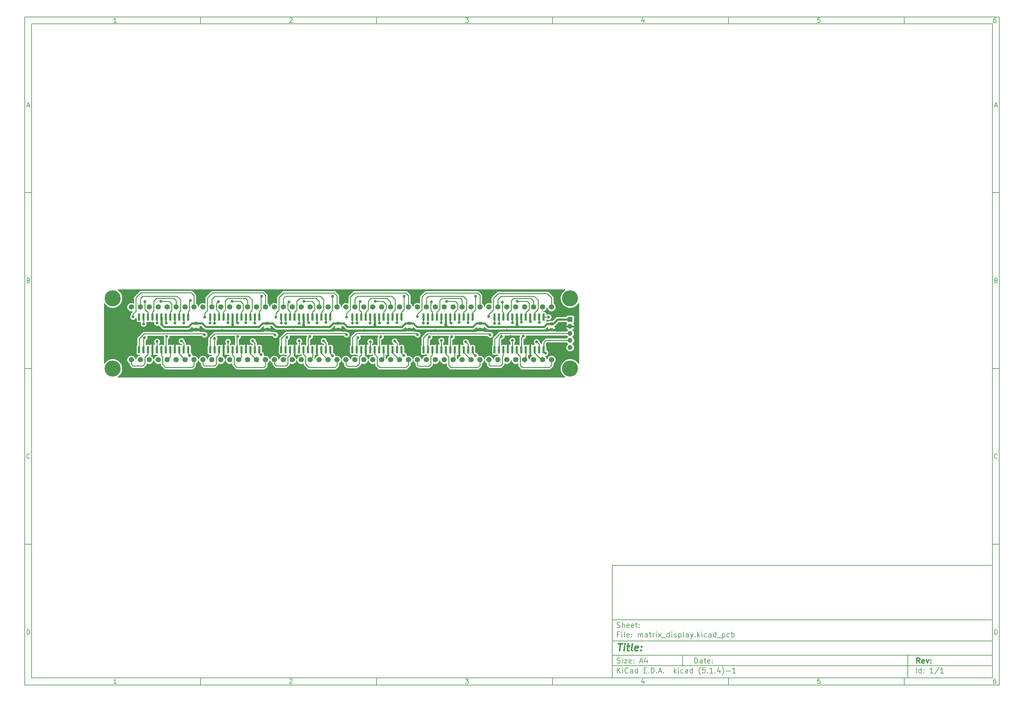
<source format=gtl>
G04 #@! TF.GenerationSoftware,KiCad,Pcbnew,(5.1.4)-1*
G04 #@! TF.CreationDate,2019-10-28T14:50:51+08:00*
G04 #@! TF.ProjectId,matrix_display,6d617472-6978-45f6-9469-73706c61792e,rev?*
G04 #@! TF.SameCoordinates,Original*
G04 #@! TF.FileFunction,Copper,L1,Top*
G04 #@! TF.FilePolarity,Positive*
%FSLAX46Y46*%
G04 Gerber Fmt 4.6, Leading zero omitted, Abs format (unit mm)*
G04 Created by KiCad (PCBNEW (5.1.4)-1) date 2019-10-28 14:50:51*
%MOMM*%
%LPD*%
G04 APERTURE LIST*
%ADD10C,0.150000*%
%ADD11C,0.300000*%
%ADD12C,0.400000*%
%ADD13C,1.500000*%
%ADD14O,1.350000X1.350000*%
%ADD15R,1.350000X1.350000*%
%ADD16C,0.600000*%
%ADD17C,4.560000*%
%ADD18R,0.920000X0.965000*%
%ADD19C,0.800000*%
%ADD20C,0.250000*%
%ADD21C,0.500000*%
%ADD22C,0.254000*%
%ADD23C,0.600000*%
G04 APERTURE END LIST*
D10*
X177002200Y-166007200D02*
X177002200Y-198007200D01*
X285002200Y-198007200D01*
X285002200Y-166007200D01*
X177002200Y-166007200D01*
X10000000Y-10000000D02*
X10000000Y-200007200D01*
X287002200Y-200007200D01*
X287002200Y-10000000D01*
X10000000Y-10000000D01*
X12000000Y-12000000D02*
X12000000Y-198007200D01*
X285002200Y-198007200D01*
X285002200Y-12000000D01*
X12000000Y-12000000D01*
X60000000Y-12000000D02*
X60000000Y-10000000D01*
X110000000Y-12000000D02*
X110000000Y-10000000D01*
X160000000Y-12000000D02*
X160000000Y-10000000D01*
X210000000Y-12000000D02*
X210000000Y-10000000D01*
X260000000Y-12000000D02*
X260000000Y-10000000D01*
X36065476Y-11588095D02*
X35322619Y-11588095D01*
X35694047Y-11588095D02*
X35694047Y-10288095D01*
X35570238Y-10473809D01*
X35446428Y-10597619D01*
X35322619Y-10659523D01*
X85322619Y-10411904D02*
X85384523Y-10350000D01*
X85508333Y-10288095D01*
X85817857Y-10288095D01*
X85941666Y-10350000D01*
X86003571Y-10411904D01*
X86065476Y-10535714D01*
X86065476Y-10659523D01*
X86003571Y-10845238D01*
X85260714Y-11588095D01*
X86065476Y-11588095D01*
X135260714Y-10288095D02*
X136065476Y-10288095D01*
X135632142Y-10783333D01*
X135817857Y-10783333D01*
X135941666Y-10845238D01*
X136003571Y-10907142D01*
X136065476Y-11030952D01*
X136065476Y-11340476D01*
X136003571Y-11464285D01*
X135941666Y-11526190D01*
X135817857Y-11588095D01*
X135446428Y-11588095D01*
X135322619Y-11526190D01*
X135260714Y-11464285D01*
X185941666Y-10721428D02*
X185941666Y-11588095D01*
X185632142Y-10226190D02*
X185322619Y-11154761D01*
X186127380Y-11154761D01*
X236003571Y-10288095D02*
X235384523Y-10288095D01*
X235322619Y-10907142D01*
X235384523Y-10845238D01*
X235508333Y-10783333D01*
X235817857Y-10783333D01*
X235941666Y-10845238D01*
X236003571Y-10907142D01*
X236065476Y-11030952D01*
X236065476Y-11340476D01*
X236003571Y-11464285D01*
X235941666Y-11526190D01*
X235817857Y-11588095D01*
X235508333Y-11588095D01*
X235384523Y-11526190D01*
X235322619Y-11464285D01*
X285941666Y-10288095D02*
X285694047Y-10288095D01*
X285570238Y-10350000D01*
X285508333Y-10411904D01*
X285384523Y-10597619D01*
X285322619Y-10845238D01*
X285322619Y-11340476D01*
X285384523Y-11464285D01*
X285446428Y-11526190D01*
X285570238Y-11588095D01*
X285817857Y-11588095D01*
X285941666Y-11526190D01*
X286003571Y-11464285D01*
X286065476Y-11340476D01*
X286065476Y-11030952D01*
X286003571Y-10907142D01*
X285941666Y-10845238D01*
X285817857Y-10783333D01*
X285570238Y-10783333D01*
X285446428Y-10845238D01*
X285384523Y-10907142D01*
X285322619Y-11030952D01*
X60000000Y-198007200D02*
X60000000Y-200007200D01*
X110000000Y-198007200D02*
X110000000Y-200007200D01*
X160000000Y-198007200D02*
X160000000Y-200007200D01*
X210000000Y-198007200D02*
X210000000Y-200007200D01*
X260000000Y-198007200D02*
X260000000Y-200007200D01*
X36065476Y-199595295D02*
X35322619Y-199595295D01*
X35694047Y-199595295D02*
X35694047Y-198295295D01*
X35570238Y-198481009D01*
X35446428Y-198604819D01*
X35322619Y-198666723D01*
X85322619Y-198419104D02*
X85384523Y-198357200D01*
X85508333Y-198295295D01*
X85817857Y-198295295D01*
X85941666Y-198357200D01*
X86003571Y-198419104D01*
X86065476Y-198542914D01*
X86065476Y-198666723D01*
X86003571Y-198852438D01*
X85260714Y-199595295D01*
X86065476Y-199595295D01*
X135260714Y-198295295D02*
X136065476Y-198295295D01*
X135632142Y-198790533D01*
X135817857Y-198790533D01*
X135941666Y-198852438D01*
X136003571Y-198914342D01*
X136065476Y-199038152D01*
X136065476Y-199347676D01*
X136003571Y-199471485D01*
X135941666Y-199533390D01*
X135817857Y-199595295D01*
X135446428Y-199595295D01*
X135322619Y-199533390D01*
X135260714Y-199471485D01*
X185941666Y-198728628D02*
X185941666Y-199595295D01*
X185632142Y-198233390D02*
X185322619Y-199161961D01*
X186127380Y-199161961D01*
X236003571Y-198295295D02*
X235384523Y-198295295D01*
X235322619Y-198914342D01*
X235384523Y-198852438D01*
X235508333Y-198790533D01*
X235817857Y-198790533D01*
X235941666Y-198852438D01*
X236003571Y-198914342D01*
X236065476Y-199038152D01*
X236065476Y-199347676D01*
X236003571Y-199471485D01*
X235941666Y-199533390D01*
X235817857Y-199595295D01*
X235508333Y-199595295D01*
X235384523Y-199533390D01*
X235322619Y-199471485D01*
X285941666Y-198295295D02*
X285694047Y-198295295D01*
X285570238Y-198357200D01*
X285508333Y-198419104D01*
X285384523Y-198604819D01*
X285322619Y-198852438D01*
X285322619Y-199347676D01*
X285384523Y-199471485D01*
X285446428Y-199533390D01*
X285570238Y-199595295D01*
X285817857Y-199595295D01*
X285941666Y-199533390D01*
X286003571Y-199471485D01*
X286065476Y-199347676D01*
X286065476Y-199038152D01*
X286003571Y-198914342D01*
X285941666Y-198852438D01*
X285817857Y-198790533D01*
X285570238Y-198790533D01*
X285446428Y-198852438D01*
X285384523Y-198914342D01*
X285322619Y-199038152D01*
X10000000Y-60000000D02*
X12000000Y-60000000D01*
X10000000Y-110000000D02*
X12000000Y-110000000D01*
X10000000Y-160000000D02*
X12000000Y-160000000D01*
X10690476Y-35216666D02*
X11309523Y-35216666D01*
X10566666Y-35588095D02*
X11000000Y-34288095D01*
X11433333Y-35588095D01*
X11092857Y-84907142D02*
X11278571Y-84969047D01*
X11340476Y-85030952D01*
X11402380Y-85154761D01*
X11402380Y-85340476D01*
X11340476Y-85464285D01*
X11278571Y-85526190D01*
X11154761Y-85588095D01*
X10659523Y-85588095D01*
X10659523Y-84288095D01*
X11092857Y-84288095D01*
X11216666Y-84350000D01*
X11278571Y-84411904D01*
X11340476Y-84535714D01*
X11340476Y-84659523D01*
X11278571Y-84783333D01*
X11216666Y-84845238D01*
X11092857Y-84907142D01*
X10659523Y-84907142D01*
X11402380Y-135464285D02*
X11340476Y-135526190D01*
X11154761Y-135588095D01*
X11030952Y-135588095D01*
X10845238Y-135526190D01*
X10721428Y-135402380D01*
X10659523Y-135278571D01*
X10597619Y-135030952D01*
X10597619Y-134845238D01*
X10659523Y-134597619D01*
X10721428Y-134473809D01*
X10845238Y-134350000D01*
X11030952Y-134288095D01*
X11154761Y-134288095D01*
X11340476Y-134350000D01*
X11402380Y-134411904D01*
X10659523Y-185588095D02*
X10659523Y-184288095D01*
X10969047Y-184288095D01*
X11154761Y-184350000D01*
X11278571Y-184473809D01*
X11340476Y-184597619D01*
X11402380Y-184845238D01*
X11402380Y-185030952D01*
X11340476Y-185278571D01*
X11278571Y-185402380D01*
X11154761Y-185526190D01*
X10969047Y-185588095D01*
X10659523Y-185588095D01*
X287002200Y-60000000D02*
X285002200Y-60000000D01*
X287002200Y-110000000D02*
X285002200Y-110000000D01*
X287002200Y-160000000D02*
X285002200Y-160000000D01*
X285692676Y-35216666D02*
X286311723Y-35216666D01*
X285568866Y-35588095D02*
X286002200Y-34288095D01*
X286435533Y-35588095D01*
X286095057Y-84907142D02*
X286280771Y-84969047D01*
X286342676Y-85030952D01*
X286404580Y-85154761D01*
X286404580Y-85340476D01*
X286342676Y-85464285D01*
X286280771Y-85526190D01*
X286156961Y-85588095D01*
X285661723Y-85588095D01*
X285661723Y-84288095D01*
X286095057Y-84288095D01*
X286218866Y-84350000D01*
X286280771Y-84411904D01*
X286342676Y-84535714D01*
X286342676Y-84659523D01*
X286280771Y-84783333D01*
X286218866Y-84845238D01*
X286095057Y-84907142D01*
X285661723Y-84907142D01*
X286404580Y-135464285D02*
X286342676Y-135526190D01*
X286156961Y-135588095D01*
X286033152Y-135588095D01*
X285847438Y-135526190D01*
X285723628Y-135402380D01*
X285661723Y-135278571D01*
X285599819Y-135030952D01*
X285599819Y-134845238D01*
X285661723Y-134597619D01*
X285723628Y-134473809D01*
X285847438Y-134350000D01*
X286033152Y-134288095D01*
X286156961Y-134288095D01*
X286342676Y-134350000D01*
X286404580Y-134411904D01*
X285661723Y-185588095D02*
X285661723Y-184288095D01*
X285971247Y-184288095D01*
X286156961Y-184350000D01*
X286280771Y-184473809D01*
X286342676Y-184597619D01*
X286404580Y-184845238D01*
X286404580Y-185030952D01*
X286342676Y-185278571D01*
X286280771Y-185402380D01*
X286156961Y-185526190D01*
X285971247Y-185588095D01*
X285661723Y-185588095D01*
X200434342Y-193785771D02*
X200434342Y-192285771D01*
X200791485Y-192285771D01*
X201005771Y-192357200D01*
X201148628Y-192500057D01*
X201220057Y-192642914D01*
X201291485Y-192928628D01*
X201291485Y-193142914D01*
X201220057Y-193428628D01*
X201148628Y-193571485D01*
X201005771Y-193714342D01*
X200791485Y-193785771D01*
X200434342Y-193785771D01*
X202577200Y-193785771D02*
X202577200Y-193000057D01*
X202505771Y-192857200D01*
X202362914Y-192785771D01*
X202077200Y-192785771D01*
X201934342Y-192857200D01*
X202577200Y-193714342D02*
X202434342Y-193785771D01*
X202077200Y-193785771D01*
X201934342Y-193714342D01*
X201862914Y-193571485D01*
X201862914Y-193428628D01*
X201934342Y-193285771D01*
X202077200Y-193214342D01*
X202434342Y-193214342D01*
X202577200Y-193142914D01*
X203077200Y-192785771D02*
X203648628Y-192785771D01*
X203291485Y-192285771D02*
X203291485Y-193571485D01*
X203362914Y-193714342D01*
X203505771Y-193785771D01*
X203648628Y-193785771D01*
X204720057Y-193714342D02*
X204577200Y-193785771D01*
X204291485Y-193785771D01*
X204148628Y-193714342D01*
X204077200Y-193571485D01*
X204077200Y-193000057D01*
X204148628Y-192857200D01*
X204291485Y-192785771D01*
X204577200Y-192785771D01*
X204720057Y-192857200D01*
X204791485Y-193000057D01*
X204791485Y-193142914D01*
X204077200Y-193285771D01*
X205434342Y-193642914D02*
X205505771Y-193714342D01*
X205434342Y-193785771D01*
X205362914Y-193714342D01*
X205434342Y-193642914D01*
X205434342Y-193785771D01*
X205434342Y-192857200D02*
X205505771Y-192928628D01*
X205434342Y-193000057D01*
X205362914Y-192928628D01*
X205434342Y-192857200D01*
X205434342Y-193000057D01*
X177002200Y-194507200D02*
X285002200Y-194507200D01*
X178434342Y-196585771D02*
X178434342Y-195085771D01*
X179291485Y-196585771D02*
X178648628Y-195728628D01*
X179291485Y-195085771D02*
X178434342Y-195942914D01*
X179934342Y-196585771D02*
X179934342Y-195585771D01*
X179934342Y-195085771D02*
X179862914Y-195157200D01*
X179934342Y-195228628D01*
X180005771Y-195157200D01*
X179934342Y-195085771D01*
X179934342Y-195228628D01*
X181505771Y-196442914D02*
X181434342Y-196514342D01*
X181220057Y-196585771D01*
X181077200Y-196585771D01*
X180862914Y-196514342D01*
X180720057Y-196371485D01*
X180648628Y-196228628D01*
X180577200Y-195942914D01*
X180577200Y-195728628D01*
X180648628Y-195442914D01*
X180720057Y-195300057D01*
X180862914Y-195157200D01*
X181077200Y-195085771D01*
X181220057Y-195085771D01*
X181434342Y-195157200D01*
X181505771Y-195228628D01*
X182791485Y-196585771D02*
X182791485Y-195800057D01*
X182720057Y-195657200D01*
X182577200Y-195585771D01*
X182291485Y-195585771D01*
X182148628Y-195657200D01*
X182791485Y-196514342D02*
X182648628Y-196585771D01*
X182291485Y-196585771D01*
X182148628Y-196514342D01*
X182077200Y-196371485D01*
X182077200Y-196228628D01*
X182148628Y-196085771D01*
X182291485Y-196014342D01*
X182648628Y-196014342D01*
X182791485Y-195942914D01*
X184148628Y-196585771D02*
X184148628Y-195085771D01*
X184148628Y-196514342D02*
X184005771Y-196585771D01*
X183720057Y-196585771D01*
X183577200Y-196514342D01*
X183505771Y-196442914D01*
X183434342Y-196300057D01*
X183434342Y-195871485D01*
X183505771Y-195728628D01*
X183577200Y-195657200D01*
X183720057Y-195585771D01*
X184005771Y-195585771D01*
X184148628Y-195657200D01*
X186005771Y-195800057D02*
X186505771Y-195800057D01*
X186720057Y-196585771D02*
X186005771Y-196585771D01*
X186005771Y-195085771D01*
X186720057Y-195085771D01*
X187362914Y-196442914D02*
X187434342Y-196514342D01*
X187362914Y-196585771D01*
X187291485Y-196514342D01*
X187362914Y-196442914D01*
X187362914Y-196585771D01*
X188077200Y-196585771D02*
X188077200Y-195085771D01*
X188434342Y-195085771D01*
X188648628Y-195157200D01*
X188791485Y-195300057D01*
X188862914Y-195442914D01*
X188934342Y-195728628D01*
X188934342Y-195942914D01*
X188862914Y-196228628D01*
X188791485Y-196371485D01*
X188648628Y-196514342D01*
X188434342Y-196585771D01*
X188077200Y-196585771D01*
X189577200Y-196442914D02*
X189648628Y-196514342D01*
X189577200Y-196585771D01*
X189505771Y-196514342D01*
X189577200Y-196442914D01*
X189577200Y-196585771D01*
X190220057Y-196157200D02*
X190934342Y-196157200D01*
X190077200Y-196585771D02*
X190577200Y-195085771D01*
X191077200Y-196585771D01*
X191577200Y-196442914D02*
X191648628Y-196514342D01*
X191577200Y-196585771D01*
X191505771Y-196514342D01*
X191577200Y-196442914D01*
X191577200Y-196585771D01*
X194577200Y-196585771D02*
X194577200Y-195085771D01*
X194720057Y-196014342D02*
X195148628Y-196585771D01*
X195148628Y-195585771D02*
X194577200Y-196157200D01*
X195791485Y-196585771D02*
X195791485Y-195585771D01*
X195791485Y-195085771D02*
X195720057Y-195157200D01*
X195791485Y-195228628D01*
X195862914Y-195157200D01*
X195791485Y-195085771D01*
X195791485Y-195228628D01*
X197148628Y-196514342D02*
X197005771Y-196585771D01*
X196720057Y-196585771D01*
X196577200Y-196514342D01*
X196505771Y-196442914D01*
X196434342Y-196300057D01*
X196434342Y-195871485D01*
X196505771Y-195728628D01*
X196577200Y-195657200D01*
X196720057Y-195585771D01*
X197005771Y-195585771D01*
X197148628Y-195657200D01*
X198434342Y-196585771D02*
X198434342Y-195800057D01*
X198362914Y-195657200D01*
X198220057Y-195585771D01*
X197934342Y-195585771D01*
X197791485Y-195657200D01*
X198434342Y-196514342D02*
X198291485Y-196585771D01*
X197934342Y-196585771D01*
X197791485Y-196514342D01*
X197720057Y-196371485D01*
X197720057Y-196228628D01*
X197791485Y-196085771D01*
X197934342Y-196014342D01*
X198291485Y-196014342D01*
X198434342Y-195942914D01*
X199791485Y-196585771D02*
X199791485Y-195085771D01*
X199791485Y-196514342D02*
X199648628Y-196585771D01*
X199362914Y-196585771D01*
X199220057Y-196514342D01*
X199148628Y-196442914D01*
X199077200Y-196300057D01*
X199077200Y-195871485D01*
X199148628Y-195728628D01*
X199220057Y-195657200D01*
X199362914Y-195585771D01*
X199648628Y-195585771D01*
X199791485Y-195657200D01*
X202077200Y-197157200D02*
X202005771Y-197085771D01*
X201862914Y-196871485D01*
X201791485Y-196728628D01*
X201720057Y-196514342D01*
X201648628Y-196157200D01*
X201648628Y-195871485D01*
X201720057Y-195514342D01*
X201791485Y-195300057D01*
X201862914Y-195157200D01*
X202005771Y-194942914D01*
X202077200Y-194871485D01*
X203362914Y-195085771D02*
X202648628Y-195085771D01*
X202577200Y-195800057D01*
X202648628Y-195728628D01*
X202791485Y-195657200D01*
X203148628Y-195657200D01*
X203291485Y-195728628D01*
X203362914Y-195800057D01*
X203434342Y-195942914D01*
X203434342Y-196300057D01*
X203362914Y-196442914D01*
X203291485Y-196514342D01*
X203148628Y-196585771D01*
X202791485Y-196585771D01*
X202648628Y-196514342D01*
X202577200Y-196442914D01*
X204077200Y-196442914D02*
X204148628Y-196514342D01*
X204077200Y-196585771D01*
X204005771Y-196514342D01*
X204077200Y-196442914D01*
X204077200Y-196585771D01*
X205577200Y-196585771D02*
X204720057Y-196585771D01*
X205148628Y-196585771D02*
X205148628Y-195085771D01*
X205005771Y-195300057D01*
X204862914Y-195442914D01*
X204720057Y-195514342D01*
X206220057Y-196442914D02*
X206291485Y-196514342D01*
X206220057Y-196585771D01*
X206148628Y-196514342D01*
X206220057Y-196442914D01*
X206220057Y-196585771D01*
X207577200Y-195585771D02*
X207577200Y-196585771D01*
X207220057Y-195014342D02*
X206862914Y-196085771D01*
X207791485Y-196085771D01*
X208220057Y-197157200D02*
X208291485Y-197085771D01*
X208434342Y-196871485D01*
X208505771Y-196728628D01*
X208577200Y-196514342D01*
X208648628Y-196157200D01*
X208648628Y-195871485D01*
X208577200Y-195514342D01*
X208505771Y-195300057D01*
X208434342Y-195157200D01*
X208291485Y-194942914D01*
X208220057Y-194871485D01*
X209362914Y-196014342D02*
X210505771Y-196014342D01*
X212005771Y-196585771D02*
X211148628Y-196585771D01*
X211577200Y-196585771D02*
X211577200Y-195085771D01*
X211434342Y-195300057D01*
X211291485Y-195442914D01*
X211148628Y-195514342D01*
X177002200Y-191507200D02*
X285002200Y-191507200D01*
D11*
X264411485Y-193785771D02*
X263911485Y-193071485D01*
X263554342Y-193785771D02*
X263554342Y-192285771D01*
X264125771Y-192285771D01*
X264268628Y-192357200D01*
X264340057Y-192428628D01*
X264411485Y-192571485D01*
X264411485Y-192785771D01*
X264340057Y-192928628D01*
X264268628Y-193000057D01*
X264125771Y-193071485D01*
X263554342Y-193071485D01*
X265625771Y-193714342D02*
X265482914Y-193785771D01*
X265197200Y-193785771D01*
X265054342Y-193714342D01*
X264982914Y-193571485D01*
X264982914Y-193000057D01*
X265054342Y-192857200D01*
X265197200Y-192785771D01*
X265482914Y-192785771D01*
X265625771Y-192857200D01*
X265697200Y-193000057D01*
X265697200Y-193142914D01*
X264982914Y-193285771D01*
X266197200Y-192785771D02*
X266554342Y-193785771D01*
X266911485Y-192785771D01*
X267482914Y-193642914D02*
X267554342Y-193714342D01*
X267482914Y-193785771D01*
X267411485Y-193714342D01*
X267482914Y-193642914D01*
X267482914Y-193785771D01*
X267482914Y-192857200D02*
X267554342Y-192928628D01*
X267482914Y-193000057D01*
X267411485Y-192928628D01*
X267482914Y-192857200D01*
X267482914Y-193000057D01*
D10*
X178362914Y-193714342D02*
X178577200Y-193785771D01*
X178934342Y-193785771D01*
X179077200Y-193714342D01*
X179148628Y-193642914D01*
X179220057Y-193500057D01*
X179220057Y-193357200D01*
X179148628Y-193214342D01*
X179077200Y-193142914D01*
X178934342Y-193071485D01*
X178648628Y-193000057D01*
X178505771Y-192928628D01*
X178434342Y-192857200D01*
X178362914Y-192714342D01*
X178362914Y-192571485D01*
X178434342Y-192428628D01*
X178505771Y-192357200D01*
X178648628Y-192285771D01*
X179005771Y-192285771D01*
X179220057Y-192357200D01*
X179862914Y-193785771D02*
X179862914Y-192785771D01*
X179862914Y-192285771D02*
X179791485Y-192357200D01*
X179862914Y-192428628D01*
X179934342Y-192357200D01*
X179862914Y-192285771D01*
X179862914Y-192428628D01*
X180434342Y-192785771D02*
X181220057Y-192785771D01*
X180434342Y-193785771D01*
X181220057Y-193785771D01*
X182362914Y-193714342D02*
X182220057Y-193785771D01*
X181934342Y-193785771D01*
X181791485Y-193714342D01*
X181720057Y-193571485D01*
X181720057Y-193000057D01*
X181791485Y-192857200D01*
X181934342Y-192785771D01*
X182220057Y-192785771D01*
X182362914Y-192857200D01*
X182434342Y-193000057D01*
X182434342Y-193142914D01*
X181720057Y-193285771D01*
X183077200Y-193642914D02*
X183148628Y-193714342D01*
X183077200Y-193785771D01*
X183005771Y-193714342D01*
X183077200Y-193642914D01*
X183077200Y-193785771D01*
X183077200Y-192857200D02*
X183148628Y-192928628D01*
X183077200Y-193000057D01*
X183005771Y-192928628D01*
X183077200Y-192857200D01*
X183077200Y-193000057D01*
X184862914Y-193357200D02*
X185577200Y-193357200D01*
X184720057Y-193785771D02*
X185220057Y-192285771D01*
X185720057Y-193785771D01*
X186862914Y-192785771D02*
X186862914Y-193785771D01*
X186505771Y-192214342D02*
X186148628Y-193285771D01*
X187077200Y-193285771D01*
X263434342Y-196585771D02*
X263434342Y-195085771D01*
X264791485Y-196585771D02*
X264791485Y-195085771D01*
X264791485Y-196514342D02*
X264648628Y-196585771D01*
X264362914Y-196585771D01*
X264220057Y-196514342D01*
X264148628Y-196442914D01*
X264077200Y-196300057D01*
X264077200Y-195871485D01*
X264148628Y-195728628D01*
X264220057Y-195657200D01*
X264362914Y-195585771D01*
X264648628Y-195585771D01*
X264791485Y-195657200D01*
X265505771Y-196442914D02*
X265577200Y-196514342D01*
X265505771Y-196585771D01*
X265434342Y-196514342D01*
X265505771Y-196442914D01*
X265505771Y-196585771D01*
X265505771Y-195657200D02*
X265577200Y-195728628D01*
X265505771Y-195800057D01*
X265434342Y-195728628D01*
X265505771Y-195657200D01*
X265505771Y-195800057D01*
X268148628Y-196585771D02*
X267291485Y-196585771D01*
X267720057Y-196585771D02*
X267720057Y-195085771D01*
X267577200Y-195300057D01*
X267434342Y-195442914D01*
X267291485Y-195514342D01*
X269862914Y-195014342D02*
X268577200Y-196942914D01*
X271148628Y-196585771D02*
X270291485Y-196585771D01*
X270720057Y-196585771D02*
X270720057Y-195085771D01*
X270577200Y-195300057D01*
X270434342Y-195442914D01*
X270291485Y-195514342D01*
X177002200Y-187507200D02*
X285002200Y-187507200D01*
D12*
X178714580Y-188211961D02*
X179857438Y-188211961D01*
X179036009Y-190211961D02*
X179286009Y-188211961D01*
X180274104Y-190211961D02*
X180440771Y-188878628D01*
X180524104Y-188211961D02*
X180416961Y-188307200D01*
X180500295Y-188402438D01*
X180607438Y-188307200D01*
X180524104Y-188211961D01*
X180500295Y-188402438D01*
X181107438Y-188878628D02*
X181869342Y-188878628D01*
X181476485Y-188211961D02*
X181262200Y-189926247D01*
X181333628Y-190116723D01*
X181512200Y-190211961D01*
X181702676Y-190211961D01*
X182655057Y-190211961D02*
X182476485Y-190116723D01*
X182405057Y-189926247D01*
X182619342Y-188211961D01*
X184190771Y-190116723D02*
X183988390Y-190211961D01*
X183607438Y-190211961D01*
X183428866Y-190116723D01*
X183357438Y-189926247D01*
X183452676Y-189164342D01*
X183571723Y-188973866D01*
X183774104Y-188878628D01*
X184155057Y-188878628D01*
X184333628Y-188973866D01*
X184405057Y-189164342D01*
X184381247Y-189354819D01*
X183405057Y-189545295D01*
X185155057Y-190021485D02*
X185238390Y-190116723D01*
X185131247Y-190211961D01*
X185047914Y-190116723D01*
X185155057Y-190021485D01*
X185131247Y-190211961D01*
X185286009Y-188973866D02*
X185369342Y-189069104D01*
X185262200Y-189164342D01*
X185178866Y-189069104D01*
X185286009Y-188973866D01*
X185262200Y-189164342D01*
D10*
X178934342Y-185600057D02*
X178434342Y-185600057D01*
X178434342Y-186385771D02*
X178434342Y-184885771D01*
X179148628Y-184885771D01*
X179720057Y-186385771D02*
X179720057Y-185385771D01*
X179720057Y-184885771D02*
X179648628Y-184957200D01*
X179720057Y-185028628D01*
X179791485Y-184957200D01*
X179720057Y-184885771D01*
X179720057Y-185028628D01*
X180648628Y-186385771D02*
X180505771Y-186314342D01*
X180434342Y-186171485D01*
X180434342Y-184885771D01*
X181791485Y-186314342D02*
X181648628Y-186385771D01*
X181362914Y-186385771D01*
X181220057Y-186314342D01*
X181148628Y-186171485D01*
X181148628Y-185600057D01*
X181220057Y-185457200D01*
X181362914Y-185385771D01*
X181648628Y-185385771D01*
X181791485Y-185457200D01*
X181862914Y-185600057D01*
X181862914Y-185742914D01*
X181148628Y-185885771D01*
X182505771Y-186242914D02*
X182577200Y-186314342D01*
X182505771Y-186385771D01*
X182434342Y-186314342D01*
X182505771Y-186242914D01*
X182505771Y-186385771D01*
X182505771Y-185457200D02*
X182577200Y-185528628D01*
X182505771Y-185600057D01*
X182434342Y-185528628D01*
X182505771Y-185457200D01*
X182505771Y-185600057D01*
X184362914Y-186385771D02*
X184362914Y-185385771D01*
X184362914Y-185528628D02*
X184434342Y-185457200D01*
X184577200Y-185385771D01*
X184791485Y-185385771D01*
X184934342Y-185457200D01*
X185005771Y-185600057D01*
X185005771Y-186385771D01*
X185005771Y-185600057D02*
X185077200Y-185457200D01*
X185220057Y-185385771D01*
X185434342Y-185385771D01*
X185577200Y-185457200D01*
X185648628Y-185600057D01*
X185648628Y-186385771D01*
X187005771Y-186385771D02*
X187005771Y-185600057D01*
X186934342Y-185457200D01*
X186791485Y-185385771D01*
X186505771Y-185385771D01*
X186362914Y-185457200D01*
X187005771Y-186314342D02*
X186862914Y-186385771D01*
X186505771Y-186385771D01*
X186362914Y-186314342D01*
X186291485Y-186171485D01*
X186291485Y-186028628D01*
X186362914Y-185885771D01*
X186505771Y-185814342D01*
X186862914Y-185814342D01*
X187005771Y-185742914D01*
X187505771Y-185385771D02*
X188077200Y-185385771D01*
X187720057Y-184885771D02*
X187720057Y-186171485D01*
X187791485Y-186314342D01*
X187934342Y-186385771D01*
X188077200Y-186385771D01*
X188577200Y-186385771D02*
X188577200Y-185385771D01*
X188577200Y-185671485D02*
X188648628Y-185528628D01*
X188720057Y-185457200D01*
X188862914Y-185385771D01*
X189005771Y-185385771D01*
X189505771Y-186385771D02*
X189505771Y-185385771D01*
X189505771Y-184885771D02*
X189434342Y-184957200D01*
X189505771Y-185028628D01*
X189577200Y-184957200D01*
X189505771Y-184885771D01*
X189505771Y-185028628D01*
X190077200Y-186385771D02*
X190862914Y-185385771D01*
X190077200Y-185385771D02*
X190862914Y-186385771D01*
X191077200Y-186528628D02*
X192220057Y-186528628D01*
X193220057Y-186385771D02*
X193220057Y-184885771D01*
X193220057Y-186314342D02*
X193077200Y-186385771D01*
X192791485Y-186385771D01*
X192648628Y-186314342D01*
X192577200Y-186242914D01*
X192505771Y-186100057D01*
X192505771Y-185671485D01*
X192577200Y-185528628D01*
X192648628Y-185457200D01*
X192791485Y-185385771D01*
X193077200Y-185385771D01*
X193220057Y-185457200D01*
X193934342Y-186385771D02*
X193934342Y-185385771D01*
X193934342Y-184885771D02*
X193862914Y-184957200D01*
X193934342Y-185028628D01*
X194005771Y-184957200D01*
X193934342Y-184885771D01*
X193934342Y-185028628D01*
X194577200Y-186314342D02*
X194720057Y-186385771D01*
X195005771Y-186385771D01*
X195148628Y-186314342D01*
X195220057Y-186171485D01*
X195220057Y-186100057D01*
X195148628Y-185957200D01*
X195005771Y-185885771D01*
X194791485Y-185885771D01*
X194648628Y-185814342D01*
X194577200Y-185671485D01*
X194577200Y-185600057D01*
X194648628Y-185457200D01*
X194791485Y-185385771D01*
X195005771Y-185385771D01*
X195148628Y-185457200D01*
X195862914Y-185385771D02*
X195862914Y-186885771D01*
X195862914Y-185457200D02*
X196005771Y-185385771D01*
X196291485Y-185385771D01*
X196434342Y-185457200D01*
X196505771Y-185528628D01*
X196577200Y-185671485D01*
X196577200Y-186100057D01*
X196505771Y-186242914D01*
X196434342Y-186314342D01*
X196291485Y-186385771D01*
X196005771Y-186385771D01*
X195862914Y-186314342D01*
X197434342Y-186385771D02*
X197291485Y-186314342D01*
X197220057Y-186171485D01*
X197220057Y-184885771D01*
X198648628Y-186385771D02*
X198648628Y-185600057D01*
X198577200Y-185457200D01*
X198434342Y-185385771D01*
X198148628Y-185385771D01*
X198005771Y-185457200D01*
X198648628Y-186314342D02*
X198505771Y-186385771D01*
X198148628Y-186385771D01*
X198005771Y-186314342D01*
X197934342Y-186171485D01*
X197934342Y-186028628D01*
X198005771Y-185885771D01*
X198148628Y-185814342D01*
X198505771Y-185814342D01*
X198648628Y-185742914D01*
X199220057Y-185385771D02*
X199577200Y-186385771D01*
X199934342Y-185385771D02*
X199577200Y-186385771D01*
X199434342Y-186742914D01*
X199362914Y-186814342D01*
X199220057Y-186885771D01*
X200505771Y-186242914D02*
X200577200Y-186314342D01*
X200505771Y-186385771D01*
X200434342Y-186314342D01*
X200505771Y-186242914D01*
X200505771Y-186385771D01*
X201220057Y-186385771D02*
X201220057Y-184885771D01*
X201362914Y-185814342D02*
X201791485Y-186385771D01*
X201791485Y-185385771D02*
X201220057Y-185957200D01*
X202434342Y-186385771D02*
X202434342Y-185385771D01*
X202434342Y-184885771D02*
X202362914Y-184957200D01*
X202434342Y-185028628D01*
X202505771Y-184957200D01*
X202434342Y-184885771D01*
X202434342Y-185028628D01*
X203791485Y-186314342D02*
X203648628Y-186385771D01*
X203362914Y-186385771D01*
X203220057Y-186314342D01*
X203148628Y-186242914D01*
X203077200Y-186100057D01*
X203077200Y-185671485D01*
X203148628Y-185528628D01*
X203220057Y-185457200D01*
X203362914Y-185385771D01*
X203648628Y-185385771D01*
X203791485Y-185457200D01*
X205077200Y-186385771D02*
X205077200Y-185600057D01*
X205005771Y-185457200D01*
X204862914Y-185385771D01*
X204577200Y-185385771D01*
X204434342Y-185457200D01*
X205077200Y-186314342D02*
X204934342Y-186385771D01*
X204577200Y-186385771D01*
X204434342Y-186314342D01*
X204362914Y-186171485D01*
X204362914Y-186028628D01*
X204434342Y-185885771D01*
X204577200Y-185814342D01*
X204934342Y-185814342D01*
X205077200Y-185742914D01*
X206434342Y-186385771D02*
X206434342Y-184885771D01*
X206434342Y-186314342D02*
X206291485Y-186385771D01*
X206005771Y-186385771D01*
X205862914Y-186314342D01*
X205791485Y-186242914D01*
X205720057Y-186100057D01*
X205720057Y-185671485D01*
X205791485Y-185528628D01*
X205862914Y-185457200D01*
X206005771Y-185385771D01*
X206291485Y-185385771D01*
X206434342Y-185457200D01*
X206791485Y-186528628D02*
X207934342Y-186528628D01*
X208291485Y-185385771D02*
X208291485Y-186885771D01*
X208291485Y-185457200D02*
X208434342Y-185385771D01*
X208720057Y-185385771D01*
X208862914Y-185457200D01*
X208934342Y-185528628D01*
X209005771Y-185671485D01*
X209005771Y-186100057D01*
X208934342Y-186242914D01*
X208862914Y-186314342D01*
X208720057Y-186385771D01*
X208434342Y-186385771D01*
X208291485Y-186314342D01*
X210291485Y-186314342D02*
X210148628Y-186385771D01*
X209862914Y-186385771D01*
X209720057Y-186314342D01*
X209648628Y-186242914D01*
X209577200Y-186100057D01*
X209577200Y-185671485D01*
X209648628Y-185528628D01*
X209720057Y-185457200D01*
X209862914Y-185385771D01*
X210148628Y-185385771D01*
X210291485Y-185457200D01*
X210934342Y-186385771D02*
X210934342Y-184885771D01*
X210934342Y-185457200D02*
X211077200Y-185385771D01*
X211362914Y-185385771D01*
X211505771Y-185457200D01*
X211577200Y-185528628D01*
X211648628Y-185671485D01*
X211648628Y-186100057D01*
X211577200Y-186242914D01*
X211505771Y-186314342D01*
X211362914Y-186385771D01*
X211077200Y-186385771D01*
X210934342Y-186314342D01*
X177002200Y-181507200D02*
X285002200Y-181507200D01*
X178362914Y-183614342D02*
X178577200Y-183685771D01*
X178934342Y-183685771D01*
X179077200Y-183614342D01*
X179148628Y-183542914D01*
X179220057Y-183400057D01*
X179220057Y-183257200D01*
X179148628Y-183114342D01*
X179077200Y-183042914D01*
X178934342Y-182971485D01*
X178648628Y-182900057D01*
X178505771Y-182828628D01*
X178434342Y-182757200D01*
X178362914Y-182614342D01*
X178362914Y-182471485D01*
X178434342Y-182328628D01*
X178505771Y-182257200D01*
X178648628Y-182185771D01*
X179005771Y-182185771D01*
X179220057Y-182257200D01*
X179862914Y-183685771D02*
X179862914Y-182185771D01*
X180505771Y-183685771D02*
X180505771Y-182900057D01*
X180434342Y-182757200D01*
X180291485Y-182685771D01*
X180077200Y-182685771D01*
X179934342Y-182757200D01*
X179862914Y-182828628D01*
X181791485Y-183614342D02*
X181648628Y-183685771D01*
X181362914Y-183685771D01*
X181220057Y-183614342D01*
X181148628Y-183471485D01*
X181148628Y-182900057D01*
X181220057Y-182757200D01*
X181362914Y-182685771D01*
X181648628Y-182685771D01*
X181791485Y-182757200D01*
X181862914Y-182900057D01*
X181862914Y-183042914D01*
X181148628Y-183185771D01*
X183077200Y-183614342D02*
X182934342Y-183685771D01*
X182648628Y-183685771D01*
X182505771Y-183614342D01*
X182434342Y-183471485D01*
X182434342Y-182900057D01*
X182505771Y-182757200D01*
X182648628Y-182685771D01*
X182934342Y-182685771D01*
X183077200Y-182757200D01*
X183148628Y-182900057D01*
X183148628Y-183042914D01*
X182434342Y-183185771D01*
X183577200Y-182685771D02*
X184148628Y-182685771D01*
X183791485Y-182185771D02*
X183791485Y-183471485D01*
X183862914Y-183614342D01*
X184005771Y-183685771D01*
X184148628Y-183685771D01*
X184648628Y-183542914D02*
X184720057Y-183614342D01*
X184648628Y-183685771D01*
X184577200Y-183614342D01*
X184648628Y-183542914D01*
X184648628Y-183685771D01*
X184648628Y-182757200D02*
X184720057Y-182828628D01*
X184648628Y-182900057D01*
X184577200Y-182828628D01*
X184648628Y-182757200D01*
X184648628Y-182900057D01*
X197002200Y-191507200D02*
X197002200Y-194507200D01*
X261002200Y-191507200D02*
X261002200Y-198007200D01*
D13*
X58090000Y-107500000D03*
X55550000Y-107500000D03*
X53010000Y-107500000D03*
X50470000Y-107500000D03*
X47930000Y-107500000D03*
X45390000Y-107500000D03*
X42850000Y-107500000D03*
X40310000Y-107500000D03*
X45390000Y-92500000D03*
X42850000Y-92500000D03*
X40310000Y-92500000D03*
X55550000Y-92500000D03*
X53010000Y-92500000D03*
X47930000Y-92500000D03*
X58090000Y-92500000D03*
X50470000Y-92500000D03*
X78410000Y-107500000D03*
X75870000Y-107500000D03*
X73330000Y-107500000D03*
X70790000Y-107500000D03*
X68250000Y-107500000D03*
X65710000Y-107500000D03*
X63170000Y-107500000D03*
X60630000Y-107500000D03*
X65710000Y-92500000D03*
X63170000Y-92500000D03*
X60630000Y-92500000D03*
X75870000Y-92500000D03*
X73330000Y-92500000D03*
X68250000Y-92500000D03*
X78410000Y-92500000D03*
X70790000Y-92500000D03*
X98730000Y-107500000D03*
X96190000Y-107500000D03*
X93650000Y-107500000D03*
X91110000Y-107500000D03*
X88570000Y-107500000D03*
X86030000Y-107500000D03*
X83490000Y-107500000D03*
X80950000Y-107500000D03*
X86030000Y-92500000D03*
X83490000Y-92500000D03*
X80950000Y-92500000D03*
X96190000Y-92500000D03*
X93650000Y-92500000D03*
X88570000Y-92500000D03*
X98730000Y-92500000D03*
X91110000Y-92500000D03*
X119050000Y-107500000D03*
X116510000Y-107500000D03*
X113970000Y-107500000D03*
X111430000Y-107500000D03*
X108890000Y-107500000D03*
X106350000Y-107500000D03*
X103810000Y-107500000D03*
X101270000Y-107500000D03*
X106350000Y-92500000D03*
X103810000Y-92500000D03*
X101270000Y-92500000D03*
X116510000Y-92500000D03*
X113970000Y-92500000D03*
X108890000Y-92500000D03*
X119050000Y-92500000D03*
X111430000Y-92500000D03*
X139370000Y-107500000D03*
X136830000Y-107500000D03*
X134290000Y-107500000D03*
X131750000Y-107500000D03*
X129210000Y-107500000D03*
X126670000Y-107500000D03*
X124130000Y-107500000D03*
X121590000Y-107500000D03*
X126670000Y-92500000D03*
X124130000Y-92500000D03*
X121590000Y-92500000D03*
X136830000Y-92500000D03*
X134290000Y-92500000D03*
X129210000Y-92500000D03*
X139370000Y-92500000D03*
X131750000Y-92500000D03*
X159690000Y-107500000D03*
X157150000Y-107500000D03*
X154610000Y-107500000D03*
X152070000Y-107500000D03*
X149530000Y-107500000D03*
X146990000Y-107500000D03*
X144450000Y-107500000D03*
X141910000Y-107500000D03*
X146990000Y-92500000D03*
X144450000Y-92500000D03*
X141910000Y-92500000D03*
X157150000Y-92500000D03*
X154610000Y-92500000D03*
X149530000Y-92500000D03*
X159690000Y-92500000D03*
X152070000Y-92500000D03*
D14*
X165000000Y-104000000D03*
X165000000Y-102000000D03*
X165000000Y-100000000D03*
X165000000Y-98000000D03*
D15*
X165000000Y-96000000D03*
D10*
G36*
X62879703Y-94325722D02*
G01*
X62894264Y-94327882D01*
X62908543Y-94331459D01*
X62922403Y-94336418D01*
X62935710Y-94342712D01*
X62948336Y-94350280D01*
X62960159Y-94359048D01*
X62971066Y-94368934D01*
X62980952Y-94379841D01*
X62989720Y-94391664D01*
X62997288Y-94404290D01*
X63003582Y-94417597D01*
X63008541Y-94431457D01*
X63012118Y-94445736D01*
X63014278Y-94460297D01*
X63015000Y-94475000D01*
X63015000Y-96225000D01*
X63014278Y-96239703D01*
X63012118Y-96254264D01*
X63008541Y-96268543D01*
X63003582Y-96282403D01*
X62997288Y-96295710D01*
X62989720Y-96308336D01*
X62980952Y-96320159D01*
X62971066Y-96331066D01*
X62960159Y-96340952D01*
X62948336Y-96349720D01*
X62935710Y-96357288D01*
X62922403Y-96363582D01*
X62908543Y-96368541D01*
X62894264Y-96372118D01*
X62879703Y-96374278D01*
X62865000Y-96375000D01*
X62565000Y-96375000D01*
X62550297Y-96374278D01*
X62535736Y-96372118D01*
X62521457Y-96368541D01*
X62507597Y-96363582D01*
X62494290Y-96357288D01*
X62481664Y-96349720D01*
X62469841Y-96340952D01*
X62458934Y-96331066D01*
X62449048Y-96320159D01*
X62440280Y-96308336D01*
X62432712Y-96295710D01*
X62426418Y-96282403D01*
X62421459Y-96268543D01*
X62417882Y-96254264D01*
X62415722Y-96239703D01*
X62415000Y-96225000D01*
X62415000Y-94475000D01*
X62415722Y-94460297D01*
X62417882Y-94445736D01*
X62421459Y-94431457D01*
X62426418Y-94417597D01*
X62432712Y-94404290D01*
X62440280Y-94391664D01*
X62449048Y-94379841D01*
X62458934Y-94368934D01*
X62469841Y-94359048D01*
X62481664Y-94350280D01*
X62494290Y-94342712D01*
X62507597Y-94336418D01*
X62521457Y-94331459D01*
X62535736Y-94327882D01*
X62550297Y-94325722D01*
X62565000Y-94325000D01*
X62865000Y-94325000D01*
X62879703Y-94325722D01*
X62879703Y-94325722D01*
G37*
D16*
X62715000Y-95350000D03*
D10*
G36*
X64149703Y-94325722D02*
G01*
X64164264Y-94327882D01*
X64178543Y-94331459D01*
X64192403Y-94336418D01*
X64205710Y-94342712D01*
X64218336Y-94350280D01*
X64230159Y-94359048D01*
X64241066Y-94368934D01*
X64250952Y-94379841D01*
X64259720Y-94391664D01*
X64267288Y-94404290D01*
X64273582Y-94417597D01*
X64278541Y-94431457D01*
X64282118Y-94445736D01*
X64284278Y-94460297D01*
X64285000Y-94475000D01*
X64285000Y-96225000D01*
X64284278Y-96239703D01*
X64282118Y-96254264D01*
X64278541Y-96268543D01*
X64273582Y-96282403D01*
X64267288Y-96295710D01*
X64259720Y-96308336D01*
X64250952Y-96320159D01*
X64241066Y-96331066D01*
X64230159Y-96340952D01*
X64218336Y-96349720D01*
X64205710Y-96357288D01*
X64192403Y-96363582D01*
X64178543Y-96368541D01*
X64164264Y-96372118D01*
X64149703Y-96374278D01*
X64135000Y-96375000D01*
X63835000Y-96375000D01*
X63820297Y-96374278D01*
X63805736Y-96372118D01*
X63791457Y-96368541D01*
X63777597Y-96363582D01*
X63764290Y-96357288D01*
X63751664Y-96349720D01*
X63739841Y-96340952D01*
X63728934Y-96331066D01*
X63719048Y-96320159D01*
X63710280Y-96308336D01*
X63702712Y-96295710D01*
X63696418Y-96282403D01*
X63691459Y-96268543D01*
X63687882Y-96254264D01*
X63685722Y-96239703D01*
X63685000Y-96225000D01*
X63685000Y-94475000D01*
X63685722Y-94460297D01*
X63687882Y-94445736D01*
X63691459Y-94431457D01*
X63696418Y-94417597D01*
X63702712Y-94404290D01*
X63710280Y-94391664D01*
X63719048Y-94379841D01*
X63728934Y-94368934D01*
X63739841Y-94359048D01*
X63751664Y-94350280D01*
X63764290Y-94342712D01*
X63777597Y-94336418D01*
X63791457Y-94331459D01*
X63805736Y-94327882D01*
X63820297Y-94325722D01*
X63835000Y-94325000D01*
X64135000Y-94325000D01*
X64149703Y-94325722D01*
X64149703Y-94325722D01*
G37*
D16*
X63985000Y-95350000D03*
D10*
G36*
X65419703Y-94325722D02*
G01*
X65434264Y-94327882D01*
X65448543Y-94331459D01*
X65462403Y-94336418D01*
X65475710Y-94342712D01*
X65488336Y-94350280D01*
X65500159Y-94359048D01*
X65511066Y-94368934D01*
X65520952Y-94379841D01*
X65529720Y-94391664D01*
X65537288Y-94404290D01*
X65543582Y-94417597D01*
X65548541Y-94431457D01*
X65552118Y-94445736D01*
X65554278Y-94460297D01*
X65555000Y-94475000D01*
X65555000Y-96225000D01*
X65554278Y-96239703D01*
X65552118Y-96254264D01*
X65548541Y-96268543D01*
X65543582Y-96282403D01*
X65537288Y-96295710D01*
X65529720Y-96308336D01*
X65520952Y-96320159D01*
X65511066Y-96331066D01*
X65500159Y-96340952D01*
X65488336Y-96349720D01*
X65475710Y-96357288D01*
X65462403Y-96363582D01*
X65448543Y-96368541D01*
X65434264Y-96372118D01*
X65419703Y-96374278D01*
X65405000Y-96375000D01*
X65105000Y-96375000D01*
X65090297Y-96374278D01*
X65075736Y-96372118D01*
X65061457Y-96368541D01*
X65047597Y-96363582D01*
X65034290Y-96357288D01*
X65021664Y-96349720D01*
X65009841Y-96340952D01*
X64998934Y-96331066D01*
X64989048Y-96320159D01*
X64980280Y-96308336D01*
X64972712Y-96295710D01*
X64966418Y-96282403D01*
X64961459Y-96268543D01*
X64957882Y-96254264D01*
X64955722Y-96239703D01*
X64955000Y-96225000D01*
X64955000Y-94475000D01*
X64955722Y-94460297D01*
X64957882Y-94445736D01*
X64961459Y-94431457D01*
X64966418Y-94417597D01*
X64972712Y-94404290D01*
X64980280Y-94391664D01*
X64989048Y-94379841D01*
X64998934Y-94368934D01*
X65009841Y-94359048D01*
X65021664Y-94350280D01*
X65034290Y-94342712D01*
X65047597Y-94336418D01*
X65061457Y-94331459D01*
X65075736Y-94327882D01*
X65090297Y-94325722D01*
X65105000Y-94325000D01*
X65405000Y-94325000D01*
X65419703Y-94325722D01*
X65419703Y-94325722D01*
G37*
D16*
X65255000Y-95350000D03*
D10*
G36*
X66689703Y-94325722D02*
G01*
X66704264Y-94327882D01*
X66718543Y-94331459D01*
X66732403Y-94336418D01*
X66745710Y-94342712D01*
X66758336Y-94350280D01*
X66770159Y-94359048D01*
X66781066Y-94368934D01*
X66790952Y-94379841D01*
X66799720Y-94391664D01*
X66807288Y-94404290D01*
X66813582Y-94417597D01*
X66818541Y-94431457D01*
X66822118Y-94445736D01*
X66824278Y-94460297D01*
X66825000Y-94475000D01*
X66825000Y-96225000D01*
X66824278Y-96239703D01*
X66822118Y-96254264D01*
X66818541Y-96268543D01*
X66813582Y-96282403D01*
X66807288Y-96295710D01*
X66799720Y-96308336D01*
X66790952Y-96320159D01*
X66781066Y-96331066D01*
X66770159Y-96340952D01*
X66758336Y-96349720D01*
X66745710Y-96357288D01*
X66732403Y-96363582D01*
X66718543Y-96368541D01*
X66704264Y-96372118D01*
X66689703Y-96374278D01*
X66675000Y-96375000D01*
X66375000Y-96375000D01*
X66360297Y-96374278D01*
X66345736Y-96372118D01*
X66331457Y-96368541D01*
X66317597Y-96363582D01*
X66304290Y-96357288D01*
X66291664Y-96349720D01*
X66279841Y-96340952D01*
X66268934Y-96331066D01*
X66259048Y-96320159D01*
X66250280Y-96308336D01*
X66242712Y-96295710D01*
X66236418Y-96282403D01*
X66231459Y-96268543D01*
X66227882Y-96254264D01*
X66225722Y-96239703D01*
X66225000Y-96225000D01*
X66225000Y-94475000D01*
X66225722Y-94460297D01*
X66227882Y-94445736D01*
X66231459Y-94431457D01*
X66236418Y-94417597D01*
X66242712Y-94404290D01*
X66250280Y-94391664D01*
X66259048Y-94379841D01*
X66268934Y-94368934D01*
X66279841Y-94359048D01*
X66291664Y-94350280D01*
X66304290Y-94342712D01*
X66317597Y-94336418D01*
X66331457Y-94331459D01*
X66345736Y-94327882D01*
X66360297Y-94325722D01*
X66375000Y-94325000D01*
X66675000Y-94325000D01*
X66689703Y-94325722D01*
X66689703Y-94325722D01*
G37*
D16*
X66525000Y-95350000D03*
D10*
G36*
X67959703Y-94325722D02*
G01*
X67974264Y-94327882D01*
X67988543Y-94331459D01*
X68002403Y-94336418D01*
X68015710Y-94342712D01*
X68028336Y-94350280D01*
X68040159Y-94359048D01*
X68051066Y-94368934D01*
X68060952Y-94379841D01*
X68069720Y-94391664D01*
X68077288Y-94404290D01*
X68083582Y-94417597D01*
X68088541Y-94431457D01*
X68092118Y-94445736D01*
X68094278Y-94460297D01*
X68095000Y-94475000D01*
X68095000Y-96225000D01*
X68094278Y-96239703D01*
X68092118Y-96254264D01*
X68088541Y-96268543D01*
X68083582Y-96282403D01*
X68077288Y-96295710D01*
X68069720Y-96308336D01*
X68060952Y-96320159D01*
X68051066Y-96331066D01*
X68040159Y-96340952D01*
X68028336Y-96349720D01*
X68015710Y-96357288D01*
X68002403Y-96363582D01*
X67988543Y-96368541D01*
X67974264Y-96372118D01*
X67959703Y-96374278D01*
X67945000Y-96375000D01*
X67645000Y-96375000D01*
X67630297Y-96374278D01*
X67615736Y-96372118D01*
X67601457Y-96368541D01*
X67587597Y-96363582D01*
X67574290Y-96357288D01*
X67561664Y-96349720D01*
X67549841Y-96340952D01*
X67538934Y-96331066D01*
X67529048Y-96320159D01*
X67520280Y-96308336D01*
X67512712Y-96295710D01*
X67506418Y-96282403D01*
X67501459Y-96268543D01*
X67497882Y-96254264D01*
X67495722Y-96239703D01*
X67495000Y-96225000D01*
X67495000Y-94475000D01*
X67495722Y-94460297D01*
X67497882Y-94445736D01*
X67501459Y-94431457D01*
X67506418Y-94417597D01*
X67512712Y-94404290D01*
X67520280Y-94391664D01*
X67529048Y-94379841D01*
X67538934Y-94368934D01*
X67549841Y-94359048D01*
X67561664Y-94350280D01*
X67574290Y-94342712D01*
X67587597Y-94336418D01*
X67601457Y-94331459D01*
X67615736Y-94327882D01*
X67630297Y-94325722D01*
X67645000Y-94325000D01*
X67945000Y-94325000D01*
X67959703Y-94325722D01*
X67959703Y-94325722D01*
G37*
D16*
X67795000Y-95350000D03*
D10*
G36*
X69229703Y-94325722D02*
G01*
X69244264Y-94327882D01*
X69258543Y-94331459D01*
X69272403Y-94336418D01*
X69285710Y-94342712D01*
X69298336Y-94350280D01*
X69310159Y-94359048D01*
X69321066Y-94368934D01*
X69330952Y-94379841D01*
X69339720Y-94391664D01*
X69347288Y-94404290D01*
X69353582Y-94417597D01*
X69358541Y-94431457D01*
X69362118Y-94445736D01*
X69364278Y-94460297D01*
X69365000Y-94475000D01*
X69365000Y-96225000D01*
X69364278Y-96239703D01*
X69362118Y-96254264D01*
X69358541Y-96268543D01*
X69353582Y-96282403D01*
X69347288Y-96295710D01*
X69339720Y-96308336D01*
X69330952Y-96320159D01*
X69321066Y-96331066D01*
X69310159Y-96340952D01*
X69298336Y-96349720D01*
X69285710Y-96357288D01*
X69272403Y-96363582D01*
X69258543Y-96368541D01*
X69244264Y-96372118D01*
X69229703Y-96374278D01*
X69215000Y-96375000D01*
X68915000Y-96375000D01*
X68900297Y-96374278D01*
X68885736Y-96372118D01*
X68871457Y-96368541D01*
X68857597Y-96363582D01*
X68844290Y-96357288D01*
X68831664Y-96349720D01*
X68819841Y-96340952D01*
X68808934Y-96331066D01*
X68799048Y-96320159D01*
X68790280Y-96308336D01*
X68782712Y-96295710D01*
X68776418Y-96282403D01*
X68771459Y-96268543D01*
X68767882Y-96254264D01*
X68765722Y-96239703D01*
X68765000Y-96225000D01*
X68765000Y-94475000D01*
X68765722Y-94460297D01*
X68767882Y-94445736D01*
X68771459Y-94431457D01*
X68776418Y-94417597D01*
X68782712Y-94404290D01*
X68790280Y-94391664D01*
X68799048Y-94379841D01*
X68808934Y-94368934D01*
X68819841Y-94359048D01*
X68831664Y-94350280D01*
X68844290Y-94342712D01*
X68857597Y-94336418D01*
X68871457Y-94331459D01*
X68885736Y-94327882D01*
X68900297Y-94325722D01*
X68915000Y-94325000D01*
X69215000Y-94325000D01*
X69229703Y-94325722D01*
X69229703Y-94325722D01*
G37*
D16*
X69065000Y-95350000D03*
D10*
G36*
X70499703Y-94325722D02*
G01*
X70514264Y-94327882D01*
X70528543Y-94331459D01*
X70542403Y-94336418D01*
X70555710Y-94342712D01*
X70568336Y-94350280D01*
X70580159Y-94359048D01*
X70591066Y-94368934D01*
X70600952Y-94379841D01*
X70609720Y-94391664D01*
X70617288Y-94404290D01*
X70623582Y-94417597D01*
X70628541Y-94431457D01*
X70632118Y-94445736D01*
X70634278Y-94460297D01*
X70635000Y-94475000D01*
X70635000Y-96225000D01*
X70634278Y-96239703D01*
X70632118Y-96254264D01*
X70628541Y-96268543D01*
X70623582Y-96282403D01*
X70617288Y-96295710D01*
X70609720Y-96308336D01*
X70600952Y-96320159D01*
X70591066Y-96331066D01*
X70580159Y-96340952D01*
X70568336Y-96349720D01*
X70555710Y-96357288D01*
X70542403Y-96363582D01*
X70528543Y-96368541D01*
X70514264Y-96372118D01*
X70499703Y-96374278D01*
X70485000Y-96375000D01*
X70185000Y-96375000D01*
X70170297Y-96374278D01*
X70155736Y-96372118D01*
X70141457Y-96368541D01*
X70127597Y-96363582D01*
X70114290Y-96357288D01*
X70101664Y-96349720D01*
X70089841Y-96340952D01*
X70078934Y-96331066D01*
X70069048Y-96320159D01*
X70060280Y-96308336D01*
X70052712Y-96295710D01*
X70046418Y-96282403D01*
X70041459Y-96268543D01*
X70037882Y-96254264D01*
X70035722Y-96239703D01*
X70035000Y-96225000D01*
X70035000Y-94475000D01*
X70035722Y-94460297D01*
X70037882Y-94445736D01*
X70041459Y-94431457D01*
X70046418Y-94417597D01*
X70052712Y-94404290D01*
X70060280Y-94391664D01*
X70069048Y-94379841D01*
X70078934Y-94368934D01*
X70089841Y-94359048D01*
X70101664Y-94350280D01*
X70114290Y-94342712D01*
X70127597Y-94336418D01*
X70141457Y-94331459D01*
X70155736Y-94327882D01*
X70170297Y-94325722D01*
X70185000Y-94325000D01*
X70485000Y-94325000D01*
X70499703Y-94325722D01*
X70499703Y-94325722D01*
G37*
D16*
X70335000Y-95350000D03*
D10*
G36*
X71769703Y-94325722D02*
G01*
X71784264Y-94327882D01*
X71798543Y-94331459D01*
X71812403Y-94336418D01*
X71825710Y-94342712D01*
X71838336Y-94350280D01*
X71850159Y-94359048D01*
X71861066Y-94368934D01*
X71870952Y-94379841D01*
X71879720Y-94391664D01*
X71887288Y-94404290D01*
X71893582Y-94417597D01*
X71898541Y-94431457D01*
X71902118Y-94445736D01*
X71904278Y-94460297D01*
X71905000Y-94475000D01*
X71905000Y-96225000D01*
X71904278Y-96239703D01*
X71902118Y-96254264D01*
X71898541Y-96268543D01*
X71893582Y-96282403D01*
X71887288Y-96295710D01*
X71879720Y-96308336D01*
X71870952Y-96320159D01*
X71861066Y-96331066D01*
X71850159Y-96340952D01*
X71838336Y-96349720D01*
X71825710Y-96357288D01*
X71812403Y-96363582D01*
X71798543Y-96368541D01*
X71784264Y-96372118D01*
X71769703Y-96374278D01*
X71755000Y-96375000D01*
X71455000Y-96375000D01*
X71440297Y-96374278D01*
X71425736Y-96372118D01*
X71411457Y-96368541D01*
X71397597Y-96363582D01*
X71384290Y-96357288D01*
X71371664Y-96349720D01*
X71359841Y-96340952D01*
X71348934Y-96331066D01*
X71339048Y-96320159D01*
X71330280Y-96308336D01*
X71322712Y-96295710D01*
X71316418Y-96282403D01*
X71311459Y-96268543D01*
X71307882Y-96254264D01*
X71305722Y-96239703D01*
X71305000Y-96225000D01*
X71305000Y-94475000D01*
X71305722Y-94460297D01*
X71307882Y-94445736D01*
X71311459Y-94431457D01*
X71316418Y-94417597D01*
X71322712Y-94404290D01*
X71330280Y-94391664D01*
X71339048Y-94379841D01*
X71348934Y-94368934D01*
X71359841Y-94359048D01*
X71371664Y-94350280D01*
X71384290Y-94342712D01*
X71397597Y-94336418D01*
X71411457Y-94331459D01*
X71425736Y-94327882D01*
X71440297Y-94325722D01*
X71455000Y-94325000D01*
X71755000Y-94325000D01*
X71769703Y-94325722D01*
X71769703Y-94325722D01*
G37*
D16*
X71605000Y-95350000D03*
D10*
G36*
X73039703Y-94325722D02*
G01*
X73054264Y-94327882D01*
X73068543Y-94331459D01*
X73082403Y-94336418D01*
X73095710Y-94342712D01*
X73108336Y-94350280D01*
X73120159Y-94359048D01*
X73131066Y-94368934D01*
X73140952Y-94379841D01*
X73149720Y-94391664D01*
X73157288Y-94404290D01*
X73163582Y-94417597D01*
X73168541Y-94431457D01*
X73172118Y-94445736D01*
X73174278Y-94460297D01*
X73175000Y-94475000D01*
X73175000Y-96225000D01*
X73174278Y-96239703D01*
X73172118Y-96254264D01*
X73168541Y-96268543D01*
X73163582Y-96282403D01*
X73157288Y-96295710D01*
X73149720Y-96308336D01*
X73140952Y-96320159D01*
X73131066Y-96331066D01*
X73120159Y-96340952D01*
X73108336Y-96349720D01*
X73095710Y-96357288D01*
X73082403Y-96363582D01*
X73068543Y-96368541D01*
X73054264Y-96372118D01*
X73039703Y-96374278D01*
X73025000Y-96375000D01*
X72725000Y-96375000D01*
X72710297Y-96374278D01*
X72695736Y-96372118D01*
X72681457Y-96368541D01*
X72667597Y-96363582D01*
X72654290Y-96357288D01*
X72641664Y-96349720D01*
X72629841Y-96340952D01*
X72618934Y-96331066D01*
X72609048Y-96320159D01*
X72600280Y-96308336D01*
X72592712Y-96295710D01*
X72586418Y-96282403D01*
X72581459Y-96268543D01*
X72577882Y-96254264D01*
X72575722Y-96239703D01*
X72575000Y-96225000D01*
X72575000Y-94475000D01*
X72575722Y-94460297D01*
X72577882Y-94445736D01*
X72581459Y-94431457D01*
X72586418Y-94417597D01*
X72592712Y-94404290D01*
X72600280Y-94391664D01*
X72609048Y-94379841D01*
X72618934Y-94368934D01*
X72629841Y-94359048D01*
X72641664Y-94350280D01*
X72654290Y-94342712D01*
X72667597Y-94336418D01*
X72681457Y-94331459D01*
X72695736Y-94327882D01*
X72710297Y-94325722D01*
X72725000Y-94325000D01*
X73025000Y-94325000D01*
X73039703Y-94325722D01*
X73039703Y-94325722D01*
G37*
D16*
X72875000Y-95350000D03*
D10*
G36*
X74309703Y-94325722D02*
G01*
X74324264Y-94327882D01*
X74338543Y-94331459D01*
X74352403Y-94336418D01*
X74365710Y-94342712D01*
X74378336Y-94350280D01*
X74390159Y-94359048D01*
X74401066Y-94368934D01*
X74410952Y-94379841D01*
X74419720Y-94391664D01*
X74427288Y-94404290D01*
X74433582Y-94417597D01*
X74438541Y-94431457D01*
X74442118Y-94445736D01*
X74444278Y-94460297D01*
X74445000Y-94475000D01*
X74445000Y-96225000D01*
X74444278Y-96239703D01*
X74442118Y-96254264D01*
X74438541Y-96268543D01*
X74433582Y-96282403D01*
X74427288Y-96295710D01*
X74419720Y-96308336D01*
X74410952Y-96320159D01*
X74401066Y-96331066D01*
X74390159Y-96340952D01*
X74378336Y-96349720D01*
X74365710Y-96357288D01*
X74352403Y-96363582D01*
X74338543Y-96368541D01*
X74324264Y-96372118D01*
X74309703Y-96374278D01*
X74295000Y-96375000D01*
X73995000Y-96375000D01*
X73980297Y-96374278D01*
X73965736Y-96372118D01*
X73951457Y-96368541D01*
X73937597Y-96363582D01*
X73924290Y-96357288D01*
X73911664Y-96349720D01*
X73899841Y-96340952D01*
X73888934Y-96331066D01*
X73879048Y-96320159D01*
X73870280Y-96308336D01*
X73862712Y-96295710D01*
X73856418Y-96282403D01*
X73851459Y-96268543D01*
X73847882Y-96254264D01*
X73845722Y-96239703D01*
X73845000Y-96225000D01*
X73845000Y-94475000D01*
X73845722Y-94460297D01*
X73847882Y-94445736D01*
X73851459Y-94431457D01*
X73856418Y-94417597D01*
X73862712Y-94404290D01*
X73870280Y-94391664D01*
X73879048Y-94379841D01*
X73888934Y-94368934D01*
X73899841Y-94359048D01*
X73911664Y-94350280D01*
X73924290Y-94342712D01*
X73937597Y-94336418D01*
X73951457Y-94331459D01*
X73965736Y-94327882D01*
X73980297Y-94325722D01*
X73995000Y-94325000D01*
X74295000Y-94325000D01*
X74309703Y-94325722D01*
X74309703Y-94325722D01*
G37*
D16*
X74145000Y-95350000D03*
D10*
G36*
X75579703Y-94325722D02*
G01*
X75594264Y-94327882D01*
X75608543Y-94331459D01*
X75622403Y-94336418D01*
X75635710Y-94342712D01*
X75648336Y-94350280D01*
X75660159Y-94359048D01*
X75671066Y-94368934D01*
X75680952Y-94379841D01*
X75689720Y-94391664D01*
X75697288Y-94404290D01*
X75703582Y-94417597D01*
X75708541Y-94431457D01*
X75712118Y-94445736D01*
X75714278Y-94460297D01*
X75715000Y-94475000D01*
X75715000Y-96225000D01*
X75714278Y-96239703D01*
X75712118Y-96254264D01*
X75708541Y-96268543D01*
X75703582Y-96282403D01*
X75697288Y-96295710D01*
X75689720Y-96308336D01*
X75680952Y-96320159D01*
X75671066Y-96331066D01*
X75660159Y-96340952D01*
X75648336Y-96349720D01*
X75635710Y-96357288D01*
X75622403Y-96363582D01*
X75608543Y-96368541D01*
X75594264Y-96372118D01*
X75579703Y-96374278D01*
X75565000Y-96375000D01*
X75265000Y-96375000D01*
X75250297Y-96374278D01*
X75235736Y-96372118D01*
X75221457Y-96368541D01*
X75207597Y-96363582D01*
X75194290Y-96357288D01*
X75181664Y-96349720D01*
X75169841Y-96340952D01*
X75158934Y-96331066D01*
X75149048Y-96320159D01*
X75140280Y-96308336D01*
X75132712Y-96295710D01*
X75126418Y-96282403D01*
X75121459Y-96268543D01*
X75117882Y-96254264D01*
X75115722Y-96239703D01*
X75115000Y-96225000D01*
X75115000Y-94475000D01*
X75115722Y-94460297D01*
X75117882Y-94445736D01*
X75121459Y-94431457D01*
X75126418Y-94417597D01*
X75132712Y-94404290D01*
X75140280Y-94391664D01*
X75149048Y-94379841D01*
X75158934Y-94368934D01*
X75169841Y-94359048D01*
X75181664Y-94350280D01*
X75194290Y-94342712D01*
X75207597Y-94336418D01*
X75221457Y-94331459D01*
X75235736Y-94327882D01*
X75250297Y-94325722D01*
X75265000Y-94325000D01*
X75565000Y-94325000D01*
X75579703Y-94325722D01*
X75579703Y-94325722D01*
G37*
D16*
X75415000Y-95350000D03*
D10*
G36*
X76849703Y-94325722D02*
G01*
X76864264Y-94327882D01*
X76878543Y-94331459D01*
X76892403Y-94336418D01*
X76905710Y-94342712D01*
X76918336Y-94350280D01*
X76930159Y-94359048D01*
X76941066Y-94368934D01*
X76950952Y-94379841D01*
X76959720Y-94391664D01*
X76967288Y-94404290D01*
X76973582Y-94417597D01*
X76978541Y-94431457D01*
X76982118Y-94445736D01*
X76984278Y-94460297D01*
X76985000Y-94475000D01*
X76985000Y-96225000D01*
X76984278Y-96239703D01*
X76982118Y-96254264D01*
X76978541Y-96268543D01*
X76973582Y-96282403D01*
X76967288Y-96295710D01*
X76959720Y-96308336D01*
X76950952Y-96320159D01*
X76941066Y-96331066D01*
X76930159Y-96340952D01*
X76918336Y-96349720D01*
X76905710Y-96357288D01*
X76892403Y-96363582D01*
X76878543Y-96368541D01*
X76864264Y-96372118D01*
X76849703Y-96374278D01*
X76835000Y-96375000D01*
X76535000Y-96375000D01*
X76520297Y-96374278D01*
X76505736Y-96372118D01*
X76491457Y-96368541D01*
X76477597Y-96363582D01*
X76464290Y-96357288D01*
X76451664Y-96349720D01*
X76439841Y-96340952D01*
X76428934Y-96331066D01*
X76419048Y-96320159D01*
X76410280Y-96308336D01*
X76402712Y-96295710D01*
X76396418Y-96282403D01*
X76391459Y-96268543D01*
X76387882Y-96254264D01*
X76385722Y-96239703D01*
X76385000Y-96225000D01*
X76385000Y-94475000D01*
X76385722Y-94460297D01*
X76387882Y-94445736D01*
X76391459Y-94431457D01*
X76396418Y-94417597D01*
X76402712Y-94404290D01*
X76410280Y-94391664D01*
X76419048Y-94379841D01*
X76428934Y-94368934D01*
X76439841Y-94359048D01*
X76451664Y-94350280D01*
X76464290Y-94342712D01*
X76477597Y-94336418D01*
X76491457Y-94331459D01*
X76505736Y-94327882D01*
X76520297Y-94325722D01*
X76535000Y-94325000D01*
X76835000Y-94325000D01*
X76849703Y-94325722D01*
X76849703Y-94325722D01*
G37*
D16*
X76685000Y-95350000D03*
D10*
G36*
X76849703Y-103625722D02*
G01*
X76864264Y-103627882D01*
X76878543Y-103631459D01*
X76892403Y-103636418D01*
X76905710Y-103642712D01*
X76918336Y-103650280D01*
X76930159Y-103659048D01*
X76941066Y-103668934D01*
X76950952Y-103679841D01*
X76959720Y-103691664D01*
X76967288Y-103704290D01*
X76973582Y-103717597D01*
X76978541Y-103731457D01*
X76982118Y-103745736D01*
X76984278Y-103760297D01*
X76985000Y-103775000D01*
X76985000Y-105525000D01*
X76984278Y-105539703D01*
X76982118Y-105554264D01*
X76978541Y-105568543D01*
X76973582Y-105582403D01*
X76967288Y-105595710D01*
X76959720Y-105608336D01*
X76950952Y-105620159D01*
X76941066Y-105631066D01*
X76930159Y-105640952D01*
X76918336Y-105649720D01*
X76905710Y-105657288D01*
X76892403Y-105663582D01*
X76878543Y-105668541D01*
X76864264Y-105672118D01*
X76849703Y-105674278D01*
X76835000Y-105675000D01*
X76535000Y-105675000D01*
X76520297Y-105674278D01*
X76505736Y-105672118D01*
X76491457Y-105668541D01*
X76477597Y-105663582D01*
X76464290Y-105657288D01*
X76451664Y-105649720D01*
X76439841Y-105640952D01*
X76428934Y-105631066D01*
X76419048Y-105620159D01*
X76410280Y-105608336D01*
X76402712Y-105595710D01*
X76396418Y-105582403D01*
X76391459Y-105568543D01*
X76387882Y-105554264D01*
X76385722Y-105539703D01*
X76385000Y-105525000D01*
X76385000Y-103775000D01*
X76385722Y-103760297D01*
X76387882Y-103745736D01*
X76391459Y-103731457D01*
X76396418Y-103717597D01*
X76402712Y-103704290D01*
X76410280Y-103691664D01*
X76419048Y-103679841D01*
X76428934Y-103668934D01*
X76439841Y-103659048D01*
X76451664Y-103650280D01*
X76464290Y-103642712D01*
X76477597Y-103636418D01*
X76491457Y-103631459D01*
X76505736Y-103627882D01*
X76520297Y-103625722D01*
X76535000Y-103625000D01*
X76835000Y-103625000D01*
X76849703Y-103625722D01*
X76849703Y-103625722D01*
G37*
D16*
X76685000Y-104650000D03*
D10*
G36*
X75579703Y-103625722D02*
G01*
X75594264Y-103627882D01*
X75608543Y-103631459D01*
X75622403Y-103636418D01*
X75635710Y-103642712D01*
X75648336Y-103650280D01*
X75660159Y-103659048D01*
X75671066Y-103668934D01*
X75680952Y-103679841D01*
X75689720Y-103691664D01*
X75697288Y-103704290D01*
X75703582Y-103717597D01*
X75708541Y-103731457D01*
X75712118Y-103745736D01*
X75714278Y-103760297D01*
X75715000Y-103775000D01*
X75715000Y-105525000D01*
X75714278Y-105539703D01*
X75712118Y-105554264D01*
X75708541Y-105568543D01*
X75703582Y-105582403D01*
X75697288Y-105595710D01*
X75689720Y-105608336D01*
X75680952Y-105620159D01*
X75671066Y-105631066D01*
X75660159Y-105640952D01*
X75648336Y-105649720D01*
X75635710Y-105657288D01*
X75622403Y-105663582D01*
X75608543Y-105668541D01*
X75594264Y-105672118D01*
X75579703Y-105674278D01*
X75565000Y-105675000D01*
X75265000Y-105675000D01*
X75250297Y-105674278D01*
X75235736Y-105672118D01*
X75221457Y-105668541D01*
X75207597Y-105663582D01*
X75194290Y-105657288D01*
X75181664Y-105649720D01*
X75169841Y-105640952D01*
X75158934Y-105631066D01*
X75149048Y-105620159D01*
X75140280Y-105608336D01*
X75132712Y-105595710D01*
X75126418Y-105582403D01*
X75121459Y-105568543D01*
X75117882Y-105554264D01*
X75115722Y-105539703D01*
X75115000Y-105525000D01*
X75115000Y-103775000D01*
X75115722Y-103760297D01*
X75117882Y-103745736D01*
X75121459Y-103731457D01*
X75126418Y-103717597D01*
X75132712Y-103704290D01*
X75140280Y-103691664D01*
X75149048Y-103679841D01*
X75158934Y-103668934D01*
X75169841Y-103659048D01*
X75181664Y-103650280D01*
X75194290Y-103642712D01*
X75207597Y-103636418D01*
X75221457Y-103631459D01*
X75235736Y-103627882D01*
X75250297Y-103625722D01*
X75265000Y-103625000D01*
X75565000Y-103625000D01*
X75579703Y-103625722D01*
X75579703Y-103625722D01*
G37*
D16*
X75415000Y-104650000D03*
D10*
G36*
X74309703Y-103625722D02*
G01*
X74324264Y-103627882D01*
X74338543Y-103631459D01*
X74352403Y-103636418D01*
X74365710Y-103642712D01*
X74378336Y-103650280D01*
X74390159Y-103659048D01*
X74401066Y-103668934D01*
X74410952Y-103679841D01*
X74419720Y-103691664D01*
X74427288Y-103704290D01*
X74433582Y-103717597D01*
X74438541Y-103731457D01*
X74442118Y-103745736D01*
X74444278Y-103760297D01*
X74445000Y-103775000D01*
X74445000Y-105525000D01*
X74444278Y-105539703D01*
X74442118Y-105554264D01*
X74438541Y-105568543D01*
X74433582Y-105582403D01*
X74427288Y-105595710D01*
X74419720Y-105608336D01*
X74410952Y-105620159D01*
X74401066Y-105631066D01*
X74390159Y-105640952D01*
X74378336Y-105649720D01*
X74365710Y-105657288D01*
X74352403Y-105663582D01*
X74338543Y-105668541D01*
X74324264Y-105672118D01*
X74309703Y-105674278D01*
X74295000Y-105675000D01*
X73995000Y-105675000D01*
X73980297Y-105674278D01*
X73965736Y-105672118D01*
X73951457Y-105668541D01*
X73937597Y-105663582D01*
X73924290Y-105657288D01*
X73911664Y-105649720D01*
X73899841Y-105640952D01*
X73888934Y-105631066D01*
X73879048Y-105620159D01*
X73870280Y-105608336D01*
X73862712Y-105595710D01*
X73856418Y-105582403D01*
X73851459Y-105568543D01*
X73847882Y-105554264D01*
X73845722Y-105539703D01*
X73845000Y-105525000D01*
X73845000Y-103775000D01*
X73845722Y-103760297D01*
X73847882Y-103745736D01*
X73851459Y-103731457D01*
X73856418Y-103717597D01*
X73862712Y-103704290D01*
X73870280Y-103691664D01*
X73879048Y-103679841D01*
X73888934Y-103668934D01*
X73899841Y-103659048D01*
X73911664Y-103650280D01*
X73924290Y-103642712D01*
X73937597Y-103636418D01*
X73951457Y-103631459D01*
X73965736Y-103627882D01*
X73980297Y-103625722D01*
X73995000Y-103625000D01*
X74295000Y-103625000D01*
X74309703Y-103625722D01*
X74309703Y-103625722D01*
G37*
D16*
X74145000Y-104650000D03*
D10*
G36*
X73039703Y-103625722D02*
G01*
X73054264Y-103627882D01*
X73068543Y-103631459D01*
X73082403Y-103636418D01*
X73095710Y-103642712D01*
X73108336Y-103650280D01*
X73120159Y-103659048D01*
X73131066Y-103668934D01*
X73140952Y-103679841D01*
X73149720Y-103691664D01*
X73157288Y-103704290D01*
X73163582Y-103717597D01*
X73168541Y-103731457D01*
X73172118Y-103745736D01*
X73174278Y-103760297D01*
X73175000Y-103775000D01*
X73175000Y-105525000D01*
X73174278Y-105539703D01*
X73172118Y-105554264D01*
X73168541Y-105568543D01*
X73163582Y-105582403D01*
X73157288Y-105595710D01*
X73149720Y-105608336D01*
X73140952Y-105620159D01*
X73131066Y-105631066D01*
X73120159Y-105640952D01*
X73108336Y-105649720D01*
X73095710Y-105657288D01*
X73082403Y-105663582D01*
X73068543Y-105668541D01*
X73054264Y-105672118D01*
X73039703Y-105674278D01*
X73025000Y-105675000D01*
X72725000Y-105675000D01*
X72710297Y-105674278D01*
X72695736Y-105672118D01*
X72681457Y-105668541D01*
X72667597Y-105663582D01*
X72654290Y-105657288D01*
X72641664Y-105649720D01*
X72629841Y-105640952D01*
X72618934Y-105631066D01*
X72609048Y-105620159D01*
X72600280Y-105608336D01*
X72592712Y-105595710D01*
X72586418Y-105582403D01*
X72581459Y-105568543D01*
X72577882Y-105554264D01*
X72575722Y-105539703D01*
X72575000Y-105525000D01*
X72575000Y-103775000D01*
X72575722Y-103760297D01*
X72577882Y-103745736D01*
X72581459Y-103731457D01*
X72586418Y-103717597D01*
X72592712Y-103704290D01*
X72600280Y-103691664D01*
X72609048Y-103679841D01*
X72618934Y-103668934D01*
X72629841Y-103659048D01*
X72641664Y-103650280D01*
X72654290Y-103642712D01*
X72667597Y-103636418D01*
X72681457Y-103631459D01*
X72695736Y-103627882D01*
X72710297Y-103625722D01*
X72725000Y-103625000D01*
X73025000Y-103625000D01*
X73039703Y-103625722D01*
X73039703Y-103625722D01*
G37*
D16*
X72875000Y-104650000D03*
D10*
G36*
X71769703Y-103625722D02*
G01*
X71784264Y-103627882D01*
X71798543Y-103631459D01*
X71812403Y-103636418D01*
X71825710Y-103642712D01*
X71838336Y-103650280D01*
X71850159Y-103659048D01*
X71861066Y-103668934D01*
X71870952Y-103679841D01*
X71879720Y-103691664D01*
X71887288Y-103704290D01*
X71893582Y-103717597D01*
X71898541Y-103731457D01*
X71902118Y-103745736D01*
X71904278Y-103760297D01*
X71905000Y-103775000D01*
X71905000Y-105525000D01*
X71904278Y-105539703D01*
X71902118Y-105554264D01*
X71898541Y-105568543D01*
X71893582Y-105582403D01*
X71887288Y-105595710D01*
X71879720Y-105608336D01*
X71870952Y-105620159D01*
X71861066Y-105631066D01*
X71850159Y-105640952D01*
X71838336Y-105649720D01*
X71825710Y-105657288D01*
X71812403Y-105663582D01*
X71798543Y-105668541D01*
X71784264Y-105672118D01*
X71769703Y-105674278D01*
X71755000Y-105675000D01*
X71455000Y-105675000D01*
X71440297Y-105674278D01*
X71425736Y-105672118D01*
X71411457Y-105668541D01*
X71397597Y-105663582D01*
X71384290Y-105657288D01*
X71371664Y-105649720D01*
X71359841Y-105640952D01*
X71348934Y-105631066D01*
X71339048Y-105620159D01*
X71330280Y-105608336D01*
X71322712Y-105595710D01*
X71316418Y-105582403D01*
X71311459Y-105568543D01*
X71307882Y-105554264D01*
X71305722Y-105539703D01*
X71305000Y-105525000D01*
X71305000Y-103775000D01*
X71305722Y-103760297D01*
X71307882Y-103745736D01*
X71311459Y-103731457D01*
X71316418Y-103717597D01*
X71322712Y-103704290D01*
X71330280Y-103691664D01*
X71339048Y-103679841D01*
X71348934Y-103668934D01*
X71359841Y-103659048D01*
X71371664Y-103650280D01*
X71384290Y-103642712D01*
X71397597Y-103636418D01*
X71411457Y-103631459D01*
X71425736Y-103627882D01*
X71440297Y-103625722D01*
X71455000Y-103625000D01*
X71755000Y-103625000D01*
X71769703Y-103625722D01*
X71769703Y-103625722D01*
G37*
D16*
X71605000Y-104650000D03*
D10*
G36*
X70499703Y-103625722D02*
G01*
X70514264Y-103627882D01*
X70528543Y-103631459D01*
X70542403Y-103636418D01*
X70555710Y-103642712D01*
X70568336Y-103650280D01*
X70580159Y-103659048D01*
X70591066Y-103668934D01*
X70600952Y-103679841D01*
X70609720Y-103691664D01*
X70617288Y-103704290D01*
X70623582Y-103717597D01*
X70628541Y-103731457D01*
X70632118Y-103745736D01*
X70634278Y-103760297D01*
X70635000Y-103775000D01*
X70635000Y-105525000D01*
X70634278Y-105539703D01*
X70632118Y-105554264D01*
X70628541Y-105568543D01*
X70623582Y-105582403D01*
X70617288Y-105595710D01*
X70609720Y-105608336D01*
X70600952Y-105620159D01*
X70591066Y-105631066D01*
X70580159Y-105640952D01*
X70568336Y-105649720D01*
X70555710Y-105657288D01*
X70542403Y-105663582D01*
X70528543Y-105668541D01*
X70514264Y-105672118D01*
X70499703Y-105674278D01*
X70485000Y-105675000D01*
X70185000Y-105675000D01*
X70170297Y-105674278D01*
X70155736Y-105672118D01*
X70141457Y-105668541D01*
X70127597Y-105663582D01*
X70114290Y-105657288D01*
X70101664Y-105649720D01*
X70089841Y-105640952D01*
X70078934Y-105631066D01*
X70069048Y-105620159D01*
X70060280Y-105608336D01*
X70052712Y-105595710D01*
X70046418Y-105582403D01*
X70041459Y-105568543D01*
X70037882Y-105554264D01*
X70035722Y-105539703D01*
X70035000Y-105525000D01*
X70035000Y-103775000D01*
X70035722Y-103760297D01*
X70037882Y-103745736D01*
X70041459Y-103731457D01*
X70046418Y-103717597D01*
X70052712Y-103704290D01*
X70060280Y-103691664D01*
X70069048Y-103679841D01*
X70078934Y-103668934D01*
X70089841Y-103659048D01*
X70101664Y-103650280D01*
X70114290Y-103642712D01*
X70127597Y-103636418D01*
X70141457Y-103631459D01*
X70155736Y-103627882D01*
X70170297Y-103625722D01*
X70185000Y-103625000D01*
X70485000Y-103625000D01*
X70499703Y-103625722D01*
X70499703Y-103625722D01*
G37*
D16*
X70335000Y-104650000D03*
D10*
G36*
X69229703Y-103625722D02*
G01*
X69244264Y-103627882D01*
X69258543Y-103631459D01*
X69272403Y-103636418D01*
X69285710Y-103642712D01*
X69298336Y-103650280D01*
X69310159Y-103659048D01*
X69321066Y-103668934D01*
X69330952Y-103679841D01*
X69339720Y-103691664D01*
X69347288Y-103704290D01*
X69353582Y-103717597D01*
X69358541Y-103731457D01*
X69362118Y-103745736D01*
X69364278Y-103760297D01*
X69365000Y-103775000D01*
X69365000Y-105525000D01*
X69364278Y-105539703D01*
X69362118Y-105554264D01*
X69358541Y-105568543D01*
X69353582Y-105582403D01*
X69347288Y-105595710D01*
X69339720Y-105608336D01*
X69330952Y-105620159D01*
X69321066Y-105631066D01*
X69310159Y-105640952D01*
X69298336Y-105649720D01*
X69285710Y-105657288D01*
X69272403Y-105663582D01*
X69258543Y-105668541D01*
X69244264Y-105672118D01*
X69229703Y-105674278D01*
X69215000Y-105675000D01*
X68915000Y-105675000D01*
X68900297Y-105674278D01*
X68885736Y-105672118D01*
X68871457Y-105668541D01*
X68857597Y-105663582D01*
X68844290Y-105657288D01*
X68831664Y-105649720D01*
X68819841Y-105640952D01*
X68808934Y-105631066D01*
X68799048Y-105620159D01*
X68790280Y-105608336D01*
X68782712Y-105595710D01*
X68776418Y-105582403D01*
X68771459Y-105568543D01*
X68767882Y-105554264D01*
X68765722Y-105539703D01*
X68765000Y-105525000D01*
X68765000Y-103775000D01*
X68765722Y-103760297D01*
X68767882Y-103745736D01*
X68771459Y-103731457D01*
X68776418Y-103717597D01*
X68782712Y-103704290D01*
X68790280Y-103691664D01*
X68799048Y-103679841D01*
X68808934Y-103668934D01*
X68819841Y-103659048D01*
X68831664Y-103650280D01*
X68844290Y-103642712D01*
X68857597Y-103636418D01*
X68871457Y-103631459D01*
X68885736Y-103627882D01*
X68900297Y-103625722D01*
X68915000Y-103625000D01*
X69215000Y-103625000D01*
X69229703Y-103625722D01*
X69229703Y-103625722D01*
G37*
D16*
X69065000Y-104650000D03*
D10*
G36*
X67959703Y-103625722D02*
G01*
X67974264Y-103627882D01*
X67988543Y-103631459D01*
X68002403Y-103636418D01*
X68015710Y-103642712D01*
X68028336Y-103650280D01*
X68040159Y-103659048D01*
X68051066Y-103668934D01*
X68060952Y-103679841D01*
X68069720Y-103691664D01*
X68077288Y-103704290D01*
X68083582Y-103717597D01*
X68088541Y-103731457D01*
X68092118Y-103745736D01*
X68094278Y-103760297D01*
X68095000Y-103775000D01*
X68095000Y-105525000D01*
X68094278Y-105539703D01*
X68092118Y-105554264D01*
X68088541Y-105568543D01*
X68083582Y-105582403D01*
X68077288Y-105595710D01*
X68069720Y-105608336D01*
X68060952Y-105620159D01*
X68051066Y-105631066D01*
X68040159Y-105640952D01*
X68028336Y-105649720D01*
X68015710Y-105657288D01*
X68002403Y-105663582D01*
X67988543Y-105668541D01*
X67974264Y-105672118D01*
X67959703Y-105674278D01*
X67945000Y-105675000D01*
X67645000Y-105675000D01*
X67630297Y-105674278D01*
X67615736Y-105672118D01*
X67601457Y-105668541D01*
X67587597Y-105663582D01*
X67574290Y-105657288D01*
X67561664Y-105649720D01*
X67549841Y-105640952D01*
X67538934Y-105631066D01*
X67529048Y-105620159D01*
X67520280Y-105608336D01*
X67512712Y-105595710D01*
X67506418Y-105582403D01*
X67501459Y-105568543D01*
X67497882Y-105554264D01*
X67495722Y-105539703D01*
X67495000Y-105525000D01*
X67495000Y-103775000D01*
X67495722Y-103760297D01*
X67497882Y-103745736D01*
X67501459Y-103731457D01*
X67506418Y-103717597D01*
X67512712Y-103704290D01*
X67520280Y-103691664D01*
X67529048Y-103679841D01*
X67538934Y-103668934D01*
X67549841Y-103659048D01*
X67561664Y-103650280D01*
X67574290Y-103642712D01*
X67587597Y-103636418D01*
X67601457Y-103631459D01*
X67615736Y-103627882D01*
X67630297Y-103625722D01*
X67645000Y-103625000D01*
X67945000Y-103625000D01*
X67959703Y-103625722D01*
X67959703Y-103625722D01*
G37*
D16*
X67795000Y-104650000D03*
D10*
G36*
X66689703Y-103625722D02*
G01*
X66704264Y-103627882D01*
X66718543Y-103631459D01*
X66732403Y-103636418D01*
X66745710Y-103642712D01*
X66758336Y-103650280D01*
X66770159Y-103659048D01*
X66781066Y-103668934D01*
X66790952Y-103679841D01*
X66799720Y-103691664D01*
X66807288Y-103704290D01*
X66813582Y-103717597D01*
X66818541Y-103731457D01*
X66822118Y-103745736D01*
X66824278Y-103760297D01*
X66825000Y-103775000D01*
X66825000Y-105525000D01*
X66824278Y-105539703D01*
X66822118Y-105554264D01*
X66818541Y-105568543D01*
X66813582Y-105582403D01*
X66807288Y-105595710D01*
X66799720Y-105608336D01*
X66790952Y-105620159D01*
X66781066Y-105631066D01*
X66770159Y-105640952D01*
X66758336Y-105649720D01*
X66745710Y-105657288D01*
X66732403Y-105663582D01*
X66718543Y-105668541D01*
X66704264Y-105672118D01*
X66689703Y-105674278D01*
X66675000Y-105675000D01*
X66375000Y-105675000D01*
X66360297Y-105674278D01*
X66345736Y-105672118D01*
X66331457Y-105668541D01*
X66317597Y-105663582D01*
X66304290Y-105657288D01*
X66291664Y-105649720D01*
X66279841Y-105640952D01*
X66268934Y-105631066D01*
X66259048Y-105620159D01*
X66250280Y-105608336D01*
X66242712Y-105595710D01*
X66236418Y-105582403D01*
X66231459Y-105568543D01*
X66227882Y-105554264D01*
X66225722Y-105539703D01*
X66225000Y-105525000D01*
X66225000Y-103775000D01*
X66225722Y-103760297D01*
X66227882Y-103745736D01*
X66231459Y-103731457D01*
X66236418Y-103717597D01*
X66242712Y-103704290D01*
X66250280Y-103691664D01*
X66259048Y-103679841D01*
X66268934Y-103668934D01*
X66279841Y-103659048D01*
X66291664Y-103650280D01*
X66304290Y-103642712D01*
X66317597Y-103636418D01*
X66331457Y-103631459D01*
X66345736Y-103627882D01*
X66360297Y-103625722D01*
X66375000Y-103625000D01*
X66675000Y-103625000D01*
X66689703Y-103625722D01*
X66689703Y-103625722D01*
G37*
D16*
X66525000Y-104650000D03*
D10*
G36*
X65419703Y-103625722D02*
G01*
X65434264Y-103627882D01*
X65448543Y-103631459D01*
X65462403Y-103636418D01*
X65475710Y-103642712D01*
X65488336Y-103650280D01*
X65500159Y-103659048D01*
X65511066Y-103668934D01*
X65520952Y-103679841D01*
X65529720Y-103691664D01*
X65537288Y-103704290D01*
X65543582Y-103717597D01*
X65548541Y-103731457D01*
X65552118Y-103745736D01*
X65554278Y-103760297D01*
X65555000Y-103775000D01*
X65555000Y-105525000D01*
X65554278Y-105539703D01*
X65552118Y-105554264D01*
X65548541Y-105568543D01*
X65543582Y-105582403D01*
X65537288Y-105595710D01*
X65529720Y-105608336D01*
X65520952Y-105620159D01*
X65511066Y-105631066D01*
X65500159Y-105640952D01*
X65488336Y-105649720D01*
X65475710Y-105657288D01*
X65462403Y-105663582D01*
X65448543Y-105668541D01*
X65434264Y-105672118D01*
X65419703Y-105674278D01*
X65405000Y-105675000D01*
X65105000Y-105675000D01*
X65090297Y-105674278D01*
X65075736Y-105672118D01*
X65061457Y-105668541D01*
X65047597Y-105663582D01*
X65034290Y-105657288D01*
X65021664Y-105649720D01*
X65009841Y-105640952D01*
X64998934Y-105631066D01*
X64989048Y-105620159D01*
X64980280Y-105608336D01*
X64972712Y-105595710D01*
X64966418Y-105582403D01*
X64961459Y-105568543D01*
X64957882Y-105554264D01*
X64955722Y-105539703D01*
X64955000Y-105525000D01*
X64955000Y-103775000D01*
X64955722Y-103760297D01*
X64957882Y-103745736D01*
X64961459Y-103731457D01*
X64966418Y-103717597D01*
X64972712Y-103704290D01*
X64980280Y-103691664D01*
X64989048Y-103679841D01*
X64998934Y-103668934D01*
X65009841Y-103659048D01*
X65021664Y-103650280D01*
X65034290Y-103642712D01*
X65047597Y-103636418D01*
X65061457Y-103631459D01*
X65075736Y-103627882D01*
X65090297Y-103625722D01*
X65105000Y-103625000D01*
X65405000Y-103625000D01*
X65419703Y-103625722D01*
X65419703Y-103625722D01*
G37*
D16*
X65255000Y-104650000D03*
D10*
G36*
X64149703Y-103625722D02*
G01*
X64164264Y-103627882D01*
X64178543Y-103631459D01*
X64192403Y-103636418D01*
X64205710Y-103642712D01*
X64218336Y-103650280D01*
X64230159Y-103659048D01*
X64241066Y-103668934D01*
X64250952Y-103679841D01*
X64259720Y-103691664D01*
X64267288Y-103704290D01*
X64273582Y-103717597D01*
X64278541Y-103731457D01*
X64282118Y-103745736D01*
X64284278Y-103760297D01*
X64285000Y-103775000D01*
X64285000Y-105525000D01*
X64284278Y-105539703D01*
X64282118Y-105554264D01*
X64278541Y-105568543D01*
X64273582Y-105582403D01*
X64267288Y-105595710D01*
X64259720Y-105608336D01*
X64250952Y-105620159D01*
X64241066Y-105631066D01*
X64230159Y-105640952D01*
X64218336Y-105649720D01*
X64205710Y-105657288D01*
X64192403Y-105663582D01*
X64178543Y-105668541D01*
X64164264Y-105672118D01*
X64149703Y-105674278D01*
X64135000Y-105675000D01*
X63835000Y-105675000D01*
X63820297Y-105674278D01*
X63805736Y-105672118D01*
X63791457Y-105668541D01*
X63777597Y-105663582D01*
X63764290Y-105657288D01*
X63751664Y-105649720D01*
X63739841Y-105640952D01*
X63728934Y-105631066D01*
X63719048Y-105620159D01*
X63710280Y-105608336D01*
X63702712Y-105595710D01*
X63696418Y-105582403D01*
X63691459Y-105568543D01*
X63687882Y-105554264D01*
X63685722Y-105539703D01*
X63685000Y-105525000D01*
X63685000Y-103775000D01*
X63685722Y-103760297D01*
X63687882Y-103745736D01*
X63691459Y-103731457D01*
X63696418Y-103717597D01*
X63702712Y-103704290D01*
X63710280Y-103691664D01*
X63719048Y-103679841D01*
X63728934Y-103668934D01*
X63739841Y-103659048D01*
X63751664Y-103650280D01*
X63764290Y-103642712D01*
X63777597Y-103636418D01*
X63791457Y-103631459D01*
X63805736Y-103627882D01*
X63820297Y-103625722D01*
X63835000Y-103625000D01*
X64135000Y-103625000D01*
X64149703Y-103625722D01*
X64149703Y-103625722D01*
G37*
D16*
X63985000Y-104650000D03*
D10*
G36*
X62879703Y-103625722D02*
G01*
X62894264Y-103627882D01*
X62908543Y-103631459D01*
X62922403Y-103636418D01*
X62935710Y-103642712D01*
X62948336Y-103650280D01*
X62960159Y-103659048D01*
X62971066Y-103668934D01*
X62980952Y-103679841D01*
X62989720Y-103691664D01*
X62997288Y-103704290D01*
X63003582Y-103717597D01*
X63008541Y-103731457D01*
X63012118Y-103745736D01*
X63014278Y-103760297D01*
X63015000Y-103775000D01*
X63015000Y-105525000D01*
X63014278Y-105539703D01*
X63012118Y-105554264D01*
X63008541Y-105568543D01*
X63003582Y-105582403D01*
X62997288Y-105595710D01*
X62989720Y-105608336D01*
X62980952Y-105620159D01*
X62971066Y-105631066D01*
X62960159Y-105640952D01*
X62948336Y-105649720D01*
X62935710Y-105657288D01*
X62922403Y-105663582D01*
X62908543Y-105668541D01*
X62894264Y-105672118D01*
X62879703Y-105674278D01*
X62865000Y-105675000D01*
X62565000Y-105675000D01*
X62550297Y-105674278D01*
X62535736Y-105672118D01*
X62521457Y-105668541D01*
X62507597Y-105663582D01*
X62494290Y-105657288D01*
X62481664Y-105649720D01*
X62469841Y-105640952D01*
X62458934Y-105631066D01*
X62449048Y-105620159D01*
X62440280Y-105608336D01*
X62432712Y-105595710D01*
X62426418Y-105582403D01*
X62421459Y-105568543D01*
X62417882Y-105554264D01*
X62415722Y-105539703D01*
X62415000Y-105525000D01*
X62415000Y-103775000D01*
X62415722Y-103760297D01*
X62417882Y-103745736D01*
X62421459Y-103731457D01*
X62426418Y-103717597D01*
X62432712Y-103704290D01*
X62440280Y-103691664D01*
X62449048Y-103679841D01*
X62458934Y-103668934D01*
X62469841Y-103659048D01*
X62481664Y-103650280D01*
X62494290Y-103642712D01*
X62507597Y-103636418D01*
X62521457Y-103631459D01*
X62535736Y-103627882D01*
X62550297Y-103625722D01*
X62565000Y-103625000D01*
X62865000Y-103625000D01*
X62879703Y-103625722D01*
X62879703Y-103625722D01*
G37*
D16*
X62715000Y-104650000D03*
X166260000Y-108740000D03*
X166780000Y-110000000D03*
D17*
X165000000Y-110000000D03*
D16*
X166260000Y-111260000D03*
X165000000Y-111780000D03*
X163220000Y-110000000D03*
X163740000Y-111260000D03*
X165000000Y-108220000D03*
X163740000Y-108740000D03*
X163740000Y-88740000D03*
X165000000Y-88220000D03*
X163740000Y-91260000D03*
X163220000Y-90000000D03*
X165000000Y-91780000D03*
X166260000Y-91260000D03*
D17*
X165000000Y-90000000D03*
D16*
X166780000Y-90000000D03*
X166260000Y-88740000D03*
X33740000Y-108740000D03*
X35000000Y-108220000D03*
X33740000Y-111260000D03*
X33220000Y-110000000D03*
X35000000Y-111780000D03*
X36260000Y-111260000D03*
D17*
X35000000Y-110000000D03*
D16*
X36780000Y-110000000D03*
X36260000Y-108740000D03*
X36260000Y-88740000D03*
X36780000Y-90000000D03*
D17*
X35000000Y-90000000D03*
D16*
X36260000Y-91260000D03*
X35000000Y-91780000D03*
X33220000Y-90000000D03*
X33740000Y-91260000D03*
X35000000Y-88220000D03*
X33740000Y-88740000D03*
D18*
X159700000Y-98940000D03*
X159700000Y-97300000D03*
X139500000Y-98820000D03*
X139500000Y-97180000D03*
X119300000Y-97180000D03*
X119300000Y-98820000D03*
X58700000Y-97180000D03*
X58700000Y-98820000D03*
X99100000Y-98820000D03*
X99100000Y-97180000D03*
X78900000Y-97180000D03*
X78900000Y-98820000D03*
D10*
G36*
X143679703Y-94325722D02*
G01*
X143694264Y-94327882D01*
X143708543Y-94331459D01*
X143722403Y-94336418D01*
X143735710Y-94342712D01*
X143748336Y-94350280D01*
X143760159Y-94359048D01*
X143771066Y-94368934D01*
X143780952Y-94379841D01*
X143789720Y-94391664D01*
X143797288Y-94404290D01*
X143803582Y-94417597D01*
X143808541Y-94431457D01*
X143812118Y-94445736D01*
X143814278Y-94460297D01*
X143815000Y-94475000D01*
X143815000Y-96225000D01*
X143814278Y-96239703D01*
X143812118Y-96254264D01*
X143808541Y-96268543D01*
X143803582Y-96282403D01*
X143797288Y-96295710D01*
X143789720Y-96308336D01*
X143780952Y-96320159D01*
X143771066Y-96331066D01*
X143760159Y-96340952D01*
X143748336Y-96349720D01*
X143735710Y-96357288D01*
X143722403Y-96363582D01*
X143708543Y-96368541D01*
X143694264Y-96372118D01*
X143679703Y-96374278D01*
X143665000Y-96375000D01*
X143365000Y-96375000D01*
X143350297Y-96374278D01*
X143335736Y-96372118D01*
X143321457Y-96368541D01*
X143307597Y-96363582D01*
X143294290Y-96357288D01*
X143281664Y-96349720D01*
X143269841Y-96340952D01*
X143258934Y-96331066D01*
X143249048Y-96320159D01*
X143240280Y-96308336D01*
X143232712Y-96295710D01*
X143226418Y-96282403D01*
X143221459Y-96268543D01*
X143217882Y-96254264D01*
X143215722Y-96239703D01*
X143215000Y-96225000D01*
X143215000Y-94475000D01*
X143215722Y-94460297D01*
X143217882Y-94445736D01*
X143221459Y-94431457D01*
X143226418Y-94417597D01*
X143232712Y-94404290D01*
X143240280Y-94391664D01*
X143249048Y-94379841D01*
X143258934Y-94368934D01*
X143269841Y-94359048D01*
X143281664Y-94350280D01*
X143294290Y-94342712D01*
X143307597Y-94336418D01*
X143321457Y-94331459D01*
X143335736Y-94327882D01*
X143350297Y-94325722D01*
X143365000Y-94325000D01*
X143665000Y-94325000D01*
X143679703Y-94325722D01*
X143679703Y-94325722D01*
G37*
D16*
X143515000Y-95350000D03*
D10*
G36*
X144949703Y-94325722D02*
G01*
X144964264Y-94327882D01*
X144978543Y-94331459D01*
X144992403Y-94336418D01*
X145005710Y-94342712D01*
X145018336Y-94350280D01*
X145030159Y-94359048D01*
X145041066Y-94368934D01*
X145050952Y-94379841D01*
X145059720Y-94391664D01*
X145067288Y-94404290D01*
X145073582Y-94417597D01*
X145078541Y-94431457D01*
X145082118Y-94445736D01*
X145084278Y-94460297D01*
X145085000Y-94475000D01*
X145085000Y-96225000D01*
X145084278Y-96239703D01*
X145082118Y-96254264D01*
X145078541Y-96268543D01*
X145073582Y-96282403D01*
X145067288Y-96295710D01*
X145059720Y-96308336D01*
X145050952Y-96320159D01*
X145041066Y-96331066D01*
X145030159Y-96340952D01*
X145018336Y-96349720D01*
X145005710Y-96357288D01*
X144992403Y-96363582D01*
X144978543Y-96368541D01*
X144964264Y-96372118D01*
X144949703Y-96374278D01*
X144935000Y-96375000D01*
X144635000Y-96375000D01*
X144620297Y-96374278D01*
X144605736Y-96372118D01*
X144591457Y-96368541D01*
X144577597Y-96363582D01*
X144564290Y-96357288D01*
X144551664Y-96349720D01*
X144539841Y-96340952D01*
X144528934Y-96331066D01*
X144519048Y-96320159D01*
X144510280Y-96308336D01*
X144502712Y-96295710D01*
X144496418Y-96282403D01*
X144491459Y-96268543D01*
X144487882Y-96254264D01*
X144485722Y-96239703D01*
X144485000Y-96225000D01*
X144485000Y-94475000D01*
X144485722Y-94460297D01*
X144487882Y-94445736D01*
X144491459Y-94431457D01*
X144496418Y-94417597D01*
X144502712Y-94404290D01*
X144510280Y-94391664D01*
X144519048Y-94379841D01*
X144528934Y-94368934D01*
X144539841Y-94359048D01*
X144551664Y-94350280D01*
X144564290Y-94342712D01*
X144577597Y-94336418D01*
X144591457Y-94331459D01*
X144605736Y-94327882D01*
X144620297Y-94325722D01*
X144635000Y-94325000D01*
X144935000Y-94325000D01*
X144949703Y-94325722D01*
X144949703Y-94325722D01*
G37*
D16*
X144785000Y-95350000D03*
D10*
G36*
X146219703Y-94325722D02*
G01*
X146234264Y-94327882D01*
X146248543Y-94331459D01*
X146262403Y-94336418D01*
X146275710Y-94342712D01*
X146288336Y-94350280D01*
X146300159Y-94359048D01*
X146311066Y-94368934D01*
X146320952Y-94379841D01*
X146329720Y-94391664D01*
X146337288Y-94404290D01*
X146343582Y-94417597D01*
X146348541Y-94431457D01*
X146352118Y-94445736D01*
X146354278Y-94460297D01*
X146355000Y-94475000D01*
X146355000Y-96225000D01*
X146354278Y-96239703D01*
X146352118Y-96254264D01*
X146348541Y-96268543D01*
X146343582Y-96282403D01*
X146337288Y-96295710D01*
X146329720Y-96308336D01*
X146320952Y-96320159D01*
X146311066Y-96331066D01*
X146300159Y-96340952D01*
X146288336Y-96349720D01*
X146275710Y-96357288D01*
X146262403Y-96363582D01*
X146248543Y-96368541D01*
X146234264Y-96372118D01*
X146219703Y-96374278D01*
X146205000Y-96375000D01*
X145905000Y-96375000D01*
X145890297Y-96374278D01*
X145875736Y-96372118D01*
X145861457Y-96368541D01*
X145847597Y-96363582D01*
X145834290Y-96357288D01*
X145821664Y-96349720D01*
X145809841Y-96340952D01*
X145798934Y-96331066D01*
X145789048Y-96320159D01*
X145780280Y-96308336D01*
X145772712Y-96295710D01*
X145766418Y-96282403D01*
X145761459Y-96268543D01*
X145757882Y-96254264D01*
X145755722Y-96239703D01*
X145755000Y-96225000D01*
X145755000Y-94475000D01*
X145755722Y-94460297D01*
X145757882Y-94445736D01*
X145761459Y-94431457D01*
X145766418Y-94417597D01*
X145772712Y-94404290D01*
X145780280Y-94391664D01*
X145789048Y-94379841D01*
X145798934Y-94368934D01*
X145809841Y-94359048D01*
X145821664Y-94350280D01*
X145834290Y-94342712D01*
X145847597Y-94336418D01*
X145861457Y-94331459D01*
X145875736Y-94327882D01*
X145890297Y-94325722D01*
X145905000Y-94325000D01*
X146205000Y-94325000D01*
X146219703Y-94325722D01*
X146219703Y-94325722D01*
G37*
D16*
X146055000Y-95350000D03*
D10*
G36*
X147489703Y-94325722D02*
G01*
X147504264Y-94327882D01*
X147518543Y-94331459D01*
X147532403Y-94336418D01*
X147545710Y-94342712D01*
X147558336Y-94350280D01*
X147570159Y-94359048D01*
X147581066Y-94368934D01*
X147590952Y-94379841D01*
X147599720Y-94391664D01*
X147607288Y-94404290D01*
X147613582Y-94417597D01*
X147618541Y-94431457D01*
X147622118Y-94445736D01*
X147624278Y-94460297D01*
X147625000Y-94475000D01*
X147625000Y-96225000D01*
X147624278Y-96239703D01*
X147622118Y-96254264D01*
X147618541Y-96268543D01*
X147613582Y-96282403D01*
X147607288Y-96295710D01*
X147599720Y-96308336D01*
X147590952Y-96320159D01*
X147581066Y-96331066D01*
X147570159Y-96340952D01*
X147558336Y-96349720D01*
X147545710Y-96357288D01*
X147532403Y-96363582D01*
X147518543Y-96368541D01*
X147504264Y-96372118D01*
X147489703Y-96374278D01*
X147475000Y-96375000D01*
X147175000Y-96375000D01*
X147160297Y-96374278D01*
X147145736Y-96372118D01*
X147131457Y-96368541D01*
X147117597Y-96363582D01*
X147104290Y-96357288D01*
X147091664Y-96349720D01*
X147079841Y-96340952D01*
X147068934Y-96331066D01*
X147059048Y-96320159D01*
X147050280Y-96308336D01*
X147042712Y-96295710D01*
X147036418Y-96282403D01*
X147031459Y-96268543D01*
X147027882Y-96254264D01*
X147025722Y-96239703D01*
X147025000Y-96225000D01*
X147025000Y-94475000D01*
X147025722Y-94460297D01*
X147027882Y-94445736D01*
X147031459Y-94431457D01*
X147036418Y-94417597D01*
X147042712Y-94404290D01*
X147050280Y-94391664D01*
X147059048Y-94379841D01*
X147068934Y-94368934D01*
X147079841Y-94359048D01*
X147091664Y-94350280D01*
X147104290Y-94342712D01*
X147117597Y-94336418D01*
X147131457Y-94331459D01*
X147145736Y-94327882D01*
X147160297Y-94325722D01*
X147175000Y-94325000D01*
X147475000Y-94325000D01*
X147489703Y-94325722D01*
X147489703Y-94325722D01*
G37*
D16*
X147325000Y-95350000D03*
D10*
G36*
X148759703Y-94325722D02*
G01*
X148774264Y-94327882D01*
X148788543Y-94331459D01*
X148802403Y-94336418D01*
X148815710Y-94342712D01*
X148828336Y-94350280D01*
X148840159Y-94359048D01*
X148851066Y-94368934D01*
X148860952Y-94379841D01*
X148869720Y-94391664D01*
X148877288Y-94404290D01*
X148883582Y-94417597D01*
X148888541Y-94431457D01*
X148892118Y-94445736D01*
X148894278Y-94460297D01*
X148895000Y-94475000D01*
X148895000Y-96225000D01*
X148894278Y-96239703D01*
X148892118Y-96254264D01*
X148888541Y-96268543D01*
X148883582Y-96282403D01*
X148877288Y-96295710D01*
X148869720Y-96308336D01*
X148860952Y-96320159D01*
X148851066Y-96331066D01*
X148840159Y-96340952D01*
X148828336Y-96349720D01*
X148815710Y-96357288D01*
X148802403Y-96363582D01*
X148788543Y-96368541D01*
X148774264Y-96372118D01*
X148759703Y-96374278D01*
X148745000Y-96375000D01*
X148445000Y-96375000D01*
X148430297Y-96374278D01*
X148415736Y-96372118D01*
X148401457Y-96368541D01*
X148387597Y-96363582D01*
X148374290Y-96357288D01*
X148361664Y-96349720D01*
X148349841Y-96340952D01*
X148338934Y-96331066D01*
X148329048Y-96320159D01*
X148320280Y-96308336D01*
X148312712Y-96295710D01*
X148306418Y-96282403D01*
X148301459Y-96268543D01*
X148297882Y-96254264D01*
X148295722Y-96239703D01*
X148295000Y-96225000D01*
X148295000Y-94475000D01*
X148295722Y-94460297D01*
X148297882Y-94445736D01*
X148301459Y-94431457D01*
X148306418Y-94417597D01*
X148312712Y-94404290D01*
X148320280Y-94391664D01*
X148329048Y-94379841D01*
X148338934Y-94368934D01*
X148349841Y-94359048D01*
X148361664Y-94350280D01*
X148374290Y-94342712D01*
X148387597Y-94336418D01*
X148401457Y-94331459D01*
X148415736Y-94327882D01*
X148430297Y-94325722D01*
X148445000Y-94325000D01*
X148745000Y-94325000D01*
X148759703Y-94325722D01*
X148759703Y-94325722D01*
G37*
D16*
X148595000Y-95350000D03*
D10*
G36*
X150029703Y-94325722D02*
G01*
X150044264Y-94327882D01*
X150058543Y-94331459D01*
X150072403Y-94336418D01*
X150085710Y-94342712D01*
X150098336Y-94350280D01*
X150110159Y-94359048D01*
X150121066Y-94368934D01*
X150130952Y-94379841D01*
X150139720Y-94391664D01*
X150147288Y-94404290D01*
X150153582Y-94417597D01*
X150158541Y-94431457D01*
X150162118Y-94445736D01*
X150164278Y-94460297D01*
X150165000Y-94475000D01*
X150165000Y-96225000D01*
X150164278Y-96239703D01*
X150162118Y-96254264D01*
X150158541Y-96268543D01*
X150153582Y-96282403D01*
X150147288Y-96295710D01*
X150139720Y-96308336D01*
X150130952Y-96320159D01*
X150121066Y-96331066D01*
X150110159Y-96340952D01*
X150098336Y-96349720D01*
X150085710Y-96357288D01*
X150072403Y-96363582D01*
X150058543Y-96368541D01*
X150044264Y-96372118D01*
X150029703Y-96374278D01*
X150015000Y-96375000D01*
X149715000Y-96375000D01*
X149700297Y-96374278D01*
X149685736Y-96372118D01*
X149671457Y-96368541D01*
X149657597Y-96363582D01*
X149644290Y-96357288D01*
X149631664Y-96349720D01*
X149619841Y-96340952D01*
X149608934Y-96331066D01*
X149599048Y-96320159D01*
X149590280Y-96308336D01*
X149582712Y-96295710D01*
X149576418Y-96282403D01*
X149571459Y-96268543D01*
X149567882Y-96254264D01*
X149565722Y-96239703D01*
X149565000Y-96225000D01*
X149565000Y-94475000D01*
X149565722Y-94460297D01*
X149567882Y-94445736D01*
X149571459Y-94431457D01*
X149576418Y-94417597D01*
X149582712Y-94404290D01*
X149590280Y-94391664D01*
X149599048Y-94379841D01*
X149608934Y-94368934D01*
X149619841Y-94359048D01*
X149631664Y-94350280D01*
X149644290Y-94342712D01*
X149657597Y-94336418D01*
X149671457Y-94331459D01*
X149685736Y-94327882D01*
X149700297Y-94325722D01*
X149715000Y-94325000D01*
X150015000Y-94325000D01*
X150029703Y-94325722D01*
X150029703Y-94325722D01*
G37*
D16*
X149865000Y-95350000D03*
D10*
G36*
X151299703Y-94325722D02*
G01*
X151314264Y-94327882D01*
X151328543Y-94331459D01*
X151342403Y-94336418D01*
X151355710Y-94342712D01*
X151368336Y-94350280D01*
X151380159Y-94359048D01*
X151391066Y-94368934D01*
X151400952Y-94379841D01*
X151409720Y-94391664D01*
X151417288Y-94404290D01*
X151423582Y-94417597D01*
X151428541Y-94431457D01*
X151432118Y-94445736D01*
X151434278Y-94460297D01*
X151435000Y-94475000D01*
X151435000Y-96225000D01*
X151434278Y-96239703D01*
X151432118Y-96254264D01*
X151428541Y-96268543D01*
X151423582Y-96282403D01*
X151417288Y-96295710D01*
X151409720Y-96308336D01*
X151400952Y-96320159D01*
X151391066Y-96331066D01*
X151380159Y-96340952D01*
X151368336Y-96349720D01*
X151355710Y-96357288D01*
X151342403Y-96363582D01*
X151328543Y-96368541D01*
X151314264Y-96372118D01*
X151299703Y-96374278D01*
X151285000Y-96375000D01*
X150985000Y-96375000D01*
X150970297Y-96374278D01*
X150955736Y-96372118D01*
X150941457Y-96368541D01*
X150927597Y-96363582D01*
X150914290Y-96357288D01*
X150901664Y-96349720D01*
X150889841Y-96340952D01*
X150878934Y-96331066D01*
X150869048Y-96320159D01*
X150860280Y-96308336D01*
X150852712Y-96295710D01*
X150846418Y-96282403D01*
X150841459Y-96268543D01*
X150837882Y-96254264D01*
X150835722Y-96239703D01*
X150835000Y-96225000D01*
X150835000Y-94475000D01*
X150835722Y-94460297D01*
X150837882Y-94445736D01*
X150841459Y-94431457D01*
X150846418Y-94417597D01*
X150852712Y-94404290D01*
X150860280Y-94391664D01*
X150869048Y-94379841D01*
X150878934Y-94368934D01*
X150889841Y-94359048D01*
X150901664Y-94350280D01*
X150914290Y-94342712D01*
X150927597Y-94336418D01*
X150941457Y-94331459D01*
X150955736Y-94327882D01*
X150970297Y-94325722D01*
X150985000Y-94325000D01*
X151285000Y-94325000D01*
X151299703Y-94325722D01*
X151299703Y-94325722D01*
G37*
D16*
X151135000Y-95350000D03*
D10*
G36*
X152569703Y-94325722D02*
G01*
X152584264Y-94327882D01*
X152598543Y-94331459D01*
X152612403Y-94336418D01*
X152625710Y-94342712D01*
X152638336Y-94350280D01*
X152650159Y-94359048D01*
X152661066Y-94368934D01*
X152670952Y-94379841D01*
X152679720Y-94391664D01*
X152687288Y-94404290D01*
X152693582Y-94417597D01*
X152698541Y-94431457D01*
X152702118Y-94445736D01*
X152704278Y-94460297D01*
X152705000Y-94475000D01*
X152705000Y-96225000D01*
X152704278Y-96239703D01*
X152702118Y-96254264D01*
X152698541Y-96268543D01*
X152693582Y-96282403D01*
X152687288Y-96295710D01*
X152679720Y-96308336D01*
X152670952Y-96320159D01*
X152661066Y-96331066D01*
X152650159Y-96340952D01*
X152638336Y-96349720D01*
X152625710Y-96357288D01*
X152612403Y-96363582D01*
X152598543Y-96368541D01*
X152584264Y-96372118D01*
X152569703Y-96374278D01*
X152555000Y-96375000D01*
X152255000Y-96375000D01*
X152240297Y-96374278D01*
X152225736Y-96372118D01*
X152211457Y-96368541D01*
X152197597Y-96363582D01*
X152184290Y-96357288D01*
X152171664Y-96349720D01*
X152159841Y-96340952D01*
X152148934Y-96331066D01*
X152139048Y-96320159D01*
X152130280Y-96308336D01*
X152122712Y-96295710D01*
X152116418Y-96282403D01*
X152111459Y-96268543D01*
X152107882Y-96254264D01*
X152105722Y-96239703D01*
X152105000Y-96225000D01*
X152105000Y-94475000D01*
X152105722Y-94460297D01*
X152107882Y-94445736D01*
X152111459Y-94431457D01*
X152116418Y-94417597D01*
X152122712Y-94404290D01*
X152130280Y-94391664D01*
X152139048Y-94379841D01*
X152148934Y-94368934D01*
X152159841Y-94359048D01*
X152171664Y-94350280D01*
X152184290Y-94342712D01*
X152197597Y-94336418D01*
X152211457Y-94331459D01*
X152225736Y-94327882D01*
X152240297Y-94325722D01*
X152255000Y-94325000D01*
X152555000Y-94325000D01*
X152569703Y-94325722D01*
X152569703Y-94325722D01*
G37*
D16*
X152405000Y-95350000D03*
D10*
G36*
X153839703Y-94325722D02*
G01*
X153854264Y-94327882D01*
X153868543Y-94331459D01*
X153882403Y-94336418D01*
X153895710Y-94342712D01*
X153908336Y-94350280D01*
X153920159Y-94359048D01*
X153931066Y-94368934D01*
X153940952Y-94379841D01*
X153949720Y-94391664D01*
X153957288Y-94404290D01*
X153963582Y-94417597D01*
X153968541Y-94431457D01*
X153972118Y-94445736D01*
X153974278Y-94460297D01*
X153975000Y-94475000D01*
X153975000Y-96225000D01*
X153974278Y-96239703D01*
X153972118Y-96254264D01*
X153968541Y-96268543D01*
X153963582Y-96282403D01*
X153957288Y-96295710D01*
X153949720Y-96308336D01*
X153940952Y-96320159D01*
X153931066Y-96331066D01*
X153920159Y-96340952D01*
X153908336Y-96349720D01*
X153895710Y-96357288D01*
X153882403Y-96363582D01*
X153868543Y-96368541D01*
X153854264Y-96372118D01*
X153839703Y-96374278D01*
X153825000Y-96375000D01*
X153525000Y-96375000D01*
X153510297Y-96374278D01*
X153495736Y-96372118D01*
X153481457Y-96368541D01*
X153467597Y-96363582D01*
X153454290Y-96357288D01*
X153441664Y-96349720D01*
X153429841Y-96340952D01*
X153418934Y-96331066D01*
X153409048Y-96320159D01*
X153400280Y-96308336D01*
X153392712Y-96295710D01*
X153386418Y-96282403D01*
X153381459Y-96268543D01*
X153377882Y-96254264D01*
X153375722Y-96239703D01*
X153375000Y-96225000D01*
X153375000Y-94475000D01*
X153375722Y-94460297D01*
X153377882Y-94445736D01*
X153381459Y-94431457D01*
X153386418Y-94417597D01*
X153392712Y-94404290D01*
X153400280Y-94391664D01*
X153409048Y-94379841D01*
X153418934Y-94368934D01*
X153429841Y-94359048D01*
X153441664Y-94350280D01*
X153454290Y-94342712D01*
X153467597Y-94336418D01*
X153481457Y-94331459D01*
X153495736Y-94327882D01*
X153510297Y-94325722D01*
X153525000Y-94325000D01*
X153825000Y-94325000D01*
X153839703Y-94325722D01*
X153839703Y-94325722D01*
G37*
D16*
X153675000Y-95350000D03*
D10*
G36*
X155109703Y-94325722D02*
G01*
X155124264Y-94327882D01*
X155138543Y-94331459D01*
X155152403Y-94336418D01*
X155165710Y-94342712D01*
X155178336Y-94350280D01*
X155190159Y-94359048D01*
X155201066Y-94368934D01*
X155210952Y-94379841D01*
X155219720Y-94391664D01*
X155227288Y-94404290D01*
X155233582Y-94417597D01*
X155238541Y-94431457D01*
X155242118Y-94445736D01*
X155244278Y-94460297D01*
X155245000Y-94475000D01*
X155245000Y-96225000D01*
X155244278Y-96239703D01*
X155242118Y-96254264D01*
X155238541Y-96268543D01*
X155233582Y-96282403D01*
X155227288Y-96295710D01*
X155219720Y-96308336D01*
X155210952Y-96320159D01*
X155201066Y-96331066D01*
X155190159Y-96340952D01*
X155178336Y-96349720D01*
X155165710Y-96357288D01*
X155152403Y-96363582D01*
X155138543Y-96368541D01*
X155124264Y-96372118D01*
X155109703Y-96374278D01*
X155095000Y-96375000D01*
X154795000Y-96375000D01*
X154780297Y-96374278D01*
X154765736Y-96372118D01*
X154751457Y-96368541D01*
X154737597Y-96363582D01*
X154724290Y-96357288D01*
X154711664Y-96349720D01*
X154699841Y-96340952D01*
X154688934Y-96331066D01*
X154679048Y-96320159D01*
X154670280Y-96308336D01*
X154662712Y-96295710D01*
X154656418Y-96282403D01*
X154651459Y-96268543D01*
X154647882Y-96254264D01*
X154645722Y-96239703D01*
X154645000Y-96225000D01*
X154645000Y-94475000D01*
X154645722Y-94460297D01*
X154647882Y-94445736D01*
X154651459Y-94431457D01*
X154656418Y-94417597D01*
X154662712Y-94404290D01*
X154670280Y-94391664D01*
X154679048Y-94379841D01*
X154688934Y-94368934D01*
X154699841Y-94359048D01*
X154711664Y-94350280D01*
X154724290Y-94342712D01*
X154737597Y-94336418D01*
X154751457Y-94331459D01*
X154765736Y-94327882D01*
X154780297Y-94325722D01*
X154795000Y-94325000D01*
X155095000Y-94325000D01*
X155109703Y-94325722D01*
X155109703Y-94325722D01*
G37*
D16*
X154945000Y-95350000D03*
D10*
G36*
X156379703Y-94325722D02*
G01*
X156394264Y-94327882D01*
X156408543Y-94331459D01*
X156422403Y-94336418D01*
X156435710Y-94342712D01*
X156448336Y-94350280D01*
X156460159Y-94359048D01*
X156471066Y-94368934D01*
X156480952Y-94379841D01*
X156489720Y-94391664D01*
X156497288Y-94404290D01*
X156503582Y-94417597D01*
X156508541Y-94431457D01*
X156512118Y-94445736D01*
X156514278Y-94460297D01*
X156515000Y-94475000D01*
X156515000Y-96225000D01*
X156514278Y-96239703D01*
X156512118Y-96254264D01*
X156508541Y-96268543D01*
X156503582Y-96282403D01*
X156497288Y-96295710D01*
X156489720Y-96308336D01*
X156480952Y-96320159D01*
X156471066Y-96331066D01*
X156460159Y-96340952D01*
X156448336Y-96349720D01*
X156435710Y-96357288D01*
X156422403Y-96363582D01*
X156408543Y-96368541D01*
X156394264Y-96372118D01*
X156379703Y-96374278D01*
X156365000Y-96375000D01*
X156065000Y-96375000D01*
X156050297Y-96374278D01*
X156035736Y-96372118D01*
X156021457Y-96368541D01*
X156007597Y-96363582D01*
X155994290Y-96357288D01*
X155981664Y-96349720D01*
X155969841Y-96340952D01*
X155958934Y-96331066D01*
X155949048Y-96320159D01*
X155940280Y-96308336D01*
X155932712Y-96295710D01*
X155926418Y-96282403D01*
X155921459Y-96268543D01*
X155917882Y-96254264D01*
X155915722Y-96239703D01*
X155915000Y-96225000D01*
X155915000Y-94475000D01*
X155915722Y-94460297D01*
X155917882Y-94445736D01*
X155921459Y-94431457D01*
X155926418Y-94417597D01*
X155932712Y-94404290D01*
X155940280Y-94391664D01*
X155949048Y-94379841D01*
X155958934Y-94368934D01*
X155969841Y-94359048D01*
X155981664Y-94350280D01*
X155994290Y-94342712D01*
X156007597Y-94336418D01*
X156021457Y-94331459D01*
X156035736Y-94327882D01*
X156050297Y-94325722D01*
X156065000Y-94325000D01*
X156365000Y-94325000D01*
X156379703Y-94325722D01*
X156379703Y-94325722D01*
G37*
D16*
X156215000Y-95350000D03*
D10*
G36*
X157649703Y-94325722D02*
G01*
X157664264Y-94327882D01*
X157678543Y-94331459D01*
X157692403Y-94336418D01*
X157705710Y-94342712D01*
X157718336Y-94350280D01*
X157730159Y-94359048D01*
X157741066Y-94368934D01*
X157750952Y-94379841D01*
X157759720Y-94391664D01*
X157767288Y-94404290D01*
X157773582Y-94417597D01*
X157778541Y-94431457D01*
X157782118Y-94445736D01*
X157784278Y-94460297D01*
X157785000Y-94475000D01*
X157785000Y-96225000D01*
X157784278Y-96239703D01*
X157782118Y-96254264D01*
X157778541Y-96268543D01*
X157773582Y-96282403D01*
X157767288Y-96295710D01*
X157759720Y-96308336D01*
X157750952Y-96320159D01*
X157741066Y-96331066D01*
X157730159Y-96340952D01*
X157718336Y-96349720D01*
X157705710Y-96357288D01*
X157692403Y-96363582D01*
X157678543Y-96368541D01*
X157664264Y-96372118D01*
X157649703Y-96374278D01*
X157635000Y-96375000D01*
X157335000Y-96375000D01*
X157320297Y-96374278D01*
X157305736Y-96372118D01*
X157291457Y-96368541D01*
X157277597Y-96363582D01*
X157264290Y-96357288D01*
X157251664Y-96349720D01*
X157239841Y-96340952D01*
X157228934Y-96331066D01*
X157219048Y-96320159D01*
X157210280Y-96308336D01*
X157202712Y-96295710D01*
X157196418Y-96282403D01*
X157191459Y-96268543D01*
X157187882Y-96254264D01*
X157185722Y-96239703D01*
X157185000Y-96225000D01*
X157185000Y-94475000D01*
X157185722Y-94460297D01*
X157187882Y-94445736D01*
X157191459Y-94431457D01*
X157196418Y-94417597D01*
X157202712Y-94404290D01*
X157210280Y-94391664D01*
X157219048Y-94379841D01*
X157228934Y-94368934D01*
X157239841Y-94359048D01*
X157251664Y-94350280D01*
X157264290Y-94342712D01*
X157277597Y-94336418D01*
X157291457Y-94331459D01*
X157305736Y-94327882D01*
X157320297Y-94325722D01*
X157335000Y-94325000D01*
X157635000Y-94325000D01*
X157649703Y-94325722D01*
X157649703Y-94325722D01*
G37*
D16*
X157485000Y-95350000D03*
D10*
G36*
X157649703Y-103625722D02*
G01*
X157664264Y-103627882D01*
X157678543Y-103631459D01*
X157692403Y-103636418D01*
X157705710Y-103642712D01*
X157718336Y-103650280D01*
X157730159Y-103659048D01*
X157741066Y-103668934D01*
X157750952Y-103679841D01*
X157759720Y-103691664D01*
X157767288Y-103704290D01*
X157773582Y-103717597D01*
X157778541Y-103731457D01*
X157782118Y-103745736D01*
X157784278Y-103760297D01*
X157785000Y-103775000D01*
X157785000Y-105525000D01*
X157784278Y-105539703D01*
X157782118Y-105554264D01*
X157778541Y-105568543D01*
X157773582Y-105582403D01*
X157767288Y-105595710D01*
X157759720Y-105608336D01*
X157750952Y-105620159D01*
X157741066Y-105631066D01*
X157730159Y-105640952D01*
X157718336Y-105649720D01*
X157705710Y-105657288D01*
X157692403Y-105663582D01*
X157678543Y-105668541D01*
X157664264Y-105672118D01*
X157649703Y-105674278D01*
X157635000Y-105675000D01*
X157335000Y-105675000D01*
X157320297Y-105674278D01*
X157305736Y-105672118D01*
X157291457Y-105668541D01*
X157277597Y-105663582D01*
X157264290Y-105657288D01*
X157251664Y-105649720D01*
X157239841Y-105640952D01*
X157228934Y-105631066D01*
X157219048Y-105620159D01*
X157210280Y-105608336D01*
X157202712Y-105595710D01*
X157196418Y-105582403D01*
X157191459Y-105568543D01*
X157187882Y-105554264D01*
X157185722Y-105539703D01*
X157185000Y-105525000D01*
X157185000Y-103775000D01*
X157185722Y-103760297D01*
X157187882Y-103745736D01*
X157191459Y-103731457D01*
X157196418Y-103717597D01*
X157202712Y-103704290D01*
X157210280Y-103691664D01*
X157219048Y-103679841D01*
X157228934Y-103668934D01*
X157239841Y-103659048D01*
X157251664Y-103650280D01*
X157264290Y-103642712D01*
X157277597Y-103636418D01*
X157291457Y-103631459D01*
X157305736Y-103627882D01*
X157320297Y-103625722D01*
X157335000Y-103625000D01*
X157635000Y-103625000D01*
X157649703Y-103625722D01*
X157649703Y-103625722D01*
G37*
D16*
X157485000Y-104650000D03*
D10*
G36*
X156379703Y-103625722D02*
G01*
X156394264Y-103627882D01*
X156408543Y-103631459D01*
X156422403Y-103636418D01*
X156435710Y-103642712D01*
X156448336Y-103650280D01*
X156460159Y-103659048D01*
X156471066Y-103668934D01*
X156480952Y-103679841D01*
X156489720Y-103691664D01*
X156497288Y-103704290D01*
X156503582Y-103717597D01*
X156508541Y-103731457D01*
X156512118Y-103745736D01*
X156514278Y-103760297D01*
X156515000Y-103775000D01*
X156515000Y-105525000D01*
X156514278Y-105539703D01*
X156512118Y-105554264D01*
X156508541Y-105568543D01*
X156503582Y-105582403D01*
X156497288Y-105595710D01*
X156489720Y-105608336D01*
X156480952Y-105620159D01*
X156471066Y-105631066D01*
X156460159Y-105640952D01*
X156448336Y-105649720D01*
X156435710Y-105657288D01*
X156422403Y-105663582D01*
X156408543Y-105668541D01*
X156394264Y-105672118D01*
X156379703Y-105674278D01*
X156365000Y-105675000D01*
X156065000Y-105675000D01*
X156050297Y-105674278D01*
X156035736Y-105672118D01*
X156021457Y-105668541D01*
X156007597Y-105663582D01*
X155994290Y-105657288D01*
X155981664Y-105649720D01*
X155969841Y-105640952D01*
X155958934Y-105631066D01*
X155949048Y-105620159D01*
X155940280Y-105608336D01*
X155932712Y-105595710D01*
X155926418Y-105582403D01*
X155921459Y-105568543D01*
X155917882Y-105554264D01*
X155915722Y-105539703D01*
X155915000Y-105525000D01*
X155915000Y-103775000D01*
X155915722Y-103760297D01*
X155917882Y-103745736D01*
X155921459Y-103731457D01*
X155926418Y-103717597D01*
X155932712Y-103704290D01*
X155940280Y-103691664D01*
X155949048Y-103679841D01*
X155958934Y-103668934D01*
X155969841Y-103659048D01*
X155981664Y-103650280D01*
X155994290Y-103642712D01*
X156007597Y-103636418D01*
X156021457Y-103631459D01*
X156035736Y-103627882D01*
X156050297Y-103625722D01*
X156065000Y-103625000D01*
X156365000Y-103625000D01*
X156379703Y-103625722D01*
X156379703Y-103625722D01*
G37*
D16*
X156215000Y-104650000D03*
D10*
G36*
X155109703Y-103625722D02*
G01*
X155124264Y-103627882D01*
X155138543Y-103631459D01*
X155152403Y-103636418D01*
X155165710Y-103642712D01*
X155178336Y-103650280D01*
X155190159Y-103659048D01*
X155201066Y-103668934D01*
X155210952Y-103679841D01*
X155219720Y-103691664D01*
X155227288Y-103704290D01*
X155233582Y-103717597D01*
X155238541Y-103731457D01*
X155242118Y-103745736D01*
X155244278Y-103760297D01*
X155245000Y-103775000D01*
X155245000Y-105525000D01*
X155244278Y-105539703D01*
X155242118Y-105554264D01*
X155238541Y-105568543D01*
X155233582Y-105582403D01*
X155227288Y-105595710D01*
X155219720Y-105608336D01*
X155210952Y-105620159D01*
X155201066Y-105631066D01*
X155190159Y-105640952D01*
X155178336Y-105649720D01*
X155165710Y-105657288D01*
X155152403Y-105663582D01*
X155138543Y-105668541D01*
X155124264Y-105672118D01*
X155109703Y-105674278D01*
X155095000Y-105675000D01*
X154795000Y-105675000D01*
X154780297Y-105674278D01*
X154765736Y-105672118D01*
X154751457Y-105668541D01*
X154737597Y-105663582D01*
X154724290Y-105657288D01*
X154711664Y-105649720D01*
X154699841Y-105640952D01*
X154688934Y-105631066D01*
X154679048Y-105620159D01*
X154670280Y-105608336D01*
X154662712Y-105595710D01*
X154656418Y-105582403D01*
X154651459Y-105568543D01*
X154647882Y-105554264D01*
X154645722Y-105539703D01*
X154645000Y-105525000D01*
X154645000Y-103775000D01*
X154645722Y-103760297D01*
X154647882Y-103745736D01*
X154651459Y-103731457D01*
X154656418Y-103717597D01*
X154662712Y-103704290D01*
X154670280Y-103691664D01*
X154679048Y-103679841D01*
X154688934Y-103668934D01*
X154699841Y-103659048D01*
X154711664Y-103650280D01*
X154724290Y-103642712D01*
X154737597Y-103636418D01*
X154751457Y-103631459D01*
X154765736Y-103627882D01*
X154780297Y-103625722D01*
X154795000Y-103625000D01*
X155095000Y-103625000D01*
X155109703Y-103625722D01*
X155109703Y-103625722D01*
G37*
D16*
X154945000Y-104650000D03*
D10*
G36*
X153839703Y-103625722D02*
G01*
X153854264Y-103627882D01*
X153868543Y-103631459D01*
X153882403Y-103636418D01*
X153895710Y-103642712D01*
X153908336Y-103650280D01*
X153920159Y-103659048D01*
X153931066Y-103668934D01*
X153940952Y-103679841D01*
X153949720Y-103691664D01*
X153957288Y-103704290D01*
X153963582Y-103717597D01*
X153968541Y-103731457D01*
X153972118Y-103745736D01*
X153974278Y-103760297D01*
X153975000Y-103775000D01*
X153975000Y-105525000D01*
X153974278Y-105539703D01*
X153972118Y-105554264D01*
X153968541Y-105568543D01*
X153963582Y-105582403D01*
X153957288Y-105595710D01*
X153949720Y-105608336D01*
X153940952Y-105620159D01*
X153931066Y-105631066D01*
X153920159Y-105640952D01*
X153908336Y-105649720D01*
X153895710Y-105657288D01*
X153882403Y-105663582D01*
X153868543Y-105668541D01*
X153854264Y-105672118D01*
X153839703Y-105674278D01*
X153825000Y-105675000D01*
X153525000Y-105675000D01*
X153510297Y-105674278D01*
X153495736Y-105672118D01*
X153481457Y-105668541D01*
X153467597Y-105663582D01*
X153454290Y-105657288D01*
X153441664Y-105649720D01*
X153429841Y-105640952D01*
X153418934Y-105631066D01*
X153409048Y-105620159D01*
X153400280Y-105608336D01*
X153392712Y-105595710D01*
X153386418Y-105582403D01*
X153381459Y-105568543D01*
X153377882Y-105554264D01*
X153375722Y-105539703D01*
X153375000Y-105525000D01*
X153375000Y-103775000D01*
X153375722Y-103760297D01*
X153377882Y-103745736D01*
X153381459Y-103731457D01*
X153386418Y-103717597D01*
X153392712Y-103704290D01*
X153400280Y-103691664D01*
X153409048Y-103679841D01*
X153418934Y-103668934D01*
X153429841Y-103659048D01*
X153441664Y-103650280D01*
X153454290Y-103642712D01*
X153467597Y-103636418D01*
X153481457Y-103631459D01*
X153495736Y-103627882D01*
X153510297Y-103625722D01*
X153525000Y-103625000D01*
X153825000Y-103625000D01*
X153839703Y-103625722D01*
X153839703Y-103625722D01*
G37*
D16*
X153675000Y-104650000D03*
D10*
G36*
X152569703Y-103625722D02*
G01*
X152584264Y-103627882D01*
X152598543Y-103631459D01*
X152612403Y-103636418D01*
X152625710Y-103642712D01*
X152638336Y-103650280D01*
X152650159Y-103659048D01*
X152661066Y-103668934D01*
X152670952Y-103679841D01*
X152679720Y-103691664D01*
X152687288Y-103704290D01*
X152693582Y-103717597D01*
X152698541Y-103731457D01*
X152702118Y-103745736D01*
X152704278Y-103760297D01*
X152705000Y-103775000D01*
X152705000Y-105525000D01*
X152704278Y-105539703D01*
X152702118Y-105554264D01*
X152698541Y-105568543D01*
X152693582Y-105582403D01*
X152687288Y-105595710D01*
X152679720Y-105608336D01*
X152670952Y-105620159D01*
X152661066Y-105631066D01*
X152650159Y-105640952D01*
X152638336Y-105649720D01*
X152625710Y-105657288D01*
X152612403Y-105663582D01*
X152598543Y-105668541D01*
X152584264Y-105672118D01*
X152569703Y-105674278D01*
X152555000Y-105675000D01*
X152255000Y-105675000D01*
X152240297Y-105674278D01*
X152225736Y-105672118D01*
X152211457Y-105668541D01*
X152197597Y-105663582D01*
X152184290Y-105657288D01*
X152171664Y-105649720D01*
X152159841Y-105640952D01*
X152148934Y-105631066D01*
X152139048Y-105620159D01*
X152130280Y-105608336D01*
X152122712Y-105595710D01*
X152116418Y-105582403D01*
X152111459Y-105568543D01*
X152107882Y-105554264D01*
X152105722Y-105539703D01*
X152105000Y-105525000D01*
X152105000Y-103775000D01*
X152105722Y-103760297D01*
X152107882Y-103745736D01*
X152111459Y-103731457D01*
X152116418Y-103717597D01*
X152122712Y-103704290D01*
X152130280Y-103691664D01*
X152139048Y-103679841D01*
X152148934Y-103668934D01*
X152159841Y-103659048D01*
X152171664Y-103650280D01*
X152184290Y-103642712D01*
X152197597Y-103636418D01*
X152211457Y-103631459D01*
X152225736Y-103627882D01*
X152240297Y-103625722D01*
X152255000Y-103625000D01*
X152555000Y-103625000D01*
X152569703Y-103625722D01*
X152569703Y-103625722D01*
G37*
D16*
X152405000Y-104650000D03*
D10*
G36*
X151299703Y-103625722D02*
G01*
X151314264Y-103627882D01*
X151328543Y-103631459D01*
X151342403Y-103636418D01*
X151355710Y-103642712D01*
X151368336Y-103650280D01*
X151380159Y-103659048D01*
X151391066Y-103668934D01*
X151400952Y-103679841D01*
X151409720Y-103691664D01*
X151417288Y-103704290D01*
X151423582Y-103717597D01*
X151428541Y-103731457D01*
X151432118Y-103745736D01*
X151434278Y-103760297D01*
X151435000Y-103775000D01*
X151435000Y-105525000D01*
X151434278Y-105539703D01*
X151432118Y-105554264D01*
X151428541Y-105568543D01*
X151423582Y-105582403D01*
X151417288Y-105595710D01*
X151409720Y-105608336D01*
X151400952Y-105620159D01*
X151391066Y-105631066D01*
X151380159Y-105640952D01*
X151368336Y-105649720D01*
X151355710Y-105657288D01*
X151342403Y-105663582D01*
X151328543Y-105668541D01*
X151314264Y-105672118D01*
X151299703Y-105674278D01*
X151285000Y-105675000D01*
X150985000Y-105675000D01*
X150970297Y-105674278D01*
X150955736Y-105672118D01*
X150941457Y-105668541D01*
X150927597Y-105663582D01*
X150914290Y-105657288D01*
X150901664Y-105649720D01*
X150889841Y-105640952D01*
X150878934Y-105631066D01*
X150869048Y-105620159D01*
X150860280Y-105608336D01*
X150852712Y-105595710D01*
X150846418Y-105582403D01*
X150841459Y-105568543D01*
X150837882Y-105554264D01*
X150835722Y-105539703D01*
X150835000Y-105525000D01*
X150835000Y-103775000D01*
X150835722Y-103760297D01*
X150837882Y-103745736D01*
X150841459Y-103731457D01*
X150846418Y-103717597D01*
X150852712Y-103704290D01*
X150860280Y-103691664D01*
X150869048Y-103679841D01*
X150878934Y-103668934D01*
X150889841Y-103659048D01*
X150901664Y-103650280D01*
X150914290Y-103642712D01*
X150927597Y-103636418D01*
X150941457Y-103631459D01*
X150955736Y-103627882D01*
X150970297Y-103625722D01*
X150985000Y-103625000D01*
X151285000Y-103625000D01*
X151299703Y-103625722D01*
X151299703Y-103625722D01*
G37*
D16*
X151135000Y-104650000D03*
D10*
G36*
X150029703Y-103625722D02*
G01*
X150044264Y-103627882D01*
X150058543Y-103631459D01*
X150072403Y-103636418D01*
X150085710Y-103642712D01*
X150098336Y-103650280D01*
X150110159Y-103659048D01*
X150121066Y-103668934D01*
X150130952Y-103679841D01*
X150139720Y-103691664D01*
X150147288Y-103704290D01*
X150153582Y-103717597D01*
X150158541Y-103731457D01*
X150162118Y-103745736D01*
X150164278Y-103760297D01*
X150165000Y-103775000D01*
X150165000Y-105525000D01*
X150164278Y-105539703D01*
X150162118Y-105554264D01*
X150158541Y-105568543D01*
X150153582Y-105582403D01*
X150147288Y-105595710D01*
X150139720Y-105608336D01*
X150130952Y-105620159D01*
X150121066Y-105631066D01*
X150110159Y-105640952D01*
X150098336Y-105649720D01*
X150085710Y-105657288D01*
X150072403Y-105663582D01*
X150058543Y-105668541D01*
X150044264Y-105672118D01*
X150029703Y-105674278D01*
X150015000Y-105675000D01*
X149715000Y-105675000D01*
X149700297Y-105674278D01*
X149685736Y-105672118D01*
X149671457Y-105668541D01*
X149657597Y-105663582D01*
X149644290Y-105657288D01*
X149631664Y-105649720D01*
X149619841Y-105640952D01*
X149608934Y-105631066D01*
X149599048Y-105620159D01*
X149590280Y-105608336D01*
X149582712Y-105595710D01*
X149576418Y-105582403D01*
X149571459Y-105568543D01*
X149567882Y-105554264D01*
X149565722Y-105539703D01*
X149565000Y-105525000D01*
X149565000Y-103775000D01*
X149565722Y-103760297D01*
X149567882Y-103745736D01*
X149571459Y-103731457D01*
X149576418Y-103717597D01*
X149582712Y-103704290D01*
X149590280Y-103691664D01*
X149599048Y-103679841D01*
X149608934Y-103668934D01*
X149619841Y-103659048D01*
X149631664Y-103650280D01*
X149644290Y-103642712D01*
X149657597Y-103636418D01*
X149671457Y-103631459D01*
X149685736Y-103627882D01*
X149700297Y-103625722D01*
X149715000Y-103625000D01*
X150015000Y-103625000D01*
X150029703Y-103625722D01*
X150029703Y-103625722D01*
G37*
D16*
X149865000Y-104650000D03*
D10*
G36*
X148759703Y-103625722D02*
G01*
X148774264Y-103627882D01*
X148788543Y-103631459D01*
X148802403Y-103636418D01*
X148815710Y-103642712D01*
X148828336Y-103650280D01*
X148840159Y-103659048D01*
X148851066Y-103668934D01*
X148860952Y-103679841D01*
X148869720Y-103691664D01*
X148877288Y-103704290D01*
X148883582Y-103717597D01*
X148888541Y-103731457D01*
X148892118Y-103745736D01*
X148894278Y-103760297D01*
X148895000Y-103775000D01*
X148895000Y-105525000D01*
X148894278Y-105539703D01*
X148892118Y-105554264D01*
X148888541Y-105568543D01*
X148883582Y-105582403D01*
X148877288Y-105595710D01*
X148869720Y-105608336D01*
X148860952Y-105620159D01*
X148851066Y-105631066D01*
X148840159Y-105640952D01*
X148828336Y-105649720D01*
X148815710Y-105657288D01*
X148802403Y-105663582D01*
X148788543Y-105668541D01*
X148774264Y-105672118D01*
X148759703Y-105674278D01*
X148745000Y-105675000D01*
X148445000Y-105675000D01*
X148430297Y-105674278D01*
X148415736Y-105672118D01*
X148401457Y-105668541D01*
X148387597Y-105663582D01*
X148374290Y-105657288D01*
X148361664Y-105649720D01*
X148349841Y-105640952D01*
X148338934Y-105631066D01*
X148329048Y-105620159D01*
X148320280Y-105608336D01*
X148312712Y-105595710D01*
X148306418Y-105582403D01*
X148301459Y-105568543D01*
X148297882Y-105554264D01*
X148295722Y-105539703D01*
X148295000Y-105525000D01*
X148295000Y-103775000D01*
X148295722Y-103760297D01*
X148297882Y-103745736D01*
X148301459Y-103731457D01*
X148306418Y-103717597D01*
X148312712Y-103704290D01*
X148320280Y-103691664D01*
X148329048Y-103679841D01*
X148338934Y-103668934D01*
X148349841Y-103659048D01*
X148361664Y-103650280D01*
X148374290Y-103642712D01*
X148387597Y-103636418D01*
X148401457Y-103631459D01*
X148415736Y-103627882D01*
X148430297Y-103625722D01*
X148445000Y-103625000D01*
X148745000Y-103625000D01*
X148759703Y-103625722D01*
X148759703Y-103625722D01*
G37*
D16*
X148595000Y-104650000D03*
D10*
G36*
X147489703Y-103625722D02*
G01*
X147504264Y-103627882D01*
X147518543Y-103631459D01*
X147532403Y-103636418D01*
X147545710Y-103642712D01*
X147558336Y-103650280D01*
X147570159Y-103659048D01*
X147581066Y-103668934D01*
X147590952Y-103679841D01*
X147599720Y-103691664D01*
X147607288Y-103704290D01*
X147613582Y-103717597D01*
X147618541Y-103731457D01*
X147622118Y-103745736D01*
X147624278Y-103760297D01*
X147625000Y-103775000D01*
X147625000Y-105525000D01*
X147624278Y-105539703D01*
X147622118Y-105554264D01*
X147618541Y-105568543D01*
X147613582Y-105582403D01*
X147607288Y-105595710D01*
X147599720Y-105608336D01*
X147590952Y-105620159D01*
X147581066Y-105631066D01*
X147570159Y-105640952D01*
X147558336Y-105649720D01*
X147545710Y-105657288D01*
X147532403Y-105663582D01*
X147518543Y-105668541D01*
X147504264Y-105672118D01*
X147489703Y-105674278D01*
X147475000Y-105675000D01*
X147175000Y-105675000D01*
X147160297Y-105674278D01*
X147145736Y-105672118D01*
X147131457Y-105668541D01*
X147117597Y-105663582D01*
X147104290Y-105657288D01*
X147091664Y-105649720D01*
X147079841Y-105640952D01*
X147068934Y-105631066D01*
X147059048Y-105620159D01*
X147050280Y-105608336D01*
X147042712Y-105595710D01*
X147036418Y-105582403D01*
X147031459Y-105568543D01*
X147027882Y-105554264D01*
X147025722Y-105539703D01*
X147025000Y-105525000D01*
X147025000Y-103775000D01*
X147025722Y-103760297D01*
X147027882Y-103745736D01*
X147031459Y-103731457D01*
X147036418Y-103717597D01*
X147042712Y-103704290D01*
X147050280Y-103691664D01*
X147059048Y-103679841D01*
X147068934Y-103668934D01*
X147079841Y-103659048D01*
X147091664Y-103650280D01*
X147104290Y-103642712D01*
X147117597Y-103636418D01*
X147131457Y-103631459D01*
X147145736Y-103627882D01*
X147160297Y-103625722D01*
X147175000Y-103625000D01*
X147475000Y-103625000D01*
X147489703Y-103625722D01*
X147489703Y-103625722D01*
G37*
D16*
X147325000Y-104650000D03*
D10*
G36*
X146219703Y-103625722D02*
G01*
X146234264Y-103627882D01*
X146248543Y-103631459D01*
X146262403Y-103636418D01*
X146275710Y-103642712D01*
X146288336Y-103650280D01*
X146300159Y-103659048D01*
X146311066Y-103668934D01*
X146320952Y-103679841D01*
X146329720Y-103691664D01*
X146337288Y-103704290D01*
X146343582Y-103717597D01*
X146348541Y-103731457D01*
X146352118Y-103745736D01*
X146354278Y-103760297D01*
X146355000Y-103775000D01*
X146355000Y-105525000D01*
X146354278Y-105539703D01*
X146352118Y-105554264D01*
X146348541Y-105568543D01*
X146343582Y-105582403D01*
X146337288Y-105595710D01*
X146329720Y-105608336D01*
X146320952Y-105620159D01*
X146311066Y-105631066D01*
X146300159Y-105640952D01*
X146288336Y-105649720D01*
X146275710Y-105657288D01*
X146262403Y-105663582D01*
X146248543Y-105668541D01*
X146234264Y-105672118D01*
X146219703Y-105674278D01*
X146205000Y-105675000D01*
X145905000Y-105675000D01*
X145890297Y-105674278D01*
X145875736Y-105672118D01*
X145861457Y-105668541D01*
X145847597Y-105663582D01*
X145834290Y-105657288D01*
X145821664Y-105649720D01*
X145809841Y-105640952D01*
X145798934Y-105631066D01*
X145789048Y-105620159D01*
X145780280Y-105608336D01*
X145772712Y-105595710D01*
X145766418Y-105582403D01*
X145761459Y-105568543D01*
X145757882Y-105554264D01*
X145755722Y-105539703D01*
X145755000Y-105525000D01*
X145755000Y-103775000D01*
X145755722Y-103760297D01*
X145757882Y-103745736D01*
X145761459Y-103731457D01*
X145766418Y-103717597D01*
X145772712Y-103704290D01*
X145780280Y-103691664D01*
X145789048Y-103679841D01*
X145798934Y-103668934D01*
X145809841Y-103659048D01*
X145821664Y-103650280D01*
X145834290Y-103642712D01*
X145847597Y-103636418D01*
X145861457Y-103631459D01*
X145875736Y-103627882D01*
X145890297Y-103625722D01*
X145905000Y-103625000D01*
X146205000Y-103625000D01*
X146219703Y-103625722D01*
X146219703Y-103625722D01*
G37*
D16*
X146055000Y-104650000D03*
D10*
G36*
X144949703Y-103625722D02*
G01*
X144964264Y-103627882D01*
X144978543Y-103631459D01*
X144992403Y-103636418D01*
X145005710Y-103642712D01*
X145018336Y-103650280D01*
X145030159Y-103659048D01*
X145041066Y-103668934D01*
X145050952Y-103679841D01*
X145059720Y-103691664D01*
X145067288Y-103704290D01*
X145073582Y-103717597D01*
X145078541Y-103731457D01*
X145082118Y-103745736D01*
X145084278Y-103760297D01*
X145085000Y-103775000D01*
X145085000Y-105525000D01*
X145084278Y-105539703D01*
X145082118Y-105554264D01*
X145078541Y-105568543D01*
X145073582Y-105582403D01*
X145067288Y-105595710D01*
X145059720Y-105608336D01*
X145050952Y-105620159D01*
X145041066Y-105631066D01*
X145030159Y-105640952D01*
X145018336Y-105649720D01*
X145005710Y-105657288D01*
X144992403Y-105663582D01*
X144978543Y-105668541D01*
X144964264Y-105672118D01*
X144949703Y-105674278D01*
X144935000Y-105675000D01*
X144635000Y-105675000D01*
X144620297Y-105674278D01*
X144605736Y-105672118D01*
X144591457Y-105668541D01*
X144577597Y-105663582D01*
X144564290Y-105657288D01*
X144551664Y-105649720D01*
X144539841Y-105640952D01*
X144528934Y-105631066D01*
X144519048Y-105620159D01*
X144510280Y-105608336D01*
X144502712Y-105595710D01*
X144496418Y-105582403D01*
X144491459Y-105568543D01*
X144487882Y-105554264D01*
X144485722Y-105539703D01*
X144485000Y-105525000D01*
X144485000Y-103775000D01*
X144485722Y-103760297D01*
X144487882Y-103745736D01*
X144491459Y-103731457D01*
X144496418Y-103717597D01*
X144502712Y-103704290D01*
X144510280Y-103691664D01*
X144519048Y-103679841D01*
X144528934Y-103668934D01*
X144539841Y-103659048D01*
X144551664Y-103650280D01*
X144564290Y-103642712D01*
X144577597Y-103636418D01*
X144591457Y-103631459D01*
X144605736Y-103627882D01*
X144620297Y-103625722D01*
X144635000Y-103625000D01*
X144935000Y-103625000D01*
X144949703Y-103625722D01*
X144949703Y-103625722D01*
G37*
D16*
X144785000Y-104650000D03*
D10*
G36*
X143679703Y-103625722D02*
G01*
X143694264Y-103627882D01*
X143708543Y-103631459D01*
X143722403Y-103636418D01*
X143735710Y-103642712D01*
X143748336Y-103650280D01*
X143760159Y-103659048D01*
X143771066Y-103668934D01*
X143780952Y-103679841D01*
X143789720Y-103691664D01*
X143797288Y-103704290D01*
X143803582Y-103717597D01*
X143808541Y-103731457D01*
X143812118Y-103745736D01*
X143814278Y-103760297D01*
X143815000Y-103775000D01*
X143815000Y-105525000D01*
X143814278Y-105539703D01*
X143812118Y-105554264D01*
X143808541Y-105568543D01*
X143803582Y-105582403D01*
X143797288Y-105595710D01*
X143789720Y-105608336D01*
X143780952Y-105620159D01*
X143771066Y-105631066D01*
X143760159Y-105640952D01*
X143748336Y-105649720D01*
X143735710Y-105657288D01*
X143722403Y-105663582D01*
X143708543Y-105668541D01*
X143694264Y-105672118D01*
X143679703Y-105674278D01*
X143665000Y-105675000D01*
X143365000Y-105675000D01*
X143350297Y-105674278D01*
X143335736Y-105672118D01*
X143321457Y-105668541D01*
X143307597Y-105663582D01*
X143294290Y-105657288D01*
X143281664Y-105649720D01*
X143269841Y-105640952D01*
X143258934Y-105631066D01*
X143249048Y-105620159D01*
X143240280Y-105608336D01*
X143232712Y-105595710D01*
X143226418Y-105582403D01*
X143221459Y-105568543D01*
X143217882Y-105554264D01*
X143215722Y-105539703D01*
X143215000Y-105525000D01*
X143215000Y-103775000D01*
X143215722Y-103760297D01*
X143217882Y-103745736D01*
X143221459Y-103731457D01*
X143226418Y-103717597D01*
X143232712Y-103704290D01*
X143240280Y-103691664D01*
X143249048Y-103679841D01*
X143258934Y-103668934D01*
X143269841Y-103659048D01*
X143281664Y-103650280D01*
X143294290Y-103642712D01*
X143307597Y-103636418D01*
X143321457Y-103631459D01*
X143335736Y-103627882D01*
X143350297Y-103625722D01*
X143365000Y-103625000D01*
X143665000Y-103625000D01*
X143679703Y-103625722D01*
X143679703Y-103625722D01*
G37*
D16*
X143515000Y-104650000D03*
D10*
G36*
X123479703Y-94325722D02*
G01*
X123494264Y-94327882D01*
X123508543Y-94331459D01*
X123522403Y-94336418D01*
X123535710Y-94342712D01*
X123548336Y-94350280D01*
X123560159Y-94359048D01*
X123571066Y-94368934D01*
X123580952Y-94379841D01*
X123589720Y-94391664D01*
X123597288Y-94404290D01*
X123603582Y-94417597D01*
X123608541Y-94431457D01*
X123612118Y-94445736D01*
X123614278Y-94460297D01*
X123615000Y-94475000D01*
X123615000Y-96225000D01*
X123614278Y-96239703D01*
X123612118Y-96254264D01*
X123608541Y-96268543D01*
X123603582Y-96282403D01*
X123597288Y-96295710D01*
X123589720Y-96308336D01*
X123580952Y-96320159D01*
X123571066Y-96331066D01*
X123560159Y-96340952D01*
X123548336Y-96349720D01*
X123535710Y-96357288D01*
X123522403Y-96363582D01*
X123508543Y-96368541D01*
X123494264Y-96372118D01*
X123479703Y-96374278D01*
X123465000Y-96375000D01*
X123165000Y-96375000D01*
X123150297Y-96374278D01*
X123135736Y-96372118D01*
X123121457Y-96368541D01*
X123107597Y-96363582D01*
X123094290Y-96357288D01*
X123081664Y-96349720D01*
X123069841Y-96340952D01*
X123058934Y-96331066D01*
X123049048Y-96320159D01*
X123040280Y-96308336D01*
X123032712Y-96295710D01*
X123026418Y-96282403D01*
X123021459Y-96268543D01*
X123017882Y-96254264D01*
X123015722Y-96239703D01*
X123015000Y-96225000D01*
X123015000Y-94475000D01*
X123015722Y-94460297D01*
X123017882Y-94445736D01*
X123021459Y-94431457D01*
X123026418Y-94417597D01*
X123032712Y-94404290D01*
X123040280Y-94391664D01*
X123049048Y-94379841D01*
X123058934Y-94368934D01*
X123069841Y-94359048D01*
X123081664Y-94350280D01*
X123094290Y-94342712D01*
X123107597Y-94336418D01*
X123121457Y-94331459D01*
X123135736Y-94327882D01*
X123150297Y-94325722D01*
X123165000Y-94325000D01*
X123465000Y-94325000D01*
X123479703Y-94325722D01*
X123479703Y-94325722D01*
G37*
D16*
X123315000Y-95350000D03*
D10*
G36*
X124749703Y-94325722D02*
G01*
X124764264Y-94327882D01*
X124778543Y-94331459D01*
X124792403Y-94336418D01*
X124805710Y-94342712D01*
X124818336Y-94350280D01*
X124830159Y-94359048D01*
X124841066Y-94368934D01*
X124850952Y-94379841D01*
X124859720Y-94391664D01*
X124867288Y-94404290D01*
X124873582Y-94417597D01*
X124878541Y-94431457D01*
X124882118Y-94445736D01*
X124884278Y-94460297D01*
X124885000Y-94475000D01*
X124885000Y-96225000D01*
X124884278Y-96239703D01*
X124882118Y-96254264D01*
X124878541Y-96268543D01*
X124873582Y-96282403D01*
X124867288Y-96295710D01*
X124859720Y-96308336D01*
X124850952Y-96320159D01*
X124841066Y-96331066D01*
X124830159Y-96340952D01*
X124818336Y-96349720D01*
X124805710Y-96357288D01*
X124792403Y-96363582D01*
X124778543Y-96368541D01*
X124764264Y-96372118D01*
X124749703Y-96374278D01*
X124735000Y-96375000D01*
X124435000Y-96375000D01*
X124420297Y-96374278D01*
X124405736Y-96372118D01*
X124391457Y-96368541D01*
X124377597Y-96363582D01*
X124364290Y-96357288D01*
X124351664Y-96349720D01*
X124339841Y-96340952D01*
X124328934Y-96331066D01*
X124319048Y-96320159D01*
X124310280Y-96308336D01*
X124302712Y-96295710D01*
X124296418Y-96282403D01*
X124291459Y-96268543D01*
X124287882Y-96254264D01*
X124285722Y-96239703D01*
X124285000Y-96225000D01*
X124285000Y-94475000D01*
X124285722Y-94460297D01*
X124287882Y-94445736D01*
X124291459Y-94431457D01*
X124296418Y-94417597D01*
X124302712Y-94404290D01*
X124310280Y-94391664D01*
X124319048Y-94379841D01*
X124328934Y-94368934D01*
X124339841Y-94359048D01*
X124351664Y-94350280D01*
X124364290Y-94342712D01*
X124377597Y-94336418D01*
X124391457Y-94331459D01*
X124405736Y-94327882D01*
X124420297Y-94325722D01*
X124435000Y-94325000D01*
X124735000Y-94325000D01*
X124749703Y-94325722D01*
X124749703Y-94325722D01*
G37*
D16*
X124585000Y-95350000D03*
D10*
G36*
X126019703Y-94325722D02*
G01*
X126034264Y-94327882D01*
X126048543Y-94331459D01*
X126062403Y-94336418D01*
X126075710Y-94342712D01*
X126088336Y-94350280D01*
X126100159Y-94359048D01*
X126111066Y-94368934D01*
X126120952Y-94379841D01*
X126129720Y-94391664D01*
X126137288Y-94404290D01*
X126143582Y-94417597D01*
X126148541Y-94431457D01*
X126152118Y-94445736D01*
X126154278Y-94460297D01*
X126155000Y-94475000D01*
X126155000Y-96225000D01*
X126154278Y-96239703D01*
X126152118Y-96254264D01*
X126148541Y-96268543D01*
X126143582Y-96282403D01*
X126137288Y-96295710D01*
X126129720Y-96308336D01*
X126120952Y-96320159D01*
X126111066Y-96331066D01*
X126100159Y-96340952D01*
X126088336Y-96349720D01*
X126075710Y-96357288D01*
X126062403Y-96363582D01*
X126048543Y-96368541D01*
X126034264Y-96372118D01*
X126019703Y-96374278D01*
X126005000Y-96375000D01*
X125705000Y-96375000D01*
X125690297Y-96374278D01*
X125675736Y-96372118D01*
X125661457Y-96368541D01*
X125647597Y-96363582D01*
X125634290Y-96357288D01*
X125621664Y-96349720D01*
X125609841Y-96340952D01*
X125598934Y-96331066D01*
X125589048Y-96320159D01*
X125580280Y-96308336D01*
X125572712Y-96295710D01*
X125566418Y-96282403D01*
X125561459Y-96268543D01*
X125557882Y-96254264D01*
X125555722Y-96239703D01*
X125555000Y-96225000D01*
X125555000Y-94475000D01*
X125555722Y-94460297D01*
X125557882Y-94445736D01*
X125561459Y-94431457D01*
X125566418Y-94417597D01*
X125572712Y-94404290D01*
X125580280Y-94391664D01*
X125589048Y-94379841D01*
X125598934Y-94368934D01*
X125609841Y-94359048D01*
X125621664Y-94350280D01*
X125634290Y-94342712D01*
X125647597Y-94336418D01*
X125661457Y-94331459D01*
X125675736Y-94327882D01*
X125690297Y-94325722D01*
X125705000Y-94325000D01*
X126005000Y-94325000D01*
X126019703Y-94325722D01*
X126019703Y-94325722D01*
G37*
D16*
X125855000Y-95350000D03*
D10*
G36*
X127289703Y-94325722D02*
G01*
X127304264Y-94327882D01*
X127318543Y-94331459D01*
X127332403Y-94336418D01*
X127345710Y-94342712D01*
X127358336Y-94350280D01*
X127370159Y-94359048D01*
X127381066Y-94368934D01*
X127390952Y-94379841D01*
X127399720Y-94391664D01*
X127407288Y-94404290D01*
X127413582Y-94417597D01*
X127418541Y-94431457D01*
X127422118Y-94445736D01*
X127424278Y-94460297D01*
X127425000Y-94475000D01*
X127425000Y-96225000D01*
X127424278Y-96239703D01*
X127422118Y-96254264D01*
X127418541Y-96268543D01*
X127413582Y-96282403D01*
X127407288Y-96295710D01*
X127399720Y-96308336D01*
X127390952Y-96320159D01*
X127381066Y-96331066D01*
X127370159Y-96340952D01*
X127358336Y-96349720D01*
X127345710Y-96357288D01*
X127332403Y-96363582D01*
X127318543Y-96368541D01*
X127304264Y-96372118D01*
X127289703Y-96374278D01*
X127275000Y-96375000D01*
X126975000Y-96375000D01*
X126960297Y-96374278D01*
X126945736Y-96372118D01*
X126931457Y-96368541D01*
X126917597Y-96363582D01*
X126904290Y-96357288D01*
X126891664Y-96349720D01*
X126879841Y-96340952D01*
X126868934Y-96331066D01*
X126859048Y-96320159D01*
X126850280Y-96308336D01*
X126842712Y-96295710D01*
X126836418Y-96282403D01*
X126831459Y-96268543D01*
X126827882Y-96254264D01*
X126825722Y-96239703D01*
X126825000Y-96225000D01*
X126825000Y-94475000D01*
X126825722Y-94460297D01*
X126827882Y-94445736D01*
X126831459Y-94431457D01*
X126836418Y-94417597D01*
X126842712Y-94404290D01*
X126850280Y-94391664D01*
X126859048Y-94379841D01*
X126868934Y-94368934D01*
X126879841Y-94359048D01*
X126891664Y-94350280D01*
X126904290Y-94342712D01*
X126917597Y-94336418D01*
X126931457Y-94331459D01*
X126945736Y-94327882D01*
X126960297Y-94325722D01*
X126975000Y-94325000D01*
X127275000Y-94325000D01*
X127289703Y-94325722D01*
X127289703Y-94325722D01*
G37*
D16*
X127125000Y-95350000D03*
D10*
G36*
X128559703Y-94325722D02*
G01*
X128574264Y-94327882D01*
X128588543Y-94331459D01*
X128602403Y-94336418D01*
X128615710Y-94342712D01*
X128628336Y-94350280D01*
X128640159Y-94359048D01*
X128651066Y-94368934D01*
X128660952Y-94379841D01*
X128669720Y-94391664D01*
X128677288Y-94404290D01*
X128683582Y-94417597D01*
X128688541Y-94431457D01*
X128692118Y-94445736D01*
X128694278Y-94460297D01*
X128695000Y-94475000D01*
X128695000Y-96225000D01*
X128694278Y-96239703D01*
X128692118Y-96254264D01*
X128688541Y-96268543D01*
X128683582Y-96282403D01*
X128677288Y-96295710D01*
X128669720Y-96308336D01*
X128660952Y-96320159D01*
X128651066Y-96331066D01*
X128640159Y-96340952D01*
X128628336Y-96349720D01*
X128615710Y-96357288D01*
X128602403Y-96363582D01*
X128588543Y-96368541D01*
X128574264Y-96372118D01*
X128559703Y-96374278D01*
X128545000Y-96375000D01*
X128245000Y-96375000D01*
X128230297Y-96374278D01*
X128215736Y-96372118D01*
X128201457Y-96368541D01*
X128187597Y-96363582D01*
X128174290Y-96357288D01*
X128161664Y-96349720D01*
X128149841Y-96340952D01*
X128138934Y-96331066D01*
X128129048Y-96320159D01*
X128120280Y-96308336D01*
X128112712Y-96295710D01*
X128106418Y-96282403D01*
X128101459Y-96268543D01*
X128097882Y-96254264D01*
X128095722Y-96239703D01*
X128095000Y-96225000D01*
X128095000Y-94475000D01*
X128095722Y-94460297D01*
X128097882Y-94445736D01*
X128101459Y-94431457D01*
X128106418Y-94417597D01*
X128112712Y-94404290D01*
X128120280Y-94391664D01*
X128129048Y-94379841D01*
X128138934Y-94368934D01*
X128149841Y-94359048D01*
X128161664Y-94350280D01*
X128174290Y-94342712D01*
X128187597Y-94336418D01*
X128201457Y-94331459D01*
X128215736Y-94327882D01*
X128230297Y-94325722D01*
X128245000Y-94325000D01*
X128545000Y-94325000D01*
X128559703Y-94325722D01*
X128559703Y-94325722D01*
G37*
D16*
X128395000Y-95350000D03*
D10*
G36*
X129829703Y-94325722D02*
G01*
X129844264Y-94327882D01*
X129858543Y-94331459D01*
X129872403Y-94336418D01*
X129885710Y-94342712D01*
X129898336Y-94350280D01*
X129910159Y-94359048D01*
X129921066Y-94368934D01*
X129930952Y-94379841D01*
X129939720Y-94391664D01*
X129947288Y-94404290D01*
X129953582Y-94417597D01*
X129958541Y-94431457D01*
X129962118Y-94445736D01*
X129964278Y-94460297D01*
X129965000Y-94475000D01*
X129965000Y-96225000D01*
X129964278Y-96239703D01*
X129962118Y-96254264D01*
X129958541Y-96268543D01*
X129953582Y-96282403D01*
X129947288Y-96295710D01*
X129939720Y-96308336D01*
X129930952Y-96320159D01*
X129921066Y-96331066D01*
X129910159Y-96340952D01*
X129898336Y-96349720D01*
X129885710Y-96357288D01*
X129872403Y-96363582D01*
X129858543Y-96368541D01*
X129844264Y-96372118D01*
X129829703Y-96374278D01*
X129815000Y-96375000D01*
X129515000Y-96375000D01*
X129500297Y-96374278D01*
X129485736Y-96372118D01*
X129471457Y-96368541D01*
X129457597Y-96363582D01*
X129444290Y-96357288D01*
X129431664Y-96349720D01*
X129419841Y-96340952D01*
X129408934Y-96331066D01*
X129399048Y-96320159D01*
X129390280Y-96308336D01*
X129382712Y-96295710D01*
X129376418Y-96282403D01*
X129371459Y-96268543D01*
X129367882Y-96254264D01*
X129365722Y-96239703D01*
X129365000Y-96225000D01*
X129365000Y-94475000D01*
X129365722Y-94460297D01*
X129367882Y-94445736D01*
X129371459Y-94431457D01*
X129376418Y-94417597D01*
X129382712Y-94404290D01*
X129390280Y-94391664D01*
X129399048Y-94379841D01*
X129408934Y-94368934D01*
X129419841Y-94359048D01*
X129431664Y-94350280D01*
X129444290Y-94342712D01*
X129457597Y-94336418D01*
X129471457Y-94331459D01*
X129485736Y-94327882D01*
X129500297Y-94325722D01*
X129515000Y-94325000D01*
X129815000Y-94325000D01*
X129829703Y-94325722D01*
X129829703Y-94325722D01*
G37*
D16*
X129665000Y-95350000D03*
D10*
G36*
X131099703Y-94325722D02*
G01*
X131114264Y-94327882D01*
X131128543Y-94331459D01*
X131142403Y-94336418D01*
X131155710Y-94342712D01*
X131168336Y-94350280D01*
X131180159Y-94359048D01*
X131191066Y-94368934D01*
X131200952Y-94379841D01*
X131209720Y-94391664D01*
X131217288Y-94404290D01*
X131223582Y-94417597D01*
X131228541Y-94431457D01*
X131232118Y-94445736D01*
X131234278Y-94460297D01*
X131235000Y-94475000D01*
X131235000Y-96225000D01*
X131234278Y-96239703D01*
X131232118Y-96254264D01*
X131228541Y-96268543D01*
X131223582Y-96282403D01*
X131217288Y-96295710D01*
X131209720Y-96308336D01*
X131200952Y-96320159D01*
X131191066Y-96331066D01*
X131180159Y-96340952D01*
X131168336Y-96349720D01*
X131155710Y-96357288D01*
X131142403Y-96363582D01*
X131128543Y-96368541D01*
X131114264Y-96372118D01*
X131099703Y-96374278D01*
X131085000Y-96375000D01*
X130785000Y-96375000D01*
X130770297Y-96374278D01*
X130755736Y-96372118D01*
X130741457Y-96368541D01*
X130727597Y-96363582D01*
X130714290Y-96357288D01*
X130701664Y-96349720D01*
X130689841Y-96340952D01*
X130678934Y-96331066D01*
X130669048Y-96320159D01*
X130660280Y-96308336D01*
X130652712Y-96295710D01*
X130646418Y-96282403D01*
X130641459Y-96268543D01*
X130637882Y-96254264D01*
X130635722Y-96239703D01*
X130635000Y-96225000D01*
X130635000Y-94475000D01*
X130635722Y-94460297D01*
X130637882Y-94445736D01*
X130641459Y-94431457D01*
X130646418Y-94417597D01*
X130652712Y-94404290D01*
X130660280Y-94391664D01*
X130669048Y-94379841D01*
X130678934Y-94368934D01*
X130689841Y-94359048D01*
X130701664Y-94350280D01*
X130714290Y-94342712D01*
X130727597Y-94336418D01*
X130741457Y-94331459D01*
X130755736Y-94327882D01*
X130770297Y-94325722D01*
X130785000Y-94325000D01*
X131085000Y-94325000D01*
X131099703Y-94325722D01*
X131099703Y-94325722D01*
G37*
D16*
X130935000Y-95350000D03*
D10*
G36*
X132369703Y-94325722D02*
G01*
X132384264Y-94327882D01*
X132398543Y-94331459D01*
X132412403Y-94336418D01*
X132425710Y-94342712D01*
X132438336Y-94350280D01*
X132450159Y-94359048D01*
X132461066Y-94368934D01*
X132470952Y-94379841D01*
X132479720Y-94391664D01*
X132487288Y-94404290D01*
X132493582Y-94417597D01*
X132498541Y-94431457D01*
X132502118Y-94445736D01*
X132504278Y-94460297D01*
X132505000Y-94475000D01*
X132505000Y-96225000D01*
X132504278Y-96239703D01*
X132502118Y-96254264D01*
X132498541Y-96268543D01*
X132493582Y-96282403D01*
X132487288Y-96295710D01*
X132479720Y-96308336D01*
X132470952Y-96320159D01*
X132461066Y-96331066D01*
X132450159Y-96340952D01*
X132438336Y-96349720D01*
X132425710Y-96357288D01*
X132412403Y-96363582D01*
X132398543Y-96368541D01*
X132384264Y-96372118D01*
X132369703Y-96374278D01*
X132355000Y-96375000D01*
X132055000Y-96375000D01*
X132040297Y-96374278D01*
X132025736Y-96372118D01*
X132011457Y-96368541D01*
X131997597Y-96363582D01*
X131984290Y-96357288D01*
X131971664Y-96349720D01*
X131959841Y-96340952D01*
X131948934Y-96331066D01*
X131939048Y-96320159D01*
X131930280Y-96308336D01*
X131922712Y-96295710D01*
X131916418Y-96282403D01*
X131911459Y-96268543D01*
X131907882Y-96254264D01*
X131905722Y-96239703D01*
X131905000Y-96225000D01*
X131905000Y-94475000D01*
X131905722Y-94460297D01*
X131907882Y-94445736D01*
X131911459Y-94431457D01*
X131916418Y-94417597D01*
X131922712Y-94404290D01*
X131930280Y-94391664D01*
X131939048Y-94379841D01*
X131948934Y-94368934D01*
X131959841Y-94359048D01*
X131971664Y-94350280D01*
X131984290Y-94342712D01*
X131997597Y-94336418D01*
X132011457Y-94331459D01*
X132025736Y-94327882D01*
X132040297Y-94325722D01*
X132055000Y-94325000D01*
X132355000Y-94325000D01*
X132369703Y-94325722D01*
X132369703Y-94325722D01*
G37*
D16*
X132205000Y-95350000D03*
D10*
G36*
X133639703Y-94325722D02*
G01*
X133654264Y-94327882D01*
X133668543Y-94331459D01*
X133682403Y-94336418D01*
X133695710Y-94342712D01*
X133708336Y-94350280D01*
X133720159Y-94359048D01*
X133731066Y-94368934D01*
X133740952Y-94379841D01*
X133749720Y-94391664D01*
X133757288Y-94404290D01*
X133763582Y-94417597D01*
X133768541Y-94431457D01*
X133772118Y-94445736D01*
X133774278Y-94460297D01*
X133775000Y-94475000D01*
X133775000Y-96225000D01*
X133774278Y-96239703D01*
X133772118Y-96254264D01*
X133768541Y-96268543D01*
X133763582Y-96282403D01*
X133757288Y-96295710D01*
X133749720Y-96308336D01*
X133740952Y-96320159D01*
X133731066Y-96331066D01*
X133720159Y-96340952D01*
X133708336Y-96349720D01*
X133695710Y-96357288D01*
X133682403Y-96363582D01*
X133668543Y-96368541D01*
X133654264Y-96372118D01*
X133639703Y-96374278D01*
X133625000Y-96375000D01*
X133325000Y-96375000D01*
X133310297Y-96374278D01*
X133295736Y-96372118D01*
X133281457Y-96368541D01*
X133267597Y-96363582D01*
X133254290Y-96357288D01*
X133241664Y-96349720D01*
X133229841Y-96340952D01*
X133218934Y-96331066D01*
X133209048Y-96320159D01*
X133200280Y-96308336D01*
X133192712Y-96295710D01*
X133186418Y-96282403D01*
X133181459Y-96268543D01*
X133177882Y-96254264D01*
X133175722Y-96239703D01*
X133175000Y-96225000D01*
X133175000Y-94475000D01*
X133175722Y-94460297D01*
X133177882Y-94445736D01*
X133181459Y-94431457D01*
X133186418Y-94417597D01*
X133192712Y-94404290D01*
X133200280Y-94391664D01*
X133209048Y-94379841D01*
X133218934Y-94368934D01*
X133229841Y-94359048D01*
X133241664Y-94350280D01*
X133254290Y-94342712D01*
X133267597Y-94336418D01*
X133281457Y-94331459D01*
X133295736Y-94327882D01*
X133310297Y-94325722D01*
X133325000Y-94325000D01*
X133625000Y-94325000D01*
X133639703Y-94325722D01*
X133639703Y-94325722D01*
G37*
D16*
X133475000Y-95350000D03*
D10*
G36*
X134909703Y-94325722D02*
G01*
X134924264Y-94327882D01*
X134938543Y-94331459D01*
X134952403Y-94336418D01*
X134965710Y-94342712D01*
X134978336Y-94350280D01*
X134990159Y-94359048D01*
X135001066Y-94368934D01*
X135010952Y-94379841D01*
X135019720Y-94391664D01*
X135027288Y-94404290D01*
X135033582Y-94417597D01*
X135038541Y-94431457D01*
X135042118Y-94445736D01*
X135044278Y-94460297D01*
X135045000Y-94475000D01*
X135045000Y-96225000D01*
X135044278Y-96239703D01*
X135042118Y-96254264D01*
X135038541Y-96268543D01*
X135033582Y-96282403D01*
X135027288Y-96295710D01*
X135019720Y-96308336D01*
X135010952Y-96320159D01*
X135001066Y-96331066D01*
X134990159Y-96340952D01*
X134978336Y-96349720D01*
X134965710Y-96357288D01*
X134952403Y-96363582D01*
X134938543Y-96368541D01*
X134924264Y-96372118D01*
X134909703Y-96374278D01*
X134895000Y-96375000D01*
X134595000Y-96375000D01*
X134580297Y-96374278D01*
X134565736Y-96372118D01*
X134551457Y-96368541D01*
X134537597Y-96363582D01*
X134524290Y-96357288D01*
X134511664Y-96349720D01*
X134499841Y-96340952D01*
X134488934Y-96331066D01*
X134479048Y-96320159D01*
X134470280Y-96308336D01*
X134462712Y-96295710D01*
X134456418Y-96282403D01*
X134451459Y-96268543D01*
X134447882Y-96254264D01*
X134445722Y-96239703D01*
X134445000Y-96225000D01*
X134445000Y-94475000D01*
X134445722Y-94460297D01*
X134447882Y-94445736D01*
X134451459Y-94431457D01*
X134456418Y-94417597D01*
X134462712Y-94404290D01*
X134470280Y-94391664D01*
X134479048Y-94379841D01*
X134488934Y-94368934D01*
X134499841Y-94359048D01*
X134511664Y-94350280D01*
X134524290Y-94342712D01*
X134537597Y-94336418D01*
X134551457Y-94331459D01*
X134565736Y-94327882D01*
X134580297Y-94325722D01*
X134595000Y-94325000D01*
X134895000Y-94325000D01*
X134909703Y-94325722D01*
X134909703Y-94325722D01*
G37*
D16*
X134745000Y-95350000D03*
D10*
G36*
X136179703Y-94325722D02*
G01*
X136194264Y-94327882D01*
X136208543Y-94331459D01*
X136222403Y-94336418D01*
X136235710Y-94342712D01*
X136248336Y-94350280D01*
X136260159Y-94359048D01*
X136271066Y-94368934D01*
X136280952Y-94379841D01*
X136289720Y-94391664D01*
X136297288Y-94404290D01*
X136303582Y-94417597D01*
X136308541Y-94431457D01*
X136312118Y-94445736D01*
X136314278Y-94460297D01*
X136315000Y-94475000D01*
X136315000Y-96225000D01*
X136314278Y-96239703D01*
X136312118Y-96254264D01*
X136308541Y-96268543D01*
X136303582Y-96282403D01*
X136297288Y-96295710D01*
X136289720Y-96308336D01*
X136280952Y-96320159D01*
X136271066Y-96331066D01*
X136260159Y-96340952D01*
X136248336Y-96349720D01*
X136235710Y-96357288D01*
X136222403Y-96363582D01*
X136208543Y-96368541D01*
X136194264Y-96372118D01*
X136179703Y-96374278D01*
X136165000Y-96375000D01*
X135865000Y-96375000D01*
X135850297Y-96374278D01*
X135835736Y-96372118D01*
X135821457Y-96368541D01*
X135807597Y-96363582D01*
X135794290Y-96357288D01*
X135781664Y-96349720D01*
X135769841Y-96340952D01*
X135758934Y-96331066D01*
X135749048Y-96320159D01*
X135740280Y-96308336D01*
X135732712Y-96295710D01*
X135726418Y-96282403D01*
X135721459Y-96268543D01*
X135717882Y-96254264D01*
X135715722Y-96239703D01*
X135715000Y-96225000D01*
X135715000Y-94475000D01*
X135715722Y-94460297D01*
X135717882Y-94445736D01*
X135721459Y-94431457D01*
X135726418Y-94417597D01*
X135732712Y-94404290D01*
X135740280Y-94391664D01*
X135749048Y-94379841D01*
X135758934Y-94368934D01*
X135769841Y-94359048D01*
X135781664Y-94350280D01*
X135794290Y-94342712D01*
X135807597Y-94336418D01*
X135821457Y-94331459D01*
X135835736Y-94327882D01*
X135850297Y-94325722D01*
X135865000Y-94325000D01*
X136165000Y-94325000D01*
X136179703Y-94325722D01*
X136179703Y-94325722D01*
G37*
D16*
X136015000Y-95350000D03*
D10*
G36*
X137449703Y-94325722D02*
G01*
X137464264Y-94327882D01*
X137478543Y-94331459D01*
X137492403Y-94336418D01*
X137505710Y-94342712D01*
X137518336Y-94350280D01*
X137530159Y-94359048D01*
X137541066Y-94368934D01*
X137550952Y-94379841D01*
X137559720Y-94391664D01*
X137567288Y-94404290D01*
X137573582Y-94417597D01*
X137578541Y-94431457D01*
X137582118Y-94445736D01*
X137584278Y-94460297D01*
X137585000Y-94475000D01*
X137585000Y-96225000D01*
X137584278Y-96239703D01*
X137582118Y-96254264D01*
X137578541Y-96268543D01*
X137573582Y-96282403D01*
X137567288Y-96295710D01*
X137559720Y-96308336D01*
X137550952Y-96320159D01*
X137541066Y-96331066D01*
X137530159Y-96340952D01*
X137518336Y-96349720D01*
X137505710Y-96357288D01*
X137492403Y-96363582D01*
X137478543Y-96368541D01*
X137464264Y-96372118D01*
X137449703Y-96374278D01*
X137435000Y-96375000D01*
X137135000Y-96375000D01*
X137120297Y-96374278D01*
X137105736Y-96372118D01*
X137091457Y-96368541D01*
X137077597Y-96363582D01*
X137064290Y-96357288D01*
X137051664Y-96349720D01*
X137039841Y-96340952D01*
X137028934Y-96331066D01*
X137019048Y-96320159D01*
X137010280Y-96308336D01*
X137002712Y-96295710D01*
X136996418Y-96282403D01*
X136991459Y-96268543D01*
X136987882Y-96254264D01*
X136985722Y-96239703D01*
X136985000Y-96225000D01*
X136985000Y-94475000D01*
X136985722Y-94460297D01*
X136987882Y-94445736D01*
X136991459Y-94431457D01*
X136996418Y-94417597D01*
X137002712Y-94404290D01*
X137010280Y-94391664D01*
X137019048Y-94379841D01*
X137028934Y-94368934D01*
X137039841Y-94359048D01*
X137051664Y-94350280D01*
X137064290Y-94342712D01*
X137077597Y-94336418D01*
X137091457Y-94331459D01*
X137105736Y-94327882D01*
X137120297Y-94325722D01*
X137135000Y-94325000D01*
X137435000Y-94325000D01*
X137449703Y-94325722D01*
X137449703Y-94325722D01*
G37*
D16*
X137285000Y-95350000D03*
D10*
G36*
X137449703Y-103625722D02*
G01*
X137464264Y-103627882D01*
X137478543Y-103631459D01*
X137492403Y-103636418D01*
X137505710Y-103642712D01*
X137518336Y-103650280D01*
X137530159Y-103659048D01*
X137541066Y-103668934D01*
X137550952Y-103679841D01*
X137559720Y-103691664D01*
X137567288Y-103704290D01*
X137573582Y-103717597D01*
X137578541Y-103731457D01*
X137582118Y-103745736D01*
X137584278Y-103760297D01*
X137585000Y-103775000D01*
X137585000Y-105525000D01*
X137584278Y-105539703D01*
X137582118Y-105554264D01*
X137578541Y-105568543D01*
X137573582Y-105582403D01*
X137567288Y-105595710D01*
X137559720Y-105608336D01*
X137550952Y-105620159D01*
X137541066Y-105631066D01*
X137530159Y-105640952D01*
X137518336Y-105649720D01*
X137505710Y-105657288D01*
X137492403Y-105663582D01*
X137478543Y-105668541D01*
X137464264Y-105672118D01*
X137449703Y-105674278D01*
X137435000Y-105675000D01*
X137135000Y-105675000D01*
X137120297Y-105674278D01*
X137105736Y-105672118D01*
X137091457Y-105668541D01*
X137077597Y-105663582D01*
X137064290Y-105657288D01*
X137051664Y-105649720D01*
X137039841Y-105640952D01*
X137028934Y-105631066D01*
X137019048Y-105620159D01*
X137010280Y-105608336D01*
X137002712Y-105595710D01*
X136996418Y-105582403D01*
X136991459Y-105568543D01*
X136987882Y-105554264D01*
X136985722Y-105539703D01*
X136985000Y-105525000D01*
X136985000Y-103775000D01*
X136985722Y-103760297D01*
X136987882Y-103745736D01*
X136991459Y-103731457D01*
X136996418Y-103717597D01*
X137002712Y-103704290D01*
X137010280Y-103691664D01*
X137019048Y-103679841D01*
X137028934Y-103668934D01*
X137039841Y-103659048D01*
X137051664Y-103650280D01*
X137064290Y-103642712D01*
X137077597Y-103636418D01*
X137091457Y-103631459D01*
X137105736Y-103627882D01*
X137120297Y-103625722D01*
X137135000Y-103625000D01*
X137435000Y-103625000D01*
X137449703Y-103625722D01*
X137449703Y-103625722D01*
G37*
D16*
X137285000Y-104650000D03*
D10*
G36*
X136179703Y-103625722D02*
G01*
X136194264Y-103627882D01*
X136208543Y-103631459D01*
X136222403Y-103636418D01*
X136235710Y-103642712D01*
X136248336Y-103650280D01*
X136260159Y-103659048D01*
X136271066Y-103668934D01*
X136280952Y-103679841D01*
X136289720Y-103691664D01*
X136297288Y-103704290D01*
X136303582Y-103717597D01*
X136308541Y-103731457D01*
X136312118Y-103745736D01*
X136314278Y-103760297D01*
X136315000Y-103775000D01*
X136315000Y-105525000D01*
X136314278Y-105539703D01*
X136312118Y-105554264D01*
X136308541Y-105568543D01*
X136303582Y-105582403D01*
X136297288Y-105595710D01*
X136289720Y-105608336D01*
X136280952Y-105620159D01*
X136271066Y-105631066D01*
X136260159Y-105640952D01*
X136248336Y-105649720D01*
X136235710Y-105657288D01*
X136222403Y-105663582D01*
X136208543Y-105668541D01*
X136194264Y-105672118D01*
X136179703Y-105674278D01*
X136165000Y-105675000D01*
X135865000Y-105675000D01*
X135850297Y-105674278D01*
X135835736Y-105672118D01*
X135821457Y-105668541D01*
X135807597Y-105663582D01*
X135794290Y-105657288D01*
X135781664Y-105649720D01*
X135769841Y-105640952D01*
X135758934Y-105631066D01*
X135749048Y-105620159D01*
X135740280Y-105608336D01*
X135732712Y-105595710D01*
X135726418Y-105582403D01*
X135721459Y-105568543D01*
X135717882Y-105554264D01*
X135715722Y-105539703D01*
X135715000Y-105525000D01*
X135715000Y-103775000D01*
X135715722Y-103760297D01*
X135717882Y-103745736D01*
X135721459Y-103731457D01*
X135726418Y-103717597D01*
X135732712Y-103704290D01*
X135740280Y-103691664D01*
X135749048Y-103679841D01*
X135758934Y-103668934D01*
X135769841Y-103659048D01*
X135781664Y-103650280D01*
X135794290Y-103642712D01*
X135807597Y-103636418D01*
X135821457Y-103631459D01*
X135835736Y-103627882D01*
X135850297Y-103625722D01*
X135865000Y-103625000D01*
X136165000Y-103625000D01*
X136179703Y-103625722D01*
X136179703Y-103625722D01*
G37*
D16*
X136015000Y-104650000D03*
D10*
G36*
X134909703Y-103625722D02*
G01*
X134924264Y-103627882D01*
X134938543Y-103631459D01*
X134952403Y-103636418D01*
X134965710Y-103642712D01*
X134978336Y-103650280D01*
X134990159Y-103659048D01*
X135001066Y-103668934D01*
X135010952Y-103679841D01*
X135019720Y-103691664D01*
X135027288Y-103704290D01*
X135033582Y-103717597D01*
X135038541Y-103731457D01*
X135042118Y-103745736D01*
X135044278Y-103760297D01*
X135045000Y-103775000D01*
X135045000Y-105525000D01*
X135044278Y-105539703D01*
X135042118Y-105554264D01*
X135038541Y-105568543D01*
X135033582Y-105582403D01*
X135027288Y-105595710D01*
X135019720Y-105608336D01*
X135010952Y-105620159D01*
X135001066Y-105631066D01*
X134990159Y-105640952D01*
X134978336Y-105649720D01*
X134965710Y-105657288D01*
X134952403Y-105663582D01*
X134938543Y-105668541D01*
X134924264Y-105672118D01*
X134909703Y-105674278D01*
X134895000Y-105675000D01*
X134595000Y-105675000D01*
X134580297Y-105674278D01*
X134565736Y-105672118D01*
X134551457Y-105668541D01*
X134537597Y-105663582D01*
X134524290Y-105657288D01*
X134511664Y-105649720D01*
X134499841Y-105640952D01*
X134488934Y-105631066D01*
X134479048Y-105620159D01*
X134470280Y-105608336D01*
X134462712Y-105595710D01*
X134456418Y-105582403D01*
X134451459Y-105568543D01*
X134447882Y-105554264D01*
X134445722Y-105539703D01*
X134445000Y-105525000D01*
X134445000Y-103775000D01*
X134445722Y-103760297D01*
X134447882Y-103745736D01*
X134451459Y-103731457D01*
X134456418Y-103717597D01*
X134462712Y-103704290D01*
X134470280Y-103691664D01*
X134479048Y-103679841D01*
X134488934Y-103668934D01*
X134499841Y-103659048D01*
X134511664Y-103650280D01*
X134524290Y-103642712D01*
X134537597Y-103636418D01*
X134551457Y-103631459D01*
X134565736Y-103627882D01*
X134580297Y-103625722D01*
X134595000Y-103625000D01*
X134895000Y-103625000D01*
X134909703Y-103625722D01*
X134909703Y-103625722D01*
G37*
D16*
X134745000Y-104650000D03*
D10*
G36*
X133639703Y-103625722D02*
G01*
X133654264Y-103627882D01*
X133668543Y-103631459D01*
X133682403Y-103636418D01*
X133695710Y-103642712D01*
X133708336Y-103650280D01*
X133720159Y-103659048D01*
X133731066Y-103668934D01*
X133740952Y-103679841D01*
X133749720Y-103691664D01*
X133757288Y-103704290D01*
X133763582Y-103717597D01*
X133768541Y-103731457D01*
X133772118Y-103745736D01*
X133774278Y-103760297D01*
X133775000Y-103775000D01*
X133775000Y-105525000D01*
X133774278Y-105539703D01*
X133772118Y-105554264D01*
X133768541Y-105568543D01*
X133763582Y-105582403D01*
X133757288Y-105595710D01*
X133749720Y-105608336D01*
X133740952Y-105620159D01*
X133731066Y-105631066D01*
X133720159Y-105640952D01*
X133708336Y-105649720D01*
X133695710Y-105657288D01*
X133682403Y-105663582D01*
X133668543Y-105668541D01*
X133654264Y-105672118D01*
X133639703Y-105674278D01*
X133625000Y-105675000D01*
X133325000Y-105675000D01*
X133310297Y-105674278D01*
X133295736Y-105672118D01*
X133281457Y-105668541D01*
X133267597Y-105663582D01*
X133254290Y-105657288D01*
X133241664Y-105649720D01*
X133229841Y-105640952D01*
X133218934Y-105631066D01*
X133209048Y-105620159D01*
X133200280Y-105608336D01*
X133192712Y-105595710D01*
X133186418Y-105582403D01*
X133181459Y-105568543D01*
X133177882Y-105554264D01*
X133175722Y-105539703D01*
X133175000Y-105525000D01*
X133175000Y-103775000D01*
X133175722Y-103760297D01*
X133177882Y-103745736D01*
X133181459Y-103731457D01*
X133186418Y-103717597D01*
X133192712Y-103704290D01*
X133200280Y-103691664D01*
X133209048Y-103679841D01*
X133218934Y-103668934D01*
X133229841Y-103659048D01*
X133241664Y-103650280D01*
X133254290Y-103642712D01*
X133267597Y-103636418D01*
X133281457Y-103631459D01*
X133295736Y-103627882D01*
X133310297Y-103625722D01*
X133325000Y-103625000D01*
X133625000Y-103625000D01*
X133639703Y-103625722D01*
X133639703Y-103625722D01*
G37*
D16*
X133475000Y-104650000D03*
D10*
G36*
X132369703Y-103625722D02*
G01*
X132384264Y-103627882D01*
X132398543Y-103631459D01*
X132412403Y-103636418D01*
X132425710Y-103642712D01*
X132438336Y-103650280D01*
X132450159Y-103659048D01*
X132461066Y-103668934D01*
X132470952Y-103679841D01*
X132479720Y-103691664D01*
X132487288Y-103704290D01*
X132493582Y-103717597D01*
X132498541Y-103731457D01*
X132502118Y-103745736D01*
X132504278Y-103760297D01*
X132505000Y-103775000D01*
X132505000Y-105525000D01*
X132504278Y-105539703D01*
X132502118Y-105554264D01*
X132498541Y-105568543D01*
X132493582Y-105582403D01*
X132487288Y-105595710D01*
X132479720Y-105608336D01*
X132470952Y-105620159D01*
X132461066Y-105631066D01*
X132450159Y-105640952D01*
X132438336Y-105649720D01*
X132425710Y-105657288D01*
X132412403Y-105663582D01*
X132398543Y-105668541D01*
X132384264Y-105672118D01*
X132369703Y-105674278D01*
X132355000Y-105675000D01*
X132055000Y-105675000D01*
X132040297Y-105674278D01*
X132025736Y-105672118D01*
X132011457Y-105668541D01*
X131997597Y-105663582D01*
X131984290Y-105657288D01*
X131971664Y-105649720D01*
X131959841Y-105640952D01*
X131948934Y-105631066D01*
X131939048Y-105620159D01*
X131930280Y-105608336D01*
X131922712Y-105595710D01*
X131916418Y-105582403D01*
X131911459Y-105568543D01*
X131907882Y-105554264D01*
X131905722Y-105539703D01*
X131905000Y-105525000D01*
X131905000Y-103775000D01*
X131905722Y-103760297D01*
X131907882Y-103745736D01*
X131911459Y-103731457D01*
X131916418Y-103717597D01*
X131922712Y-103704290D01*
X131930280Y-103691664D01*
X131939048Y-103679841D01*
X131948934Y-103668934D01*
X131959841Y-103659048D01*
X131971664Y-103650280D01*
X131984290Y-103642712D01*
X131997597Y-103636418D01*
X132011457Y-103631459D01*
X132025736Y-103627882D01*
X132040297Y-103625722D01*
X132055000Y-103625000D01*
X132355000Y-103625000D01*
X132369703Y-103625722D01*
X132369703Y-103625722D01*
G37*
D16*
X132205000Y-104650000D03*
D10*
G36*
X131099703Y-103625722D02*
G01*
X131114264Y-103627882D01*
X131128543Y-103631459D01*
X131142403Y-103636418D01*
X131155710Y-103642712D01*
X131168336Y-103650280D01*
X131180159Y-103659048D01*
X131191066Y-103668934D01*
X131200952Y-103679841D01*
X131209720Y-103691664D01*
X131217288Y-103704290D01*
X131223582Y-103717597D01*
X131228541Y-103731457D01*
X131232118Y-103745736D01*
X131234278Y-103760297D01*
X131235000Y-103775000D01*
X131235000Y-105525000D01*
X131234278Y-105539703D01*
X131232118Y-105554264D01*
X131228541Y-105568543D01*
X131223582Y-105582403D01*
X131217288Y-105595710D01*
X131209720Y-105608336D01*
X131200952Y-105620159D01*
X131191066Y-105631066D01*
X131180159Y-105640952D01*
X131168336Y-105649720D01*
X131155710Y-105657288D01*
X131142403Y-105663582D01*
X131128543Y-105668541D01*
X131114264Y-105672118D01*
X131099703Y-105674278D01*
X131085000Y-105675000D01*
X130785000Y-105675000D01*
X130770297Y-105674278D01*
X130755736Y-105672118D01*
X130741457Y-105668541D01*
X130727597Y-105663582D01*
X130714290Y-105657288D01*
X130701664Y-105649720D01*
X130689841Y-105640952D01*
X130678934Y-105631066D01*
X130669048Y-105620159D01*
X130660280Y-105608336D01*
X130652712Y-105595710D01*
X130646418Y-105582403D01*
X130641459Y-105568543D01*
X130637882Y-105554264D01*
X130635722Y-105539703D01*
X130635000Y-105525000D01*
X130635000Y-103775000D01*
X130635722Y-103760297D01*
X130637882Y-103745736D01*
X130641459Y-103731457D01*
X130646418Y-103717597D01*
X130652712Y-103704290D01*
X130660280Y-103691664D01*
X130669048Y-103679841D01*
X130678934Y-103668934D01*
X130689841Y-103659048D01*
X130701664Y-103650280D01*
X130714290Y-103642712D01*
X130727597Y-103636418D01*
X130741457Y-103631459D01*
X130755736Y-103627882D01*
X130770297Y-103625722D01*
X130785000Y-103625000D01*
X131085000Y-103625000D01*
X131099703Y-103625722D01*
X131099703Y-103625722D01*
G37*
D16*
X130935000Y-104650000D03*
D10*
G36*
X129829703Y-103625722D02*
G01*
X129844264Y-103627882D01*
X129858543Y-103631459D01*
X129872403Y-103636418D01*
X129885710Y-103642712D01*
X129898336Y-103650280D01*
X129910159Y-103659048D01*
X129921066Y-103668934D01*
X129930952Y-103679841D01*
X129939720Y-103691664D01*
X129947288Y-103704290D01*
X129953582Y-103717597D01*
X129958541Y-103731457D01*
X129962118Y-103745736D01*
X129964278Y-103760297D01*
X129965000Y-103775000D01*
X129965000Y-105525000D01*
X129964278Y-105539703D01*
X129962118Y-105554264D01*
X129958541Y-105568543D01*
X129953582Y-105582403D01*
X129947288Y-105595710D01*
X129939720Y-105608336D01*
X129930952Y-105620159D01*
X129921066Y-105631066D01*
X129910159Y-105640952D01*
X129898336Y-105649720D01*
X129885710Y-105657288D01*
X129872403Y-105663582D01*
X129858543Y-105668541D01*
X129844264Y-105672118D01*
X129829703Y-105674278D01*
X129815000Y-105675000D01*
X129515000Y-105675000D01*
X129500297Y-105674278D01*
X129485736Y-105672118D01*
X129471457Y-105668541D01*
X129457597Y-105663582D01*
X129444290Y-105657288D01*
X129431664Y-105649720D01*
X129419841Y-105640952D01*
X129408934Y-105631066D01*
X129399048Y-105620159D01*
X129390280Y-105608336D01*
X129382712Y-105595710D01*
X129376418Y-105582403D01*
X129371459Y-105568543D01*
X129367882Y-105554264D01*
X129365722Y-105539703D01*
X129365000Y-105525000D01*
X129365000Y-103775000D01*
X129365722Y-103760297D01*
X129367882Y-103745736D01*
X129371459Y-103731457D01*
X129376418Y-103717597D01*
X129382712Y-103704290D01*
X129390280Y-103691664D01*
X129399048Y-103679841D01*
X129408934Y-103668934D01*
X129419841Y-103659048D01*
X129431664Y-103650280D01*
X129444290Y-103642712D01*
X129457597Y-103636418D01*
X129471457Y-103631459D01*
X129485736Y-103627882D01*
X129500297Y-103625722D01*
X129515000Y-103625000D01*
X129815000Y-103625000D01*
X129829703Y-103625722D01*
X129829703Y-103625722D01*
G37*
D16*
X129665000Y-104650000D03*
D10*
G36*
X128559703Y-103625722D02*
G01*
X128574264Y-103627882D01*
X128588543Y-103631459D01*
X128602403Y-103636418D01*
X128615710Y-103642712D01*
X128628336Y-103650280D01*
X128640159Y-103659048D01*
X128651066Y-103668934D01*
X128660952Y-103679841D01*
X128669720Y-103691664D01*
X128677288Y-103704290D01*
X128683582Y-103717597D01*
X128688541Y-103731457D01*
X128692118Y-103745736D01*
X128694278Y-103760297D01*
X128695000Y-103775000D01*
X128695000Y-105525000D01*
X128694278Y-105539703D01*
X128692118Y-105554264D01*
X128688541Y-105568543D01*
X128683582Y-105582403D01*
X128677288Y-105595710D01*
X128669720Y-105608336D01*
X128660952Y-105620159D01*
X128651066Y-105631066D01*
X128640159Y-105640952D01*
X128628336Y-105649720D01*
X128615710Y-105657288D01*
X128602403Y-105663582D01*
X128588543Y-105668541D01*
X128574264Y-105672118D01*
X128559703Y-105674278D01*
X128545000Y-105675000D01*
X128245000Y-105675000D01*
X128230297Y-105674278D01*
X128215736Y-105672118D01*
X128201457Y-105668541D01*
X128187597Y-105663582D01*
X128174290Y-105657288D01*
X128161664Y-105649720D01*
X128149841Y-105640952D01*
X128138934Y-105631066D01*
X128129048Y-105620159D01*
X128120280Y-105608336D01*
X128112712Y-105595710D01*
X128106418Y-105582403D01*
X128101459Y-105568543D01*
X128097882Y-105554264D01*
X128095722Y-105539703D01*
X128095000Y-105525000D01*
X128095000Y-103775000D01*
X128095722Y-103760297D01*
X128097882Y-103745736D01*
X128101459Y-103731457D01*
X128106418Y-103717597D01*
X128112712Y-103704290D01*
X128120280Y-103691664D01*
X128129048Y-103679841D01*
X128138934Y-103668934D01*
X128149841Y-103659048D01*
X128161664Y-103650280D01*
X128174290Y-103642712D01*
X128187597Y-103636418D01*
X128201457Y-103631459D01*
X128215736Y-103627882D01*
X128230297Y-103625722D01*
X128245000Y-103625000D01*
X128545000Y-103625000D01*
X128559703Y-103625722D01*
X128559703Y-103625722D01*
G37*
D16*
X128395000Y-104650000D03*
D10*
G36*
X127289703Y-103625722D02*
G01*
X127304264Y-103627882D01*
X127318543Y-103631459D01*
X127332403Y-103636418D01*
X127345710Y-103642712D01*
X127358336Y-103650280D01*
X127370159Y-103659048D01*
X127381066Y-103668934D01*
X127390952Y-103679841D01*
X127399720Y-103691664D01*
X127407288Y-103704290D01*
X127413582Y-103717597D01*
X127418541Y-103731457D01*
X127422118Y-103745736D01*
X127424278Y-103760297D01*
X127425000Y-103775000D01*
X127425000Y-105525000D01*
X127424278Y-105539703D01*
X127422118Y-105554264D01*
X127418541Y-105568543D01*
X127413582Y-105582403D01*
X127407288Y-105595710D01*
X127399720Y-105608336D01*
X127390952Y-105620159D01*
X127381066Y-105631066D01*
X127370159Y-105640952D01*
X127358336Y-105649720D01*
X127345710Y-105657288D01*
X127332403Y-105663582D01*
X127318543Y-105668541D01*
X127304264Y-105672118D01*
X127289703Y-105674278D01*
X127275000Y-105675000D01*
X126975000Y-105675000D01*
X126960297Y-105674278D01*
X126945736Y-105672118D01*
X126931457Y-105668541D01*
X126917597Y-105663582D01*
X126904290Y-105657288D01*
X126891664Y-105649720D01*
X126879841Y-105640952D01*
X126868934Y-105631066D01*
X126859048Y-105620159D01*
X126850280Y-105608336D01*
X126842712Y-105595710D01*
X126836418Y-105582403D01*
X126831459Y-105568543D01*
X126827882Y-105554264D01*
X126825722Y-105539703D01*
X126825000Y-105525000D01*
X126825000Y-103775000D01*
X126825722Y-103760297D01*
X126827882Y-103745736D01*
X126831459Y-103731457D01*
X126836418Y-103717597D01*
X126842712Y-103704290D01*
X126850280Y-103691664D01*
X126859048Y-103679841D01*
X126868934Y-103668934D01*
X126879841Y-103659048D01*
X126891664Y-103650280D01*
X126904290Y-103642712D01*
X126917597Y-103636418D01*
X126931457Y-103631459D01*
X126945736Y-103627882D01*
X126960297Y-103625722D01*
X126975000Y-103625000D01*
X127275000Y-103625000D01*
X127289703Y-103625722D01*
X127289703Y-103625722D01*
G37*
D16*
X127125000Y-104650000D03*
D10*
G36*
X126019703Y-103625722D02*
G01*
X126034264Y-103627882D01*
X126048543Y-103631459D01*
X126062403Y-103636418D01*
X126075710Y-103642712D01*
X126088336Y-103650280D01*
X126100159Y-103659048D01*
X126111066Y-103668934D01*
X126120952Y-103679841D01*
X126129720Y-103691664D01*
X126137288Y-103704290D01*
X126143582Y-103717597D01*
X126148541Y-103731457D01*
X126152118Y-103745736D01*
X126154278Y-103760297D01*
X126155000Y-103775000D01*
X126155000Y-105525000D01*
X126154278Y-105539703D01*
X126152118Y-105554264D01*
X126148541Y-105568543D01*
X126143582Y-105582403D01*
X126137288Y-105595710D01*
X126129720Y-105608336D01*
X126120952Y-105620159D01*
X126111066Y-105631066D01*
X126100159Y-105640952D01*
X126088336Y-105649720D01*
X126075710Y-105657288D01*
X126062403Y-105663582D01*
X126048543Y-105668541D01*
X126034264Y-105672118D01*
X126019703Y-105674278D01*
X126005000Y-105675000D01*
X125705000Y-105675000D01*
X125690297Y-105674278D01*
X125675736Y-105672118D01*
X125661457Y-105668541D01*
X125647597Y-105663582D01*
X125634290Y-105657288D01*
X125621664Y-105649720D01*
X125609841Y-105640952D01*
X125598934Y-105631066D01*
X125589048Y-105620159D01*
X125580280Y-105608336D01*
X125572712Y-105595710D01*
X125566418Y-105582403D01*
X125561459Y-105568543D01*
X125557882Y-105554264D01*
X125555722Y-105539703D01*
X125555000Y-105525000D01*
X125555000Y-103775000D01*
X125555722Y-103760297D01*
X125557882Y-103745736D01*
X125561459Y-103731457D01*
X125566418Y-103717597D01*
X125572712Y-103704290D01*
X125580280Y-103691664D01*
X125589048Y-103679841D01*
X125598934Y-103668934D01*
X125609841Y-103659048D01*
X125621664Y-103650280D01*
X125634290Y-103642712D01*
X125647597Y-103636418D01*
X125661457Y-103631459D01*
X125675736Y-103627882D01*
X125690297Y-103625722D01*
X125705000Y-103625000D01*
X126005000Y-103625000D01*
X126019703Y-103625722D01*
X126019703Y-103625722D01*
G37*
D16*
X125855000Y-104650000D03*
D10*
G36*
X124749703Y-103625722D02*
G01*
X124764264Y-103627882D01*
X124778543Y-103631459D01*
X124792403Y-103636418D01*
X124805710Y-103642712D01*
X124818336Y-103650280D01*
X124830159Y-103659048D01*
X124841066Y-103668934D01*
X124850952Y-103679841D01*
X124859720Y-103691664D01*
X124867288Y-103704290D01*
X124873582Y-103717597D01*
X124878541Y-103731457D01*
X124882118Y-103745736D01*
X124884278Y-103760297D01*
X124885000Y-103775000D01*
X124885000Y-105525000D01*
X124884278Y-105539703D01*
X124882118Y-105554264D01*
X124878541Y-105568543D01*
X124873582Y-105582403D01*
X124867288Y-105595710D01*
X124859720Y-105608336D01*
X124850952Y-105620159D01*
X124841066Y-105631066D01*
X124830159Y-105640952D01*
X124818336Y-105649720D01*
X124805710Y-105657288D01*
X124792403Y-105663582D01*
X124778543Y-105668541D01*
X124764264Y-105672118D01*
X124749703Y-105674278D01*
X124735000Y-105675000D01*
X124435000Y-105675000D01*
X124420297Y-105674278D01*
X124405736Y-105672118D01*
X124391457Y-105668541D01*
X124377597Y-105663582D01*
X124364290Y-105657288D01*
X124351664Y-105649720D01*
X124339841Y-105640952D01*
X124328934Y-105631066D01*
X124319048Y-105620159D01*
X124310280Y-105608336D01*
X124302712Y-105595710D01*
X124296418Y-105582403D01*
X124291459Y-105568543D01*
X124287882Y-105554264D01*
X124285722Y-105539703D01*
X124285000Y-105525000D01*
X124285000Y-103775000D01*
X124285722Y-103760297D01*
X124287882Y-103745736D01*
X124291459Y-103731457D01*
X124296418Y-103717597D01*
X124302712Y-103704290D01*
X124310280Y-103691664D01*
X124319048Y-103679841D01*
X124328934Y-103668934D01*
X124339841Y-103659048D01*
X124351664Y-103650280D01*
X124364290Y-103642712D01*
X124377597Y-103636418D01*
X124391457Y-103631459D01*
X124405736Y-103627882D01*
X124420297Y-103625722D01*
X124435000Y-103625000D01*
X124735000Y-103625000D01*
X124749703Y-103625722D01*
X124749703Y-103625722D01*
G37*
D16*
X124585000Y-104650000D03*
D10*
G36*
X123479703Y-103625722D02*
G01*
X123494264Y-103627882D01*
X123508543Y-103631459D01*
X123522403Y-103636418D01*
X123535710Y-103642712D01*
X123548336Y-103650280D01*
X123560159Y-103659048D01*
X123571066Y-103668934D01*
X123580952Y-103679841D01*
X123589720Y-103691664D01*
X123597288Y-103704290D01*
X123603582Y-103717597D01*
X123608541Y-103731457D01*
X123612118Y-103745736D01*
X123614278Y-103760297D01*
X123615000Y-103775000D01*
X123615000Y-105525000D01*
X123614278Y-105539703D01*
X123612118Y-105554264D01*
X123608541Y-105568543D01*
X123603582Y-105582403D01*
X123597288Y-105595710D01*
X123589720Y-105608336D01*
X123580952Y-105620159D01*
X123571066Y-105631066D01*
X123560159Y-105640952D01*
X123548336Y-105649720D01*
X123535710Y-105657288D01*
X123522403Y-105663582D01*
X123508543Y-105668541D01*
X123494264Y-105672118D01*
X123479703Y-105674278D01*
X123465000Y-105675000D01*
X123165000Y-105675000D01*
X123150297Y-105674278D01*
X123135736Y-105672118D01*
X123121457Y-105668541D01*
X123107597Y-105663582D01*
X123094290Y-105657288D01*
X123081664Y-105649720D01*
X123069841Y-105640952D01*
X123058934Y-105631066D01*
X123049048Y-105620159D01*
X123040280Y-105608336D01*
X123032712Y-105595710D01*
X123026418Y-105582403D01*
X123021459Y-105568543D01*
X123017882Y-105554264D01*
X123015722Y-105539703D01*
X123015000Y-105525000D01*
X123015000Y-103775000D01*
X123015722Y-103760297D01*
X123017882Y-103745736D01*
X123021459Y-103731457D01*
X123026418Y-103717597D01*
X123032712Y-103704290D01*
X123040280Y-103691664D01*
X123049048Y-103679841D01*
X123058934Y-103668934D01*
X123069841Y-103659048D01*
X123081664Y-103650280D01*
X123094290Y-103642712D01*
X123107597Y-103636418D01*
X123121457Y-103631459D01*
X123135736Y-103627882D01*
X123150297Y-103625722D01*
X123165000Y-103625000D01*
X123465000Y-103625000D01*
X123479703Y-103625722D01*
X123479703Y-103625722D01*
G37*
D16*
X123315000Y-104650000D03*
D10*
G36*
X103279703Y-103625722D02*
G01*
X103294264Y-103627882D01*
X103308543Y-103631459D01*
X103322403Y-103636418D01*
X103335710Y-103642712D01*
X103348336Y-103650280D01*
X103360159Y-103659048D01*
X103371066Y-103668934D01*
X103380952Y-103679841D01*
X103389720Y-103691664D01*
X103397288Y-103704290D01*
X103403582Y-103717597D01*
X103408541Y-103731457D01*
X103412118Y-103745736D01*
X103414278Y-103760297D01*
X103415000Y-103775000D01*
X103415000Y-105525000D01*
X103414278Y-105539703D01*
X103412118Y-105554264D01*
X103408541Y-105568543D01*
X103403582Y-105582403D01*
X103397288Y-105595710D01*
X103389720Y-105608336D01*
X103380952Y-105620159D01*
X103371066Y-105631066D01*
X103360159Y-105640952D01*
X103348336Y-105649720D01*
X103335710Y-105657288D01*
X103322403Y-105663582D01*
X103308543Y-105668541D01*
X103294264Y-105672118D01*
X103279703Y-105674278D01*
X103265000Y-105675000D01*
X102965000Y-105675000D01*
X102950297Y-105674278D01*
X102935736Y-105672118D01*
X102921457Y-105668541D01*
X102907597Y-105663582D01*
X102894290Y-105657288D01*
X102881664Y-105649720D01*
X102869841Y-105640952D01*
X102858934Y-105631066D01*
X102849048Y-105620159D01*
X102840280Y-105608336D01*
X102832712Y-105595710D01*
X102826418Y-105582403D01*
X102821459Y-105568543D01*
X102817882Y-105554264D01*
X102815722Y-105539703D01*
X102815000Y-105525000D01*
X102815000Y-103775000D01*
X102815722Y-103760297D01*
X102817882Y-103745736D01*
X102821459Y-103731457D01*
X102826418Y-103717597D01*
X102832712Y-103704290D01*
X102840280Y-103691664D01*
X102849048Y-103679841D01*
X102858934Y-103668934D01*
X102869841Y-103659048D01*
X102881664Y-103650280D01*
X102894290Y-103642712D01*
X102907597Y-103636418D01*
X102921457Y-103631459D01*
X102935736Y-103627882D01*
X102950297Y-103625722D01*
X102965000Y-103625000D01*
X103265000Y-103625000D01*
X103279703Y-103625722D01*
X103279703Y-103625722D01*
G37*
D16*
X103115000Y-104650000D03*
D10*
G36*
X104549703Y-103625722D02*
G01*
X104564264Y-103627882D01*
X104578543Y-103631459D01*
X104592403Y-103636418D01*
X104605710Y-103642712D01*
X104618336Y-103650280D01*
X104630159Y-103659048D01*
X104641066Y-103668934D01*
X104650952Y-103679841D01*
X104659720Y-103691664D01*
X104667288Y-103704290D01*
X104673582Y-103717597D01*
X104678541Y-103731457D01*
X104682118Y-103745736D01*
X104684278Y-103760297D01*
X104685000Y-103775000D01*
X104685000Y-105525000D01*
X104684278Y-105539703D01*
X104682118Y-105554264D01*
X104678541Y-105568543D01*
X104673582Y-105582403D01*
X104667288Y-105595710D01*
X104659720Y-105608336D01*
X104650952Y-105620159D01*
X104641066Y-105631066D01*
X104630159Y-105640952D01*
X104618336Y-105649720D01*
X104605710Y-105657288D01*
X104592403Y-105663582D01*
X104578543Y-105668541D01*
X104564264Y-105672118D01*
X104549703Y-105674278D01*
X104535000Y-105675000D01*
X104235000Y-105675000D01*
X104220297Y-105674278D01*
X104205736Y-105672118D01*
X104191457Y-105668541D01*
X104177597Y-105663582D01*
X104164290Y-105657288D01*
X104151664Y-105649720D01*
X104139841Y-105640952D01*
X104128934Y-105631066D01*
X104119048Y-105620159D01*
X104110280Y-105608336D01*
X104102712Y-105595710D01*
X104096418Y-105582403D01*
X104091459Y-105568543D01*
X104087882Y-105554264D01*
X104085722Y-105539703D01*
X104085000Y-105525000D01*
X104085000Y-103775000D01*
X104085722Y-103760297D01*
X104087882Y-103745736D01*
X104091459Y-103731457D01*
X104096418Y-103717597D01*
X104102712Y-103704290D01*
X104110280Y-103691664D01*
X104119048Y-103679841D01*
X104128934Y-103668934D01*
X104139841Y-103659048D01*
X104151664Y-103650280D01*
X104164290Y-103642712D01*
X104177597Y-103636418D01*
X104191457Y-103631459D01*
X104205736Y-103627882D01*
X104220297Y-103625722D01*
X104235000Y-103625000D01*
X104535000Y-103625000D01*
X104549703Y-103625722D01*
X104549703Y-103625722D01*
G37*
D16*
X104385000Y-104650000D03*
D10*
G36*
X105819703Y-103625722D02*
G01*
X105834264Y-103627882D01*
X105848543Y-103631459D01*
X105862403Y-103636418D01*
X105875710Y-103642712D01*
X105888336Y-103650280D01*
X105900159Y-103659048D01*
X105911066Y-103668934D01*
X105920952Y-103679841D01*
X105929720Y-103691664D01*
X105937288Y-103704290D01*
X105943582Y-103717597D01*
X105948541Y-103731457D01*
X105952118Y-103745736D01*
X105954278Y-103760297D01*
X105955000Y-103775000D01*
X105955000Y-105525000D01*
X105954278Y-105539703D01*
X105952118Y-105554264D01*
X105948541Y-105568543D01*
X105943582Y-105582403D01*
X105937288Y-105595710D01*
X105929720Y-105608336D01*
X105920952Y-105620159D01*
X105911066Y-105631066D01*
X105900159Y-105640952D01*
X105888336Y-105649720D01*
X105875710Y-105657288D01*
X105862403Y-105663582D01*
X105848543Y-105668541D01*
X105834264Y-105672118D01*
X105819703Y-105674278D01*
X105805000Y-105675000D01*
X105505000Y-105675000D01*
X105490297Y-105674278D01*
X105475736Y-105672118D01*
X105461457Y-105668541D01*
X105447597Y-105663582D01*
X105434290Y-105657288D01*
X105421664Y-105649720D01*
X105409841Y-105640952D01*
X105398934Y-105631066D01*
X105389048Y-105620159D01*
X105380280Y-105608336D01*
X105372712Y-105595710D01*
X105366418Y-105582403D01*
X105361459Y-105568543D01*
X105357882Y-105554264D01*
X105355722Y-105539703D01*
X105355000Y-105525000D01*
X105355000Y-103775000D01*
X105355722Y-103760297D01*
X105357882Y-103745736D01*
X105361459Y-103731457D01*
X105366418Y-103717597D01*
X105372712Y-103704290D01*
X105380280Y-103691664D01*
X105389048Y-103679841D01*
X105398934Y-103668934D01*
X105409841Y-103659048D01*
X105421664Y-103650280D01*
X105434290Y-103642712D01*
X105447597Y-103636418D01*
X105461457Y-103631459D01*
X105475736Y-103627882D01*
X105490297Y-103625722D01*
X105505000Y-103625000D01*
X105805000Y-103625000D01*
X105819703Y-103625722D01*
X105819703Y-103625722D01*
G37*
D16*
X105655000Y-104650000D03*
D10*
G36*
X107089703Y-103625722D02*
G01*
X107104264Y-103627882D01*
X107118543Y-103631459D01*
X107132403Y-103636418D01*
X107145710Y-103642712D01*
X107158336Y-103650280D01*
X107170159Y-103659048D01*
X107181066Y-103668934D01*
X107190952Y-103679841D01*
X107199720Y-103691664D01*
X107207288Y-103704290D01*
X107213582Y-103717597D01*
X107218541Y-103731457D01*
X107222118Y-103745736D01*
X107224278Y-103760297D01*
X107225000Y-103775000D01*
X107225000Y-105525000D01*
X107224278Y-105539703D01*
X107222118Y-105554264D01*
X107218541Y-105568543D01*
X107213582Y-105582403D01*
X107207288Y-105595710D01*
X107199720Y-105608336D01*
X107190952Y-105620159D01*
X107181066Y-105631066D01*
X107170159Y-105640952D01*
X107158336Y-105649720D01*
X107145710Y-105657288D01*
X107132403Y-105663582D01*
X107118543Y-105668541D01*
X107104264Y-105672118D01*
X107089703Y-105674278D01*
X107075000Y-105675000D01*
X106775000Y-105675000D01*
X106760297Y-105674278D01*
X106745736Y-105672118D01*
X106731457Y-105668541D01*
X106717597Y-105663582D01*
X106704290Y-105657288D01*
X106691664Y-105649720D01*
X106679841Y-105640952D01*
X106668934Y-105631066D01*
X106659048Y-105620159D01*
X106650280Y-105608336D01*
X106642712Y-105595710D01*
X106636418Y-105582403D01*
X106631459Y-105568543D01*
X106627882Y-105554264D01*
X106625722Y-105539703D01*
X106625000Y-105525000D01*
X106625000Y-103775000D01*
X106625722Y-103760297D01*
X106627882Y-103745736D01*
X106631459Y-103731457D01*
X106636418Y-103717597D01*
X106642712Y-103704290D01*
X106650280Y-103691664D01*
X106659048Y-103679841D01*
X106668934Y-103668934D01*
X106679841Y-103659048D01*
X106691664Y-103650280D01*
X106704290Y-103642712D01*
X106717597Y-103636418D01*
X106731457Y-103631459D01*
X106745736Y-103627882D01*
X106760297Y-103625722D01*
X106775000Y-103625000D01*
X107075000Y-103625000D01*
X107089703Y-103625722D01*
X107089703Y-103625722D01*
G37*
D16*
X106925000Y-104650000D03*
D10*
G36*
X108359703Y-103625722D02*
G01*
X108374264Y-103627882D01*
X108388543Y-103631459D01*
X108402403Y-103636418D01*
X108415710Y-103642712D01*
X108428336Y-103650280D01*
X108440159Y-103659048D01*
X108451066Y-103668934D01*
X108460952Y-103679841D01*
X108469720Y-103691664D01*
X108477288Y-103704290D01*
X108483582Y-103717597D01*
X108488541Y-103731457D01*
X108492118Y-103745736D01*
X108494278Y-103760297D01*
X108495000Y-103775000D01*
X108495000Y-105525000D01*
X108494278Y-105539703D01*
X108492118Y-105554264D01*
X108488541Y-105568543D01*
X108483582Y-105582403D01*
X108477288Y-105595710D01*
X108469720Y-105608336D01*
X108460952Y-105620159D01*
X108451066Y-105631066D01*
X108440159Y-105640952D01*
X108428336Y-105649720D01*
X108415710Y-105657288D01*
X108402403Y-105663582D01*
X108388543Y-105668541D01*
X108374264Y-105672118D01*
X108359703Y-105674278D01*
X108345000Y-105675000D01*
X108045000Y-105675000D01*
X108030297Y-105674278D01*
X108015736Y-105672118D01*
X108001457Y-105668541D01*
X107987597Y-105663582D01*
X107974290Y-105657288D01*
X107961664Y-105649720D01*
X107949841Y-105640952D01*
X107938934Y-105631066D01*
X107929048Y-105620159D01*
X107920280Y-105608336D01*
X107912712Y-105595710D01*
X107906418Y-105582403D01*
X107901459Y-105568543D01*
X107897882Y-105554264D01*
X107895722Y-105539703D01*
X107895000Y-105525000D01*
X107895000Y-103775000D01*
X107895722Y-103760297D01*
X107897882Y-103745736D01*
X107901459Y-103731457D01*
X107906418Y-103717597D01*
X107912712Y-103704290D01*
X107920280Y-103691664D01*
X107929048Y-103679841D01*
X107938934Y-103668934D01*
X107949841Y-103659048D01*
X107961664Y-103650280D01*
X107974290Y-103642712D01*
X107987597Y-103636418D01*
X108001457Y-103631459D01*
X108015736Y-103627882D01*
X108030297Y-103625722D01*
X108045000Y-103625000D01*
X108345000Y-103625000D01*
X108359703Y-103625722D01*
X108359703Y-103625722D01*
G37*
D16*
X108195000Y-104650000D03*
D10*
G36*
X109629703Y-103625722D02*
G01*
X109644264Y-103627882D01*
X109658543Y-103631459D01*
X109672403Y-103636418D01*
X109685710Y-103642712D01*
X109698336Y-103650280D01*
X109710159Y-103659048D01*
X109721066Y-103668934D01*
X109730952Y-103679841D01*
X109739720Y-103691664D01*
X109747288Y-103704290D01*
X109753582Y-103717597D01*
X109758541Y-103731457D01*
X109762118Y-103745736D01*
X109764278Y-103760297D01*
X109765000Y-103775000D01*
X109765000Y-105525000D01*
X109764278Y-105539703D01*
X109762118Y-105554264D01*
X109758541Y-105568543D01*
X109753582Y-105582403D01*
X109747288Y-105595710D01*
X109739720Y-105608336D01*
X109730952Y-105620159D01*
X109721066Y-105631066D01*
X109710159Y-105640952D01*
X109698336Y-105649720D01*
X109685710Y-105657288D01*
X109672403Y-105663582D01*
X109658543Y-105668541D01*
X109644264Y-105672118D01*
X109629703Y-105674278D01*
X109615000Y-105675000D01*
X109315000Y-105675000D01*
X109300297Y-105674278D01*
X109285736Y-105672118D01*
X109271457Y-105668541D01*
X109257597Y-105663582D01*
X109244290Y-105657288D01*
X109231664Y-105649720D01*
X109219841Y-105640952D01*
X109208934Y-105631066D01*
X109199048Y-105620159D01*
X109190280Y-105608336D01*
X109182712Y-105595710D01*
X109176418Y-105582403D01*
X109171459Y-105568543D01*
X109167882Y-105554264D01*
X109165722Y-105539703D01*
X109165000Y-105525000D01*
X109165000Y-103775000D01*
X109165722Y-103760297D01*
X109167882Y-103745736D01*
X109171459Y-103731457D01*
X109176418Y-103717597D01*
X109182712Y-103704290D01*
X109190280Y-103691664D01*
X109199048Y-103679841D01*
X109208934Y-103668934D01*
X109219841Y-103659048D01*
X109231664Y-103650280D01*
X109244290Y-103642712D01*
X109257597Y-103636418D01*
X109271457Y-103631459D01*
X109285736Y-103627882D01*
X109300297Y-103625722D01*
X109315000Y-103625000D01*
X109615000Y-103625000D01*
X109629703Y-103625722D01*
X109629703Y-103625722D01*
G37*
D16*
X109465000Y-104650000D03*
D10*
G36*
X110899703Y-103625722D02*
G01*
X110914264Y-103627882D01*
X110928543Y-103631459D01*
X110942403Y-103636418D01*
X110955710Y-103642712D01*
X110968336Y-103650280D01*
X110980159Y-103659048D01*
X110991066Y-103668934D01*
X111000952Y-103679841D01*
X111009720Y-103691664D01*
X111017288Y-103704290D01*
X111023582Y-103717597D01*
X111028541Y-103731457D01*
X111032118Y-103745736D01*
X111034278Y-103760297D01*
X111035000Y-103775000D01*
X111035000Y-105525000D01*
X111034278Y-105539703D01*
X111032118Y-105554264D01*
X111028541Y-105568543D01*
X111023582Y-105582403D01*
X111017288Y-105595710D01*
X111009720Y-105608336D01*
X111000952Y-105620159D01*
X110991066Y-105631066D01*
X110980159Y-105640952D01*
X110968336Y-105649720D01*
X110955710Y-105657288D01*
X110942403Y-105663582D01*
X110928543Y-105668541D01*
X110914264Y-105672118D01*
X110899703Y-105674278D01*
X110885000Y-105675000D01*
X110585000Y-105675000D01*
X110570297Y-105674278D01*
X110555736Y-105672118D01*
X110541457Y-105668541D01*
X110527597Y-105663582D01*
X110514290Y-105657288D01*
X110501664Y-105649720D01*
X110489841Y-105640952D01*
X110478934Y-105631066D01*
X110469048Y-105620159D01*
X110460280Y-105608336D01*
X110452712Y-105595710D01*
X110446418Y-105582403D01*
X110441459Y-105568543D01*
X110437882Y-105554264D01*
X110435722Y-105539703D01*
X110435000Y-105525000D01*
X110435000Y-103775000D01*
X110435722Y-103760297D01*
X110437882Y-103745736D01*
X110441459Y-103731457D01*
X110446418Y-103717597D01*
X110452712Y-103704290D01*
X110460280Y-103691664D01*
X110469048Y-103679841D01*
X110478934Y-103668934D01*
X110489841Y-103659048D01*
X110501664Y-103650280D01*
X110514290Y-103642712D01*
X110527597Y-103636418D01*
X110541457Y-103631459D01*
X110555736Y-103627882D01*
X110570297Y-103625722D01*
X110585000Y-103625000D01*
X110885000Y-103625000D01*
X110899703Y-103625722D01*
X110899703Y-103625722D01*
G37*
D16*
X110735000Y-104650000D03*
D10*
G36*
X112169703Y-103625722D02*
G01*
X112184264Y-103627882D01*
X112198543Y-103631459D01*
X112212403Y-103636418D01*
X112225710Y-103642712D01*
X112238336Y-103650280D01*
X112250159Y-103659048D01*
X112261066Y-103668934D01*
X112270952Y-103679841D01*
X112279720Y-103691664D01*
X112287288Y-103704290D01*
X112293582Y-103717597D01*
X112298541Y-103731457D01*
X112302118Y-103745736D01*
X112304278Y-103760297D01*
X112305000Y-103775000D01*
X112305000Y-105525000D01*
X112304278Y-105539703D01*
X112302118Y-105554264D01*
X112298541Y-105568543D01*
X112293582Y-105582403D01*
X112287288Y-105595710D01*
X112279720Y-105608336D01*
X112270952Y-105620159D01*
X112261066Y-105631066D01*
X112250159Y-105640952D01*
X112238336Y-105649720D01*
X112225710Y-105657288D01*
X112212403Y-105663582D01*
X112198543Y-105668541D01*
X112184264Y-105672118D01*
X112169703Y-105674278D01*
X112155000Y-105675000D01*
X111855000Y-105675000D01*
X111840297Y-105674278D01*
X111825736Y-105672118D01*
X111811457Y-105668541D01*
X111797597Y-105663582D01*
X111784290Y-105657288D01*
X111771664Y-105649720D01*
X111759841Y-105640952D01*
X111748934Y-105631066D01*
X111739048Y-105620159D01*
X111730280Y-105608336D01*
X111722712Y-105595710D01*
X111716418Y-105582403D01*
X111711459Y-105568543D01*
X111707882Y-105554264D01*
X111705722Y-105539703D01*
X111705000Y-105525000D01*
X111705000Y-103775000D01*
X111705722Y-103760297D01*
X111707882Y-103745736D01*
X111711459Y-103731457D01*
X111716418Y-103717597D01*
X111722712Y-103704290D01*
X111730280Y-103691664D01*
X111739048Y-103679841D01*
X111748934Y-103668934D01*
X111759841Y-103659048D01*
X111771664Y-103650280D01*
X111784290Y-103642712D01*
X111797597Y-103636418D01*
X111811457Y-103631459D01*
X111825736Y-103627882D01*
X111840297Y-103625722D01*
X111855000Y-103625000D01*
X112155000Y-103625000D01*
X112169703Y-103625722D01*
X112169703Y-103625722D01*
G37*
D16*
X112005000Y-104650000D03*
D10*
G36*
X113439703Y-103625722D02*
G01*
X113454264Y-103627882D01*
X113468543Y-103631459D01*
X113482403Y-103636418D01*
X113495710Y-103642712D01*
X113508336Y-103650280D01*
X113520159Y-103659048D01*
X113531066Y-103668934D01*
X113540952Y-103679841D01*
X113549720Y-103691664D01*
X113557288Y-103704290D01*
X113563582Y-103717597D01*
X113568541Y-103731457D01*
X113572118Y-103745736D01*
X113574278Y-103760297D01*
X113575000Y-103775000D01*
X113575000Y-105525000D01*
X113574278Y-105539703D01*
X113572118Y-105554264D01*
X113568541Y-105568543D01*
X113563582Y-105582403D01*
X113557288Y-105595710D01*
X113549720Y-105608336D01*
X113540952Y-105620159D01*
X113531066Y-105631066D01*
X113520159Y-105640952D01*
X113508336Y-105649720D01*
X113495710Y-105657288D01*
X113482403Y-105663582D01*
X113468543Y-105668541D01*
X113454264Y-105672118D01*
X113439703Y-105674278D01*
X113425000Y-105675000D01*
X113125000Y-105675000D01*
X113110297Y-105674278D01*
X113095736Y-105672118D01*
X113081457Y-105668541D01*
X113067597Y-105663582D01*
X113054290Y-105657288D01*
X113041664Y-105649720D01*
X113029841Y-105640952D01*
X113018934Y-105631066D01*
X113009048Y-105620159D01*
X113000280Y-105608336D01*
X112992712Y-105595710D01*
X112986418Y-105582403D01*
X112981459Y-105568543D01*
X112977882Y-105554264D01*
X112975722Y-105539703D01*
X112975000Y-105525000D01*
X112975000Y-103775000D01*
X112975722Y-103760297D01*
X112977882Y-103745736D01*
X112981459Y-103731457D01*
X112986418Y-103717597D01*
X112992712Y-103704290D01*
X113000280Y-103691664D01*
X113009048Y-103679841D01*
X113018934Y-103668934D01*
X113029841Y-103659048D01*
X113041664Y-103650280D01*
X113054290Y-103642712D01*
X113067597Y-103636418D01*
X113081457Y-103631459D01*
X113095736Y-103627882D01*
X113110297Y-103625722D01*
X113125000Y-103625000D01*
X113425000Y-103625000D01*
X113439703Y-103625722D01*
X113439703Y-103625722D01*
G37*
D16*
X113275000Y-104650000D03*
D10*
G36*
X114709703Y-103625722D02*
G01*
X114724264Y-103627882D01*
X114738543Y-103631459D01*
X114752403Y-103636418D01*
X114765710Y-103642712D01*
X114778336Y-103650280D01*
X114790159Y-103659048D01*
X114801066Y-103668934D01*
X114810952Y-103679841D01*
X114819720Y-103691664D01*
X114827288Y-103704290D01*
X114833582Y-103717597D01*
X114838541Y-103731457D01*
X114842118Y-103745736D01*
X114844278Y-103760297D01*
X114845000Y-103775000D01*
X114845000Y-105525000D01*
X114844278Y-105539703D01*
X114842118Y-105554264D01*
X114838541Y-105568543D01*
X114833582Y-105582403D01*
X114827288Y-105595710D01*
X114819720Y-105608336D01*
X114810952Y-105620159D01*
X114801066Y-105631066D01*
X114790159Y-105640952D01*
X114778336Y-105649720D01*
X114765710Y-105657288D01*
X114752403Y-105663582D01*
X114738543Y-105668541D01*
X114724264Y-105672118D01*
X114709703Y-105674278D01*
X114695000Y-105675000D01*
X114395000Y-105675000D01*
X114380297Y-105674278D01*
X114365736Y-105672118D01*
X114351457Y-105668541D01*
X114337597Y-105663582D01*
X114324290Y-105657288D01*
X114311664Y-105649720D01*
X114299841Y-105640952D01*
X114288934Y-105631066D01*
X114279048Y-105620159D01*
X114270280Y-105608336D01*
X114262712Y-105595710D01*
X114256418Y-105582403D01*
X114251459Y-105568543D01*
X114247882Y-105554264D01*
X114245722Y-105539703D01*
X114245000Y-105525000D01*
X114245000Y-103775000D01*
X114245722Y-103760297D01*
X114247882Y-103745736D01*
X114251459Y-103731457D01*
X114256418Y-103717597D01*
X114262712Y-103704290D01*
X114270280Y-103691664D01*
X114279048Y-103679841D01*
X114288934Y-103668934D01*
X114299841Y-103659048D01*
X114311664Y-103650280D01*
X114324290Y-103642712D01*
X114337597Y-103636418D01*
X114351457Y-103631459D01*
X114365736Y-103627882D01*
X114380297Y-103625722D01*
X114395000Y-103625000D01*
X114695000Y-103625000D01*
X114709703Y-103625722D01*
X114709703Y-103625722D01*
G37*
D16*
X114545000Y-104650000D03*
D10*
G36*
X115979703Y-103625722D02*
G01*
X115994264Y-103627882D01*
X116008543Y-103631459D01*
X116022403Y-103636418D01*
X116035710Y-103642712D01*
X116048336Y-103650280D01*
X116060159Y-103659048D01*
X116071066Y-103668934D01*
X116080952Y-103679841D01*
X116089720Y-103691664D01*
X116097288Y-103704290D01*
X116103582Y-103717597D01*
X116108541Y-103731457D01*
X116112118Y-103745736D01*
X116114278Y-103760297D01*
X116115000Y-103775000D01*
X116115000Y-105525000D01*
X116114278Y-105539703D01*
X116112118Y-105554264D01*
X116108541Y-105568543D01*
X116103582Y-105582403D01*
X116097288Y-105595710D01*
X116089720Y-105608336D01*
X116080952Y-105620159D01*
X116071066Y-105631066D01*
X116060159Y-105640952D01*
X116048336Y-105649720D01*
X116035710Y-105657288D01*
X116022403Y-105663582D01*
X116008543Y-105668541D01*
X115994264Y-105672118D01*
X115979703Y-105674278D01*
X115965000Y-105675000D01*
X115665000Y-105675000D01*
X115650297Y-105674278D01*
X115635736Y-105672118D01*
X115621457Y-105668541D01*
X115607597Y-105663582D01*
X115594290Y-105657288D01*
X115581664Y-105649720D01*
X115569841Y-105640952D01*
X115558934Y-105631066D01*
X115549048Y-105620159D01*
X115540280Y-105608336D01*
X115532712Y-105595710D01*
X115526418Y-105582403D01*
X115521459Y-105568543D01*
X115517882Y-105554264D01*
X115515722Y-105539703D01*
X115515000Y-105525000D01*
X115515000Y-103775000D01*
X115515722Y-103760297D01*
X115517882Y-103745736D01*
X115521459Y-103731457D01*
X115526418Y-103717597D01*
X115532712Y-103704290D01*
X115540280Y-103691664D01*
X115549048Y-103679841D01*
X115558934Y-103668934D01*
X115569841Y-103659048D01*
X115581664Y-103650280D01*
X115594290Y-103642712D01*
X115607597Y-103636418D01*
X115621457Y-103631459D01*
X115635736Y-103627882D01*
X115650297Y-103625722D01*
X115665000Y-103625000D01*
X115965000Y-103625000D01*
X115979703Y-103625722D01*
X115979703Y-103625722D01*
G37*
D16*
X115815000Y-104650000D03*
D10*
G36*
X117249703Y-103625722D02*
G01*
X117264264Y-103627882D01*
X117278543Y-103631459D01*
X117292403Y-103636418D01*
X117305710Y-103642712D01*
X117318336Y-103650280D01*
X117330159Y-103659048D01*
X117341066Y-103668934D01*
X117350952Y-103679841D01*
X117359720Y-103691664D01*
X117367288Y-103704290D01*
X117373582Y-103717597D01*
X117378541Y-103731457D01*
X117382118Y-103745736D01*
X117384278Y-103760297D01*
X117385000Y-103775000D01*
X117385000Y-105525000D01*
X117384278Y-105539703D01*
X117382118Y-105554264D01*
X117378541Y-105568543D01*
X117373582Y-105582403D01*
X117367288Y-105595710D01*
X117359720Y-105608336D01*
X117350952Y-105620159D01*
X117341066Y-105631066D01*
X117330159Y-105640952D01*
X117318336Y-105649720D01*
X117305710Y-105657288D01*
X117292403Y-105663582D01*
X117278543Y-105668541D01*
X117264264Y-105672118D01*
X117249703Y-105674278D01*
X117235000Y-105675000D01*
X116935000Y-105675000D01*
X116920297Y-105674278D01*
X116905736Y-105672118D01*
X116891457Y-105668541D01*
X116877597Y-105663582D01*
X116864290Y-105657288D01*
X116851664Y-105649720D01*
X116839841Y-105640952D01*
X116828934Y-105631066D01*
X116819048Y-105620159D01*
X116810280Y-105608336D01*
X116802712Y-105595710D01*
X116796418Y-105582403D01*
X116791459Y-105568543D01*
X116787882Y-105554264D01*
X116785722Y-105539703D01*
X116785000Y-105525000D01*
X116785000Y-103775000D01*
X116785722Y-103760297D01*
X116787882Y-103745736D01*
X116791459Y-103731457D01*
X116796418Y-103717597D01*
X116802712Y-103704290D01*
X116810280Y-103691664D01*
X116819048Y-103679841D01*
X116828934Y-103668934D01*
X116839841Y-103659048D01*
X116851664Y-103650280D01*
X116864290Y-103642712D01*
X116877597Y-103636418D01*
X116891457Y-103631459D01*
X116905736Y-103627882D01*
X116920297Y-103625722D01*
X116935000Y-103625000D01*
X117235000Y-103625000D01*
X117249703Y-103625722D01*
X117249703Y-103625722D01*
G37*
D16*
X117085000Y-104650000D03*
D10*
G36*
X117249703Y-94325722D02*
G01*
X117264264Y-94327882D01*
X117278543Y-94331459D01*
X117292403Y-94336418D01*
X117305710Y-94342712D01*
X117318336Y-94350280D01*
X117330159Y-94359048D01*
X117341066Y-94368934D01*
X117350952Y-94379841D01*
X117359720Y-94391664D01*
X117367288Y-94404290D01*
X117373582Y-94417597D01*
X117378541Y-94431457D01*
X117382118Y-94445736D01*
X117384278Y-94460297D01*
X117385000Y-94475000D01*
X117385000Y-96225000D01*
X117384278Y-96239703D01*
X117382118Y-96254264D01*
X117378541Y-96268543D01*
X117373582Y-96282403D01*
X117367288Y-96295710D01*
X117359720Y-96308336D01*
X117350952Y-96320159D01*
X117341066Y-96331066D01*
X117330159Y-96340952D01*
X117318336Y-96349720D01*
X117305710Y-96357288D01*
X117292403Y-96363582D01*
X117278543Y-96368541D01*
X117264264Y-96372118D01*
X117249703Y-96374278D01*
X117235000Y-96375000D01*
X116935000Y-96375000D01*
X116920297Y-96374278D01*
X116905736Y-96372118D01*
X116891457Y-96368541D01*
X116877597Y-96363582D01*
X116864290Y-96357288D01*
X116851664Y-96349720D01*
X116839841Y-96340952D01*
X116828934Y-96331066D01*
X116819048Y-96320159D01*
X116810280Y-96308336D01*
X116802712Y-96295710D01*
X116796418Y-96282403D01*
X116791459Y-96268543D01*
X116787882Y-96254264D01*
X116785722Y-96239703D01*
X116785000Y-96225000D01*
X116785000Y-94475000D01*
X116785722Y-94460297D01*
X116787882Y-94445736D01*
X116791459Y-94431457D01*
X116796418Y-94417597D01*
X116802712Y-94404290D01*
X116810280Y-94391664D01*
X116819048Y-94379841D01*
X116828934Y-94368934D01*
X116839841Y-94359048D01*
X116851664Y-94350280D01*
X116864290Y-94342712D01*
X116877597Y-94336418D01*
X116891457Y-94331459D01*
X116905736Y-94327882D01*
X116920297Y-94325722D01*
X116935000Y-94325000D01*
X117235000Y-94325000D01*
X117249703Y-94325722D01*
X117249703Y-94325722D01*
G37*
D16*
X117085000Y-95350000D03*
D10*
G36*
X115979703Y-94325722D02*
G01*
X115994264Y-94327882D01*
X116008543Y-94331459D01*
X116022403Y-94336418D01*
X116035710Y-94342712D01*
X116048336Y-94350280D01*
X116060159Y-94359048D01*
X116071066Y-94368934D01*
X116080952Y-94379841D01*
X116089720Y-94391664D01*
X116097288Y-94404290D01*
X116103582Y-94417597D01*
X116108541Y-94431457D01*
X116112118Y-94445736D01*
X116114278Y-94460297D01*
X116115000Y-94475000D01*
X116115000Y-96225000D01*
X116114278Y-96239703D01*
X116112118Y-96254264D01*
X116108541Y-96268543D01*
X116103582Y-96282403D01*
X116097288Y-96295710D01*
X116089720Y-96308336D01*
X116080952Y-96320159D01*
X116071066Y-96331066D01*
X116060159Y-96340952D01*
X116048336Y-96349720D01*
X116035710Y-96357288D01*
X116022403Y-96363582D01*
X116008543Y-96368541D01*
X115994264Y-96372118D01*
X115979703Y-96374278D01*
X115965000Y-96375000D01*
X115665000Y-96375000D01*
X115650297Y-96374278D01*
X115635736Y-96372118D01*
X115621457Y-96368541D01*
X115607597Y-96363582D01*
X115594290Y-96357288D01*
X115581664Y-96349720D01*
X115569841Y-96340952D01*
X115558934Y-96331066D01*
X115549048Y-96320159D01*
X115540280Y-96308336D01*
X115532712Y-96295710D01*
X115526418Y-96282403D01*
X115521459Y-96268543D01*
X115517882Y-96254264D01*
X115515722Y-96239703D01*
X115515000Y-96225000D01*
X115515000Y-94475000D01*
X115515722Y-94460297D01*
X115517882Y-94445736D01*
X115521459Y-94431457D01*
X115526418Y-94417597D01*
X115532712Y-94404290D01*
X115540280Y-94391664D01*
X115549048Y-94379841D01*
X115558934Y-94368934D01*
X115569841Y-94359048D01*
X115581664Y-94350280D01*
X115594290Y-94342712D01*
X115607597Y-94336418D01*
X115621457Y-94331459D01*
X115635736Y-94327882D01*
X115650297Y-94325722D01*
X115665000Y-94325000D01*
X115965000Y-94325000D01*
X115979703Y-94325722D01*
X115979703Y-94325722D01*
G37*
D16*
X115815000Y-95350000D03*
D10*
G36*
X114709703Y-94325722D02*
G01*
X114724264Y-94327882D01*
X114738543Y-94331459D01*
X114752403Y-94336418D01*
X114765710Y-94342712D01*
X114778336Y-94350280D01*
X114790159Y-94359048D01*
X114801066Y-94368934D01*
X114810952Y-94379841D01*
X114819720Y-94391664D01*
X114827288Y-94404290D01*
X114833582Y-94417597D01*
X114838541Y-94431457D01*
X114842118Y-94445736D01*
X114844278Y-94460297D01*
X114845000Y-94475000D01*
X114845000Y-96225000D01*
X114844278Y-96239703D01*
X114842118Y-96254264D01*
X114838541Y-96268543D01*
X114833582Y-96282403D01*
X114827288Y-96295710D01*
X114819720Y-96308336D01*
X114810952Y-96320159D01*
X114801066Y-96331066D01*
X114790159Y-96340952D01*
X114778336Y-96349720D01*
X114765710Y-96357288D01*
X114752403Y-96363582D01*
X114738543Y-96368541D01*
X114724264Y-96372118D01*
X114709703Y-96374278D01*
X114695000Y-96375000D01*
X114395000Y-96375000D01*
X114380297Y-96374278D01*
X114365736Y-96372118D01*
X114351457Y-96368541D01*
X114337597Y-96363582D01*
X114324290Y-96357288D01*
X114311664Y-96349720D01*
X114299841Y-96340952D01*
X114288934Y-96331066D01*
X114279048Y-96320159D01*
X114270280Y-96308336D01*
X114262712Y-96295710D01*
X114256418Y-96282403D01*
X114251459Y-96268543D01*
X114247882Y-96254264D01*
X114245722Y-96239703D01*
X114245000Y-96225000D01*
X114245000Y-94475000D01*
X114245722Y-94460297D01*
X114247882Y-94445736D01*
X114251459Y-94431457D01*
X114256418Y-94417597D01*
X114262712Y-94404290D01*
X114270280Y-94391664D01*
X114279048Y-94379841D01*
X114288934Y-94368934D01*
X114299841Y-94359048D01*
X114311664Y-94350280D01*
X114324290Y-94342712D01*
X114337597Y-94336418D01*
X114351457Y-94331459D01*
X114365736Y-94327882D01*
X114380297Y-94325722D01*
X114395000Y-94325000D01*
X114695000Y-94325000D01*
X114709703Y-94325722D01*
X114709703Y-94325722D01*
G37*
D16*
X114545000Y-95350000D03*
D10*
G36*
X113439703Y-94325722D02*
G01*
X113454264Y-94327882D01*
X113468543Y-94331459D01*
X113482403Y-94336418D01*
X113495710Y-94342712D01*
X113508336Y-94350280D01*
X113520159Y-94359048D01*
X113531066Y-94368934D01*
X113540952Y-94379841D01*
X113549720Y-94391664D01*
X113557288Y-94404290D01*
X113563582Y-94417597D01*
X113568541Y-94431457D01*
X113572118Y-94445736D01*
X113574278Y-94460297D01*
X113575000Y-94475000D01*
X113575000Y-96225000D01*
X113574278Y-96239703D01*
X113572118Y-96254264D01*
X113568541Y-96268543D01*
X113563582Y-96282403D01*
X113557288Y-96295710D01*
X113549720Y-96308336D01*
X113540952Y-96320159D01*
X113531066Y-96331066D01*
X113520159Y-96340952D01*
X113508336Y-96349720D01*
X113495710Y-96357288D01*
X113482403Y-96363582D01*
X113468543Y-96368541D01*
X113454264Y-96372118D01*
X113439703Y-96374278D01*
X113425000Y-96375000D01*
X113125000Y-96375000D01*
X113110297Y-96374278D01*
X113095736Y-96372118D01*
X113081457Y-96368541D01*
X113067597Y-96363582D01*
X113054290Y-96357288D01*
X113041664Y-96349720D01*
X113029841Y-96340952D01*
X113018934Y-96331066D01*
X113009048Y-96320159D01*
X113000280Y-96308336D01*
X112992712Y-96295710D01*
X112986418Y-96282403D01*
X112981459Y-96268543D01*
X112977882Y-96254264D01*
X112975722Y-96239703D01*
X112975000Y-96225000D01*
X112975000Y-94475000D01*
X112975722Y-94460297D01*
X112977882Y-94445736D01*
X112981459Y-94431457D01*
X112986418Y-94417597D01*
X112992712Y-94404290D01*
X113000280Y-94391664D01*
X113009048Y-94379841D01*
X113018934Y-94368934D01*
X113029841Y-94359048D01*
X113041664Y-94350280D01*
X113054290Y-94342712D01*
X113067597Y-94336418D01*
X113081457Y-94331459D01*
X113095736Y-94327882D01*
X113110297Y-94325722D01*
X113125000Y-94325000D01*
X113425000Y-94325000D01*
X113439703Y-94325722D01*
X113439703Y-94325722D01*
G37*
D16*
X113275000Y-95350000D03*
D10*
G36*
X112169703Y-94325722D02*
G01*
X112184264Y-94327882D01*
X112198543Y-94331459D01*
X112212403Y-94336418D01*
X112225710Y-94342712D01*
X112238336Y-94350280D01*
X112250159Y-94359048D01*
X112261066Y-94368934D01*
X112270952Y-94379841D01*
X112279720Y-94391664D01*
X112287288Y-94404290D01*
X112293582Y-94417597D01*
X112298541Y-94431457D01*
X112302118Y-94445736D01*
X112304278Y-94460297D01*
X112305000Y-94475000D01*
X112305000Y-96225000D01*
X112304278Y-96239703D01*
X112302118Y-96254264D01*
X112298541Y-96268543D01*
X112293582Y-96282403D01*
X112287288Y-96295710D01*
X112279720Y-96308336D01*
X112270952Y-96320159D01*
X112261066Y-96331066D01*
X112250159Y-96340952D01*
X112238336Y-96349720D01*
X112225710Y-96357288D01*
X112212403Y-96363582D01*
X112198543Y-96368541D01*
X112184264Y-96372118D01*
X112169703Y-96374278D01*
X112155000Y-96375000D01*
X111855000Y-96375000D01*
X111840297Y-96374278D01*
X111825736Y-96372118D01*
X111811457Y-96368541D01*
X111797597Y-96363582D01*
X111784290Y-96357288D01*
X111771664Y-96349720D01*
X111759841Y-96340952D01*
X111748934Y-96331066D01*
X111739048Y-96320159D01*
X111730280Y-96308336D01*
X111722712Y-96295710D01*
X111716418Y-96282403D01*
X111711459Y-96268543D01*
X111707882Y-96254264D01*
X111705722Y-96239703D01*
X111705000Y-96225000D01*
X111705000Y-94475000D01*
X111705722Y-94460297D01*
X111707882Y-94445736D01*
X111711459Y-94431457D01*
X111716418Y-94417597D01*
X111722712Y-94404290D01*
X111730280Y-94391664D01*
X111739048Y-94379841D01*
X111748934Y-94368934D01*
X111759841Y-94359048D01*
X111771664Y-94350280D01*
X111784290Y-94342712D01*
X111797597Y-94336418D01*
X111811457Y-94331459D01*
X111825736Y-94327882D01*
X111840297Y-94325722D01*
X111855000Y-94325000D01*
X112155000Y-94325000D01*
X112169703Y-94325722D01*
X112169703Y-94325722D01*
G37*
D16*
X112005000Y-95350000D03*
D10*
G36*
X110899703Y-94325722D02*
G01*
X110914264Y-94327882D01*
X110928543Y-94331459D01*
X110942403Y-94336418D01*
X110955710Y-94342712D01*
X110968336Y-94350280D01*
X110980159Y-94359048D01*
X110991066Y-94368934D01*
X111000952Y-94379841D01*
X111009720Y-94391664D01*
X111017288Y-94404290D01*
X111023582Y-94417597D01*
X111028541Y-94431457D01*
X111032118Y-94445736D01*
X111034278Y-94460297D01*
X111035000Y-94475000D01*
X111035000Y-96225000D01*
X111034278Y-96239703D01*
X111032118Y-96254264D01*
X111028541Y-96268543D01*
X111023582Y-96282403D01*
X111017288Y-96295710D01*
X111009720Y-96308336D01*
X111000952Y-96320159D01*
X110991066Y-96331066D01*
X110980159Y-96340952D01*
X110968336Y-96349720D01*
X110955710Y-96357288D01*
X110942403Y-96363582D01*
X110928543Y-96368541D01*
X110914264Y-96372118D01*
X110899703Y-96374278D01*
X110885000Y-96375000D01*
X110585000Y-96375000D01*
X110570297Y-96374278D01*
X110555736Y-96372118D01*
X110541457Y-96368541D01*
X110527597Y-96363582D01*
X110514290Y-96357288D01*
X110501664Y-96349720D01*
X110489841Y-96340952D01*
X110478934Y-96331066D01*
X110469048Y-96320159D01*
X110460280Y-96308336D01*
X110452712Y-96295710D01*
X110446418Y-96282403D01*
X110441459Y-96268543D01*
X110437882Y-96254264D01*
X110435722Y-96239703D01*
X110435000Y-96225000D01*
X110435000Y-94475000D01*
X110435722Y-94460297D01*
X110437882Y-94445736D01*
X110441459Y-94431457D01*
X110446418Y-94417597D01*
X110452712Y-94404290D01*
X110460280Y-94391664D01*
X110469048Y-94379841D01*
X110478934Y-94368934D01*
X110489841Y-94359048D01*
X110501664Y-94350280D01*
X110514290Y-94342712D01*
X110527597Y-94336418D01*
X110541457Y-94331459D01*
X110555736Y-94327882D01*
X110570297Y-94325722D01*
X110585000Y-94325000D01*
X110885000Y-94325000D01*
X110899703Y-94325722D01*
X110899703Y-94325722D01*
G37*
D16*
X110735000Y-95350000D03*
D10*
G36*
X109629703Y-94325722D02*
G01*
X109644264Y-94327882D01*
X109658543Y-94331459D01*
X109672403Y-94336418D01*
X109685710Y-94342712D01*
X109698336Y-94350280D01*
X109710159Y-94359048D01*
X109721066Y-94368934D01*
X109730952Y-94379841D01*
X109739720Y-94391664D01*
X109747288Y-94404290D01*
X109753582Y-94417597D01*
X109758541Y-94431457D01*
X109762118Y-94445736D01*
X109764278Y-94460297D01*
X109765000Y-94475000D01*
X109765000Y-96225000D01*
X109764278Y-96239703D01*
X109762118Y-96254264D01*
X109758541Y-96268543D01*
X109753582Y-96282403D01*
X109747288Y-96295710D01*
X109739720Y-96308336D01*
X109730952Y-96320159D01*
X109721066Y-96331066D01*
X109710159Y-96340952D01*
X109698336Y-96349720D01*
X109685710Y-96357288D01*
X109672403Y-96363582D01*
X109658543Y-96368541D01*
X109644264Y-96372118D01*
X109629703Y-96374278D01*
X109615000Y-96375000D01*
X109315000Y-96375000D01*
X109300297Y-96374278D01*
X109285736Y-96372118D01*
X109271457Y-96368541D01*
X109257597Y-96363582D01*
X109244290Y-96357288D01*
X109231664Y-96349720D01*
X109219841Y-96340952D01*
X109208934Y-96331066D01*
X109199048Y-96320159D01*
X109190280Y-96308336D01*
X109182712Y-96295710D01*
X109176418Y-96282403D01*
X109171459Y-96268543D01*
X109167882Y-96254264D01*
X109165722Y-96239703D01*
X109165000Y-96225000D01*
X109165000Y-94475000D01*
X109165722Y-94460297D01*
X109167882Y-94445736D01*
X109171459Y-94431457D01*
X109176418Y-94417597D01*
X109182712Y-94404290D01*
X109190280Y-94391664D01*
X109199048Y-94379841D01*
X109208934Y-94368934D01*
X109219841Y-94359048D01*
X109231664Y-94350280D01*
X109244290Y-94342712D01*
X109257597Y-94336418D01*
X109271457Y-94331459D01*
X109285736Y-943278
... [317504 chars truncated]
</source>
